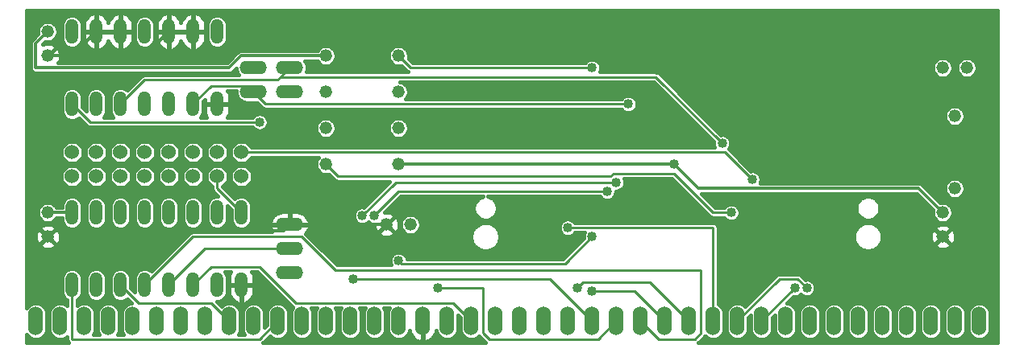
<source format=gbr>
G04 #@! TF.GenerationSoftware,KiCad,Pcbnew,5.1.2*
G04 #@! TF.CreationDate,2020-10-23T16:09:19+02:00*
G04 #@! TF.ProjectId,a30eee2cad2c9bf698126cb1c813ad28,61333065-6565-4326-9361-643263396266,rev?*
G04 #@! TF.SameCoordinates,Original*
G04 #@! TF.FileFunction,Copper,L2,Bot*
G04 #@! TF.FilePolarity,Positive*
%FSLAX46Y46*%
G04 Gerber Fmt 4.6, Leading zero omitted, Abs format (unit mm)*
G04 Created by KiCad (PCBNEW 5.1.2) date 2020-10-23 16:09:19*
%MOMM*%
%LPD*%
G04 APERTURE LIST*
%ADD10O,1.524000X3.048000*%
%ADD11C,1.320800*%
%ADD12O,1.320800X2.641600*%
%ADD13C,1.524000*%
%ADD14O,2.844800X1.422400*%
%ADD15C,1.016000*%
%ADD16C,0.254000*%
%ADD17C,0.304800*%
%ADD18C,0.406400*%
G04 APERTURE END LIST*
D10*
X149301100Y-120238600D03*
X151841100Y-120238600D03*
X154381100Y-120238600D03*
X156921100Y-120238600D03*
X159461100Y-120238600D03*
X162001100Y-120238600D03*
X164541100Y-120238600D03*
X167081100Y-120238600D03*
X169621100Y-120238600D03*
X172161100Y-120238600D03*
X174701100Y-120238600D03*
X177241100Y-120238600D03*
X179781100Y-120238600D03*
X182321100Y-120238600D03*
X184861100Y-120238600D03*
X187401100Y-120238600D03*
X189941100Y-120238600D03*
X192481100Y-120238600D03*
X195021100Y-120238600D03*
X197561100Y-120238600D03*
X103581100Y-120238600D03*
X98501100Y-120238600D03*
X101041100Y-120238600D03*
X106121100Y-120238600D03*
X108661100Y-120238600D03*
X111201100Y-120238600D03*
X113741100Y-120238600D03*
X116281100Y-120238600D03*
X118821100Y-120238600D03*
X121361100Y-120238600D03*
X123901100Y-120238600D03*
X126441100Y-120238600D03*
X128981100Y-120238600D03*
X131521100Y-120238600D03*
X134061100Y-120238600D03*
X136601100Y-120238600D03*
X139141100Y-120238600D03*
X141681100Y-120238600D03*
X144221100Y-120238600D03*
X146761100Y-120238600D03*
D11*
X135331100Y-110078600D03*
X137871100Y-110078600D03*
D12*
X102311100Y-89758600D03*
X104851100Y-89758600D03*
X107391100Y-89758600D03*
X109931100Y-89758600D03*
X112471100Y-89758600D03*
X115011100Y-89758600D03*
X112471100Y-97378600D03*
X115011100Y-97378600D03*
X109931100Y-97378600D03*
X107391100Y-97378600D03*
X117551100Y-89758600D03*
X117551100Y-97378600D03*
X104851100Y-97378600D03*
X102311100Y-97378600D03*
X102311100Y-108808600D03*
X104851100Y-108808600D03*
X107391100Y-108808600D03*
X109931100Y-108808600D03*
X112471100Y-108808600D03*
X115011100Y-108808600D03*
X117551100Y-108808600D03*
X120091100Y-108808600D03*
X112471100Y-116428600D03*
X115011100Y-116428600D03*
X109931100Y-116428600D03*
X107391100Y-116428600D03*
X120091100Y-116428600D03*
X117551100Y-116428600D03*
X104851100Y-116428600D03*
X102311100Y-116428600D03*
D13*
X102311100Y-104998600D03*
X104851100Y-104998600D03*
X102311100Y-102458600D03*
X104851100Y-102458600D03*
X107391100Y-104998600D03*
X109931100Y-104998600D03*
X112471100Y-104998600D03*
X115011100Y-104998600D03*
X117551100Y-104998600D03*
X120091100Y-104998600D03*
X107391100Y-102458600D03*
X109931100Y-102458600D03*
X112471100Y-102458600D03*
X115011100Y-102458600D03*
X117551100Y-102458600D03*
X120091100Y-102458600D03*
D11*
X136601100Y-92298600D03*
X128981100Y-92298600D03*
X136601100Y-96108600D03*
X128981100Y-96108600D03*
X136601100Y-99918600D03*
X128981100Y-99918600D03*
X128981100Y-103728600D03*
X136601100Y-103728600D03*
D14*
X125171100Y-93568600D03*
X125171100Y-96108600D03*
X121361100Y-93568600D03*
X121361100Y-96108600D03*
D11*
X99771100Y-111348600D03*
X99771100Y-108808600D03*
X99771100Y-92298600D03*
X99771100Y-89758600D03*
X196291100Y-93568600D03*
X193751100Y-93568600D03*
X195021100Y-106268600D03*
X195021100Y-98648600D03*
X193751100Y-111348600D03*
X193751100Y-108808600D03*
D14*
X125171100Y-110078600D03*
X125171100Y-112618600D03*
X125171100Y-115158600D03*
D15*
X121996100Y-99283600D03*
X140728600Y-116746100D03*
X131838600Y-115793600D03*
X156921100Y-117063600D03*
X155333600Y-116746100D03*
X154381100Y-110396100D03*
X179463600Y-116746100D03*
X178193600Y-116746100D03*
X132791100Y-109126100D03*
X159461100Y-105633600D03*
X134061100Y-109126100D03*
X158508600Y-106586100D03*
X136601100Y-113888600D03*
X156921100Y-111348600D03*
X182638600Y-113253600D03*
X173113600Y-116746100D03*
X142951100Y-113253600D03*
X165493600Y-103728600D03*
X170573600Y-101506100D03*
X160731100Y-97378600D03*
X173748600Y-105316100D03*
X156921100Y-93568600D03*
X171526100Y-108808600D03*
D16*
X116916100Y-114523600D02*
X115011100Y-116428600D01*
X121996100Y-114523600D02*
X116916100Y-114523600D01*
X125806100Y-118333600D02*
X121996100Y-114523600D01*
X142316100Y-118333600D02*
X125806100Y-118333600D01*
X144221100Y-120238600D02*
X142316100Y-118333600D01*
X163906100Y-122143600D02*
X162001100Y-120238600D01*
X167716100Y-122143600D02*
X163906100Y-122143600D01*
X168351100Y-121508600D02*
X167716100Y-122143600D01*
X168351100Y-114841100D02*
X168351100Y-121508600D01*
X129933600Y-114841100D02*
X168351100Y-114841100D01*
X126441100Y-111348600D02*
X129933600Y-114841100D01*
X115011100Y-111348600D02*
X126441100Y-111348600D01*
X109931100Y-116428600D02*
X115011100Y-111348600D01*
X104216100Y-99283600D02*
X102311100Y-97378600D01*
X121996100Y-99283600D02*
X104216100Y-99283600D01*
X157556100Y-122143600D02*
X159461100Y-120238600D01*
X146126100Y-122143600D02*
X157556100Y-122143600D01*
X145491100Y-121508600D02*
X146126100Y-122143600D01*
X145491100Y-116746100D02*
X145491100Y-121508600D01*
X140728600Y-116746100D02*
X145491100Y-116746100D01*
X152476100Y-115793600D02*
X156921100Y-120238600D01*
X131838600Y-115793600D02*
X152476100Y-115793600D01*
X161366100Y-117063600D02*
X164541100Y-120238600D01*
X156921100Y-117063600D02*
X161366100Y-117063600D01*
X162953600Y-116111100D02*
X167081100Y-120238600D01*
X155968600Y-116111100D02*
X162953600Y-116111100D01*
X155333600Y-116746100D02*
X155968600Y-116111100D01*
X169621100Y-110396100D02*
X169621100Y-120238600D01*
X154381100Y-110396100D02*
X169621100Y-110396100D01*
X176606100Y-115793600D02*
X172161100Y-120238600D01*
X178511100Y-115793600D02*
X176606100Y-115793600D01*
X179463600Y-116746100D02*
X178511100Y-115793600D01*
X178193600Y-116746100D02*
X174701100Y-120238600D01*
X109296100Y-118333600D02*
X107391100Y-116428600D01*
X116916100Y-118333600D02*
X109296100Y-118333600D01*
X118821100Y-120238600D02*
X116916100Y-118333600D01*
X102311100Y-122143600D02*
X102311100Y-116428600D01*
X121996100Y-122143600D02*
X102311100Y-122143600D01*
X123901100Y-120238600D02*
X121996100Y-122143600D01*
X136283600Y-105633600D02*
X132791100Y-109126100D01*
X159461100Y-105633600D02*
X136283600Y-105633600D01*
X136601100Y-106586100D02*
X134061100Y-109126100D01*
X158508600Y-106586100D02*
X136601100Y-106586100D01*
X136918600Y-114206100D02*
X136601100Y-113888600D01*
X154063600Y-114206100D02*
X136918600Y-114206100D01*
X156921100Y-111348600D02*
X154063600Y-114206100D01*
D17*
X102311100Y-92298600D02*
X102946100Y-91663600D01*
X102946100Y-91663600D02*
X104851100Y-89758600D01*
X99771100Y-92298600D02*
X102311100Y-92298600D01*
X110566100Y-91663600D02*
X112471100Y-89758600D01*
X102946100Y-91663600D02*
X110566100Y-91663600D01*
X191846100Y-113253600D02*
X193751100Y-111348600D01*
X182638600Y-113253600D02*
X191846100Y-113253600D01*
X176606100Y-113253600D02*
X175018600Y-114841100D01*
X175018600Y-114841100D02*
X173113600Y-116746100D01*
X182638600Y-113253600D02*
X176606100Y-113253600D01*
X125171100Y-110078600D02*
X135331100Y-110078600D01*
X141046100Y-111348600D02*
X142951100Y-113253600D01*
X136601100Y-111348600D02*
X141046100Y-111348600D01*
X135331100Y-110078600D02*
X136601100Y-111348600D01*
X169621100Y-109443600D02*
X175018600Y-114841100D01*
X150253600Y-109443600D02*
X169621100Y-109443600D01*
X146443600Y-113253600D02*
X150253600Y-109443600D01*
X142951100Y-113253600D02*
X146443600Y-113253600D01*
X100406100Y-110713600D02*
X99771100Y-111348600D01*
X124536100Y-110713600D02*
X100406100Y-110713600D01*
X125171100Y-110078600D02*
X124536100Y-110713600D01*
X102311100Y-108808600D02*
X99771100Y-108808600D01*
X136601100Y-103728600D02*
X165493600Y-103728600D01*
X191211100Y-106268600D02*
X193751100Y-108808600D01*
X168033600Y-106268600D02*
X191211100Y-106268600D01*
X165493600Y-103728600D02*
X168033600Y-106268600D01*
X98501100Y-91028600D02*
X99771100Y-89758600D01*
X98501100Y-93568600D02*
X98501100Y-91028600D01*
X118821100Y-93568600D02*
X98501100Y-93568600D01*
X120091100Y-92298600D02*
X118821100Y-93568600D01*
X128981100Y-92298600D02*
X120091100Y-92298600D01*
D16*
X109931100Y-94838600D02*
X107391100Y-97378600D01*
X123901100Y-94838600D02*
X109931100Y-94838600D01*
X125171100Y-93568600D02*
X124218600Y-94521100D01*
X124218600Y-94521100D02*
X123901100Y-94838600D01*
X163588600Y-94521100D02*
X170573600Y-101506100D01*
X124218600Y-94521100D02*
X163588600Y-94521100D01*
X116916100Y-95473600D02*
X115011100Y-97378600D01*
X120726100Y-95473600D02*
X116916100Y-95473600D01*
X121361100Y-96108600D02*
X120726100Y-95473600D01*
X122631100Y-97378600D02*
X160731100Y-97378600D01*
X121361100Y-96108600D02*
X122631100Y-97378600D01*
X170891100Y-102458600D02*
X173748600Y-105316100D01*
X120091100Y-102458600D02*
X170891100Y-102458600D01*
X117551100Y-106268600D02*
X120091100Y-108808600D01*
X117551100Y-104998600D02*
X117551100Y-106268600D01*
X137871100Y-93568600D02*
X136601100Y-92298600D01*
X156921100Y-93568600D02*
X137871100Y-93568600D01*
X130251100Y-104998600D02*
X128981100Y-103728600D01*
X158826100Y-104998600D02*
X130251100Y-104998600D01*
X159143600Y-104681100D02*
X158826100Y-104998600D01*
X165493600Y-104681100D02*
X159143600Y-104681100D01*
X169621100Y-108808600D02*
X165493600Y-104681100D01*
X171526100Y-108808600D02*
X169621100Y-108808600D01*
X116281100Y-112618600D02*
X112471100Y-116428600D01*
X125171100Y-112618600D02*
X116281100Y-112618600D01*
D18*
G36*
X199492899Y-122500399D02*
G01*
X168109172Y-122500399D01*
X168109429Y-122500086D01*
X168707591Y-121901925D01*
X168727822Y-121885322D01*
X168783821Y-121817086D01*
X168793194Y-121828507D01*
X168970619Y-121974115D01*
X169173041Y-122082312D01*
X169392682Y-122148940D01*
X169621100Y-122171437D01*
X169849519Y-122148940D01*
X170069160Y-122082312D01*
X170271582Y-121974115D01*
X170449007Y-121828507D01*
X170594615Y-121651082D01*
X170702812Y-121448660D01*
X170769440Y-121229019D01*
X170786300Y-121057834D01*
X170786300Y-119419367D01*
X170995900Y-119419367D01*
X170995900Y-121057834D01*
X171012760Y-121229019D01*
X171079389Y-121448660D01*
X171187586Y-121651082D01*
X171333194Y-121828507D01*
X171510619Y-121974115D01*
X171713041Y-122082312D01*
X171932682Y-122148940D01*
X172161100Y-122171437D01*
X172389519Y-122148940D01*
X172609160Y-122082312D01*
X172811582Y-121974115D01*
X172989007Y-121828507D01*
X173134615Y-121651082D01*
X173242812Y-121448660D01*
X173309440Y-121229019D01*
X173326300Y-121057834D01*
X173326300Y-119823215D01*
X173535900Y-119613615D01*
X173535900Y-121057834D01*
X173552760Y-121229019D01*
X173619389Y-121448660D01*
X173727586Y-121651082D01*
X173873194Y-121828507D01*
X174050619Y-121974115D01*
X174253041Y-122082312D01*
X174472682Y-122148940D01*
X174701100Y-122171437D01*
X174929519Y-122148940D01*
X175149160Y-122082312D01*
X175351582Y-121974115D01*
X175529007Y-121828507D01*
X175674615Y-121651082D01*
X175782812Y-121448660D01*
X175849440Y-121229019D01*
X175866300Y-121057834D01*
X175866300Y-119823215D01*
X176075900Y-119613615D01*
X176075900Y-121057834D01*
X176092760Y-121229019D01*
X176159389Y-121448660D01*
X176267586Y-121651082D01*
X176413194Y-121828507D01*
X176590619Y-121974115D01*
X176793041Y-122082312D01*
X177012682Y-122148940D01*
X177241100Y-122171437D01*
X177469519Y-122148940D01*
X177689160Y-122082312D01*
X177891582Y-121974115D01*
X178069007Y-121828507D01*
X178214615Y-121651082D01*
X178322812Y-121448660D01*
X178389440Y-121229019D01*
X178406300Y-121057834D01*
X178406300Y-119419367D01*
X178615900Y-119419367D01*
X178615900Y-121057834D01*
X178632760Y-121229019D01*
X178699389Y-121448660D01*
X178807586Y-121651082D01*
X178953194Y-121828507D01*
X179130619Y-121974115D01*
X179333041Y-122082312D01*
X179552682Y-122148940D01*
X179781100Y-122171437D01*
X180009519Y-122148940D01*
X180229160Y-122082312D01*
X180431582Y-121974115D01*
X180609007Y-121828507D01*
X180754615Y-121651082D01*
X180862812Y-121448660D01*
X180929440Y-121229019D01*
X180946300Y-121057834D01*
X180946300Y-119419367D01*
X181155900Y-119419367D01*
X181155900Y-121057834D01*
X181172760Y-121229019D01*
X181239389Y-121448660D01*
X181347586Y-121651082D01*
X181493194Y-121828507D01*
X181670619Y-121974115D01*
X181873041Y-122082312D01*
X182092682Y-122148940D01*
X182321100Y-122171437D01*
X182549519Y-122148940D01*
X182769160Y-122082312D01*
X182971582Y-121974115D01*
X183149007Y-121828507D01*
X183294615Y-121651082D01*
X183402812Y-121448660D01*
X183469440Y-121229019D01*
X183486300Y-121057834D01*
X183486300Y-119419367D01*
X183695900Y-119419367D01*
X183695900Y-121057834D01*
X183712760Y-121229019D01*
X183779389Y-121448660D01*
X183887586Y-121651082D01*
X184033194Y-121828507D01*
X184210619Y-121974115D01*
X184413041Y-122082312D01*
X184632682Y-122148940D01*
X184861100Y-122171437D01*
X185089519Y-122148940D01*
X185309160Y-122082312D01*
X185511582Y-121974115D01*
X185689007Y-121828507D01*
X185834615Y-121651082D01*
X185942812Y-121448660D01*
X186009440Y-121229019D01*
X186026300Y-121057834D01*
X186026300Y-119419367D01*
X186235900Y-119419367D01*
X186235900Y-121057834D01*
X186252760Y-121229019D01*
X186319389Y-121448660D01*
X186427586Y-121651082D01*
X186573194Y-121828507D01*
X186750619Y-121974115D01*
X186953041Y-122082312D01*
X187172682Y-122148940D01*
X187401100Y-122171437D01*
X187629519Y-122148940D01*
X187849160Y-122082312D01*
X188051582Y-121974115D01*
X188229007Y-121828507D01*
X188374615Y-121651082D01*
X188482812Y-121448660D01*
X188549440Y-121229019D01*
X188566300Y-121057834D01*
X188566300Y-119419367D01*
X188775900Y-119419367D01*
X188775900Y-121057834D01*
X188792760Y-121229019D01*
X188859389Y-121448660D01*
X188967586Y-121651082D01*
X189113194Y-121828507D01*
X189290619Y-121974115D01*
X189493041Y-122082312D01*
X189712682Y-122148940D01*
X189941100Y-122171437D01*
X190169519Y-122148940D01*
X190389160Y-122082312D01*
X190591582Y-121974115D01*
X190769007Y-121828507D01*
X190914615Y-121651082D01*
X191022812Y-121448660D01*
X191089440Y-121229019D01*
X191106300Y-121057834D01*
X191106300Y-119419367D01*
X191315900Y-119419367D01*
X191315900Y-121057834D01*
X191332760Y-121229019D01*
X191399389Y-121448660D01*
X191507586Y-121651082D01*
X191653194Y-121828507D01*
X191830619Y-121974115D01*
X192033041Y-122082312D01*
X192252682Y-122148940D01*
X192481100Y-122171437D01*
X192709519Y-122148940D01*
X192929160Y-122082312D01*
X193131582Y-121974115D01*
X193309007Y-121828507D01*
X193454615Y-121651082D01*
X193562812Y-121448660D01*
X193629440Y-121229019D01*
X193646300Y-121057834D01*
X193646300Y-119419367D01*
X193855900Y-119419367D01*
X193855900Y-121057834D01*
X193872760Y-121229019D01*
X193939389Y-121448660D01*
X194047586Y-121651082D01*
X194193194Y-121828507D01*
X194370619Y-121974115D01*
X194573041Y-122082312D01*
X194792682Y-122148940D01*
X195021100Y-122171437D01*
X195249519Y-122148940D01*
X195469160Y-122082312D01*
X195671582Y-121974115D01*
X195849007Y-121828507D01*
X195994615Y-121651082D01*
X196102812Y-121448660D01*
X196169440Y-121229019D01*
X196186300Y-121057834D01*
X196186300Y-119419367D01*
X196395900Y-119419367D01*
X196395900Y-121057834D01*
X196412760Y-121229019D01*
X196479389Y-121448660D01*
X196587586Y-121651082D01*
X196733194Y-121828507D01*
X196910619Y-121974115D01*
X197113041Y-122082312D01*
X197332682Y-122148940D01*
X197561100Y-122171437D01*
X197789519Y-122148940D01*
X198009160Y-122082312D01*
X198211582Y-121974115D01*
X198389007Y-121828507D01*
X198534615Y-121651082D01*
X198642812Y-121448660D01*
X198709440Y-121229019D01*
X198726300Y-121057834D01*
X198726300Y-119419366D01*
X198709440Y-119248181D01*
X198642812Y-119028540D01*
X198534615Y-118826118D01*
X198389007Y-118648693D01*
X198211581Y-118503085D01*
X198009159Y-118394888D01*
X197789518Y-118328260D01*
X197561100Y-118305763D01*
X197332681Y-118328260D01*
X197113040Y-118394888D01*
X196910618Y-118503085D01*
X196733193Y-118648693D01*
X196587585Y-118826119D01*
X196479388Y-119028541D01*
X196412760Y-119248182D01*
X196395900Y-119419367D01*
X196186300Y-119419367D01*
X196186300Y-119419366D01*
X196169440Y-119248181D01*
X196102812Y-119028540D01*
X195994615Y-118826118D01*
X195849007Y-118648693D01*
X195671581Y-118503085D01*
X195469159Y-118394888D01*
X195249518Y-118328260D01*
X195021100Y-118305763D01*
X194792681Y-118328260D01*
X194573040Y-118394888D01*
X194370618Y-118503085D01*
X194193193Y-118648693D01*
X194047585Y-118826119D01*
X193939388Y-119028541D01*
X193872760Y-119248182D01*
X193855900Y-119419367D01*
X193646300Y-119419367D01*
X193646300Y-119419366D01*
X193629440Y-119248181D01*
X193562812Y-119028540D01*
X193454615Y-118826118D01*
X193309007Y-118648693D01*
X193131581Y-118503085D01*
X192929159Y-118394888D01*
X192709518Y-118328260D01*
X192481100Y-118305763D01*
X192252681Y-118328260D01*
X192033040Y-118394888D01*
X191830618Y-118503085D01*
X191653193Y-118648693D01*
X191507585Y-118826119D01*
X191399388Y-119028541D01*
X191332760Y-119248182D01*
X191315900Y-119419367D01*
X191106300Y-119419367D01*
X191106300Y-119419366D01*
X191089440Y-119248181D01*
X191022812Y-119028540D01*
X190914615Y-118826118D01*
X190769007Y-118648693D01*
X190591581Y-118503085D01*
X190389159Y-118394888D01*
X190169518Y-118328260D01*
X189941100Y-118305763D01*
X189712681Y-118328260D01*
X189493040Y-118394888D01*
X189290618Y-118503085D01*
X189113193Y-118648693D01*
X188967585Y-118826119D01*
X188859388Y-119028541D01*
X188792760Y-119248182D01*
X188775900Y-119419367D01*
X188566300Y-119419367D01*
X188566300Y-119419366D01*
X188549440Y-119248181D01*
X188482812Y-119028540D01*
X188374615Y-118826118D01*
X188229007Y-118648693D01*
X188051581Y-118503085D01*
X187849159Y-118394888D01*
X187629518Y-118328260D01*
X187401100Y-118305763D01*
X187172681Y-118328260D01*
X186953040Y-118394888D01*
X186750618Y-118503085D01*
X186573193Y-118648693D01*
X186427585Y-118826119D01*
X186319388Y-119028541D01*
X186252760Y-119248182D01*
X186235900Y-119419367D01*
X186026300Y-119419367D01*
X186026300Y-119419366D01*
X186009440Y-119248181D01*
X185942812Y-119028540D01*
X185834615Y-118826118D01*
X185689007Y-118648693D01*
X185511581Y-118503085D01*
X185309159Y-118394888D01*
X185089518Y-118328260D01*
X184861100Y-118305763D01*
X184632681Y-118328260D01*
X184413040Y-118394888D01*
X184210618Y-118503085D01*
X184033193Y-118648693D01*
X183887585Y-118826119D01*
X183779388Y-119028541D01*
X183712760Y-119248182D01*
X183695900Y-119419367D01*
X183486300Y-119419367D01*
X183486300Y-119419366D01*
X183469440Y-119248181D01*
X183402812Y-119028540D01*
X183294615Y-118826118D01*
X183149007Y-118648693D01*
X182971581Y-118503085D01*
X182769159Y-118394888D01*
X182549518Y-118328260D01*
X182321100Y-118305763D01*
X182092681Y-118328260D01*
X181873040Y-118394888D01*
X181670618Y-118503085D01*
X181493193Y-118648693D01*
X181347585Y-118826119D01*
X181239388Y-119028541D01*
X181172760Y-119248182D01*
X181155900Y-119419367D01*
X180946300Y-119419367D01*
X180946300Y-119419366D01*
X180929440Y-119248181D01*
X180862812Y-119028540D01*
X180754615Y-118826118D01*
X180609007Y-118648693D01*
X180431581Y-118503085D01*
X180229159Y-118394888D01*
X180009518Y-118328260D01*
X179781100Y-118305763D01*
X179552681Y-118328260D01*
X179333040Y-118394888D01*
X179130618Y-118503085D01*
X178953193Y-118648693D01*
X178807585Y-118826119D01*
X178699388Y-119028541D01*
X178632760Y-119248182D01*
X178615900Y-119419367D01*
X178406300Y-119419367D01*
X178406300Y-119419366D01*
X178389440Y-119248181D01*
X178322812Y-119028540D01*
X178214615Y-118826118D01*
X178069007Y-118648693D01*
X177891581Y-118503085D01*
X177689159Y-118394888D01*
X177469518Y-118328260D01*
X177370962Y-118318553D01*
X178044102Y-117645414D01*
X178103855Y-117657300D01*
X178283345Y-117657300D01*
X178459387Y-117622283D01*
X178625215Y-117553595D01*
X178774456Y-117453875D01*
X178828600Y-117399731D01*
X178882744Y-117453875D01*
X179031985Y-117553595D01*
X179197813Y-117622283D01*
X179373855Y-117657300D01*
X179553345Y-117657300D01*
X179729387Y-117622283D01*
X179895215Y-117553595D01*
X180044456Y-117453875D01*
X180171375Y-117326956D01*
X180271095Y-117177715D01*
X180339783Y-117011887D01*
X180374800Y-116835845D01*
X180374800Y-116656355D01*
X180339783Y-116480313D01*
X180271095Y-116314485D01*
X180171375Y-116165244D01*
X180044456Y-116038325D01*
X179895215Y-115938605D01*
X179729387Y-115869917D01*
X179553345Y-115834900D01*
X179373855Y-115834900D01*
X179314101Y-115846786D01*
X178904429Y-115437114D01*
X178887822Y-115416878D01*
X178807088Y-115350622D01*
X178714980Y-115301389D01*
X178615037Y-115271072D01*
X178537143Y-115263400D01*
X178537140Y-115263400D01*
X178511100Y-115260835D01*
X178485060Y-115263400D01*
X176632139Y-115263400D01*
X176606099Y-115260835D01*
X176580059Y-115263400D01*
X176580057Y-115263400D01*
X176502163Y-115271072D01*
X176402220Y-115301389D01*
X176310112Y-115350622D01*
X176229378Y-115416878D01*
X176212775Y-115437109D01*
X172994499Y-118655385D01*
X172989007Y-118648693D01*
X172811581Y-118503085D01*
X172609159Y-118394888D01*
X172389518Y-118328260D01*
X172161100Y-118305763D01*
X171932681Y-118328260D01*
X171713040Y-118394888D01*
X171510618Y-118503085D01*
X171333193Y-118648693D01*
X171187585Y-118826119D01*
X171079388Y-119028541D01*
X171012760Y-119248182D01*
X170995900Y-119419367D01*
X170786300Y-119419367D01*
X170786300Y-119419366D01*
X170769440Y-119248181D01*
X170702812Y-119028540D01*
X170594615Y-118826118D01*
X170449007Y-118648693D01*
X170271581Y-118503085D01*
X170151300Y-118438793D01*
X170151300Y-111200548D01*
X184387900Y-111200548D01*
X184387900Y-111496652D01*
X184445667Y-111787067D01*
X184558982Y-112060632D01*
X184723489Y-112306834D01*
X184932866Y-112516211D01*
X185179068Y-112680718D01*
X185452633Y-112794033D01*
X185743048Y-112851800D01*
X186039152Y-112851800D01*
X186329567Y-112794033D01*
X186603132Y-112680718D01*
X186849334Y-112516211D01*
X187058711Y-112306834D01*
X187138525Y-112187383D01*
X192947673Y-112187383D01*
X192991833Y-112436173D01*
X193218598Y-112563401D01*
X193465826Y-112643945D01*
X193724016Y-112674709D01*
X193983248Y-112654512D01*
X194233558Y-112584130D01*
X194465328Y-112466266D01*
X194510367Y-112436173D01*
X194554527Y-112187383D01*
X193751100Y-111383955D01*
X192947673Y-112187383D01*
X187138525Y-112187383D01*
X187223218Y-112060632D01*
X187336533Y-111787067D01*
X187394300Y-111496652D01*
X187394300Y-111321516D01*
X192424991Y-111321516D01*
X192445188Y-111580748D01*
X192515570Y-111831058D01*
X192633434Y-112062828D01*
X192663527Y-112107867D01*
X192912317Y-112152027D01*
X193715745Y-111348600D01*
X193786455Y-111348600D01*
X194589883Y-112152027D01*
X194838673Y-112107867D01*
X194965901Y-111881102D01*
X195046445Y-111633874D01*
X195077209Y-111375684D01*
X195057012Y-111116452D01*
X194986630Y-110866142D01*
X194868766Y-110634372D01*
X194838673Y-110589333D01*
X194589883Y-110545173D01*
X193786455Y-111348600D01*
X193715745Y-111348600D01*
X192912317Y-110545173D01*
X192663527Y-110589333D01*
X192536299Y-110816098D01*
X192455755Y-111063326D01*
X192424991Y-111321516D01*
X187394300Y-111321516D01*
X187394300Y-111200548D01*
X187336533Y-110910133D01*
X187223218Y-110636568D01*
X187138526Y-110509817D01*
X192947673Y-110509817D01*
X193751100Y-111313245D01*
X194554527Y-110509817D01*
X194510367Y-110261027D01*
X194283602Y-110133799D01*
X194036374Y-110053255D01*
X193778184Y-110022491D01*
X193518952Y-110042688D01*
X193268642Y-110113070D01*
X193036872Y-110230934D01*
X192991833Y-110261027D01*
X192947673Y-110509817D01*
X187138526Y-110509817D01*
X187058711Y-110390366D01*
X186849334Y-110180989D01*
X186603132Y-110016482D01*
X186329567Y-109903167D01*
X186039152Y-109845400D01*
X185743048Y-109845400D01*
X185452633Y-109903167D01*
X185179068Y-110016482D01*
X184932866Y-110180989D01*
X184723489Y-110390366D01*
X184558982Y-110636568D01*
X184445667Y-110910133D01*
X184387900Y-111200548D01*
X170151300Y-111200548D01*
X170151300Y-110422143D01*
X170153865Y-110396100D01*
X170143628Y-110292163D01*
X170113311Y-110192220D01*
X170064078Y-110100112D01*
X169997822Y-110019378D01*
X169917088Y-109953122D01*
X169824980Y-109903889D01*
X169725037Y-109873572D01*
X169647143Y-109865900D01*
X169647142Y-109865900D01*
X169621100Y-109863335D01*
X169595057Y-109865900D01*
X155122722Y-109865900D01*
X155088875Y-109815244D01*
X154961956Y-109688325D01*
X154812715Y-109588605D01*
X154646887Y-109519917D01*
X154470845Y-109484900D01*
X154291355Y-109484900D01*
X154115313Y-109519917D01*
X153949485Y-109588605D01*
X153800244Y-109688325D01*
X153673325Y-109815244D01*
X153573605Y-109964485D01*
X153504917Y-110130313D01*
X153469900Y-110306355D01*
X153469900Y-110485845D01*
X153504917Y-110661887D01*
X153573605Y-110827715D01*
X153673325Y-110976956D01*
X153800244Y-111103875D01*
X153949485Y-111203595D01*
X154115313Y-111272283D01*
X154291355Y-111307300D01*
X154470845Y-111307300D01*
X154646887Y-111272283D01*
X154812715Y-111203595D01*
X154961956Y-111103875D01*
X155088875Y-110976956D01*
X155122722Y-110926300D01*
X156109747Y-110926300D01*
X156044917Y-111082813D01*
X156009900Y-111258855D01*
X156009900Y-111438345D01*
X156021786Y-111498098D01*
X153843985Y-113675900D01*
X137487843Y-113675900D01*
X137477283Y-113622813D01*
X137408595Y-113456985D01*
X137308875Y-113307744D01*
X137181956Y-113180825D01*
X137032715Y-113081105D01*
X136866887Y-113012417D01*
X136690845Y-112977400D01*
X136511355Y-112977400D01*
X136335313Y-113012417D01*
X136169485Y-113081105D01*
X136020244Y-113180825D01*
X135893325Y-113307744D01*
X135793605Y-113456985D01*
X135724917Y-113622813D01*
X135689900Y-113798855D01*
X135689900Y-113978345D01*
X135724917Y-114154387D01*
X135789747Y-114310900D01*
X130153216Y-114310900D01*
X126870718Y-111028403D01*
X126958491Y-110917383D01*
X134527673Y-110917383D01*
X134571833Y-111166173D01*
X134798598Y-111293401D01*
X135045826Y-111373945D01*
X135304016Y-111404709D01*
X135563248Y-111384512D01*
X135813558Y-111314130D01*
X136036907Y-111200548D01*
X144227900Y-111200548D01*
X144227900Y-111496652D01*
X144285667Y-111787067D01*
X144398982Y-112060632D01*
X144563489Y-112306834D01*
X144772866Y-112516211D01*
X145019068Y-112680718D01*
X145292633Y-112794033D01*
X145583048Y-112851800D01*
X145879152Y-112851800D01*
X146169567Y-112794033D01*
X146443132Y-112680718D01*
X146689334Y-112516211D01*
X146898711Y-112306834D01*
X147063218Y-112060632D01*
X147176533Y-111787067D01*
X147234300Y-111496652D01*
X147234300Y-111200548D01*
X147176533Y-110910133D01*
X147063218Y-110636568D01*
X146898711Y-110390366D01*
X146689334Y-110180989D01*
X146443132Y-110016482D01*
X146169567Y-109903167D01*
X145879152Y-109845400D01*
X145583048Y-109845400D01*
X145292633Y-109903167D01*
X145019068Y-110016482D01*
X144772866Y-110180989D01*
X144563489Y-110390366D01*
X144398982Y-110636568D01*
X144285667Y-110910133D01*
X144227900Y-111200548D01*
X136036907Y-111200548D01*
X136045328Y-111196266D01*
X136090367Y-111166173D01*
X136134527Y-110917383D01*
X135331100Y-110113955D01*
X134527673Y-110917383D01*
X126958491Y-110917383D01*
X127035967Y-110819389D01*
X127158320Y-110580086D01*
X127231637Y-110321511D01*
X127232087Y-110317697D01*
X127087941Y-110103600D01*
X125196100Y-110103600D01*
X125196100Y-110123600D01*
X125146100Y-110123600D01*
X125146100Y-110103600D01*
X123254259Y-110103600D01*
X123110113Y-110317697D01*
X123110563Y-110321511D01*
X123183880Y-110580086D01*
X123305727Y-110818400D01*
X115037140Y-110818400D01*
X115011100Y-110815835D01*
X114985060Y-110818400D01*
X114985057Y-110818400D01*
X114907163Y-110826072D01*
X114807220Y-110856389D01*
X114715112Y-110905622D01*
X114634378Y-110971878D01*
X114617775Y-110992109D01*
X110637707Y-114972178D01*
X110524863Y-114879570D01*
X110340090Y-114780807D01*
X110139601Y-114719990D01*
X109931100Y-114699454D01*
X109722598Y-114719990D01*
X109522109Y-114780807D01*
X109337337Y-114879570D01*
X109175382Y-115012482D01*
X109042470Y-115174437D01*
X108943707Y-115359210D01*
X108882890Y-115559699D01*
X108867500Y-115715954D01*
X108867500Y-117141247D01*
X108869023Y-117156707D01*
X108454700Y-116742385D01*
X108454700Y-115715953D01*
X108439310Y-115559698D01*
X108378493Y-115359209D01*
X108279730Y-115174437D01*
X108146818Y-115012482D01*
X107984863Y-114879570D01*
X107800090Y-114780807D01*
X107599601Y-114719990D01*
X107391100Y-114699454D01*
X107182598Y-114719990D01*
X106982109Y-114780807D01*
X106797337Y-114879570D01*
X106635382Y-115012482D01*
X106502470Y-115174437D01*
X106403707Y-115359210D01*
X106342890Y-115559699D01*
X106327500Y-115715954D01*
X106327500Y-117141247D01*
X106342891Y-117297502D01*
X106403708Y-117497991D01*
X106502471Y-117682763D01*
X106635383Y-117844718D01*
X106797338Y-117977630D01*
X106982110Y-118076393D01*
X107182599Y-118137210D01*
X107391100Y-118157746D01*
X107599602Y-118137210D01*
X107800091Y-118076393D01*
X107984863Y-117977630D01*
X108097707Y-117885022D01*
X108531237Y-118318553D01*
X108432681Y-118328260D01*
X108213040Y-118394888D01*
X108010618Y-118503085D01*
X107833193Y-118648693D01*
X107687585Y-118826119D01*
X107579388Y-119028541D01*
X107512760Y-119248182D01*
X107495900Y-119419367D01*
X107495900Y-121057834D01*
X107512760Y-121229019D01*
X107579389Y-121448660D01*
X107667445Y-121613400D01*
X107114756Y-121613400D01*
X107202812Y-121448660D01*
X107269440Y-121229019D01*
X107286300Y-121057834D01*
X107286300Y-119419366D01*
X107269440Y-119248181D01*
X107202812Y-119028540D01*
X107094615Y-118826118D01*
X106949007Y-118648693D01*
X106771581Y-118503085D01*
X106569159Y-118394888D01*
X106349518Y-118328260D01*
X106121100Y-118305763D01*
X105892681Y-118328260D01*
X105673040Y-118394888D01*
X105470618Y-118503085D01*
X105293193Y-118648693D01*
X105147585Y-118826119D01*
X105039388Y-119028541D01*
X104972760Y-119248182D01*
X104955900Y-119419367D01*
X104955900Y-121057834D01*
X104972760Y-121229019D01*
X105039389Y-121448660D01*
X105127445Y-121613400D01*
X104574756Y-121613400D01*
X104662812Y-121448660D01*
X104729440Y-121229019D01*
X104746300Y-121057834D01*
X104746300Y-119419366D01*
X104729440Y-119248181D01*
X104662812Y-119028540D01*
X104554615Y-118826118D01*
X104409007Y-118648693D01*
X104231581Y-118503085D01*
X104029159Y-118394888D01*
X103809518Y-118328260D01*
X103581100Y-118305763D01*
X103352681Y-118328260D01*
X103133040Y-118394888D01*
X102930618Y-118503085D01*
X102841300Y-118576386D01*
X102841300Y-118011605D01*
X102904863Y-117977630D01*
X103066818Y-117844718D01*
X103199730Y-117682763D01*
X103298493Y-117497991D01*
X103359310Y-117297502D01*
X103374700Y-117141247D01*
X103374700Y-115715954D01*
X103787500Y-115715954D01*
X103787500Y-117141247D01*
X103802891Y-117297502D01*
X103863708Y-117497991D01*
X103962471Y-117682763D01*
X104095383Y-117844718D01*
X104257338Y-117977630D01*
X104442110Y-118076393D01*
X104642599Y-118137210D01*
X104851100Y-118157746D01*
X105059602Y-118137210D01*
X105260091Y-118076393D01*
X105444863Y-117977630D01*
X105606818Y-117844718D01*
X105739730Y-117682763D01*
X105838493Y-117497991D01*
X105899310Y-117297502D01*
X105914700Y-117141247D01*
X105914700Y-115715953D01*
X105899310Y-115559698D01*
X105838493Y-115359209D01*
X105739730Y-115174437D01*
X105606818Y-115012482D01*
X105444863Y-114879570D01*
X105260090Y-114780807D01*
X105059601Y-114719990D01*
X104851100Y-114699454D01*
X104642598Y-114719990D01*
X104442109Y-114780807D01*
X104257337Y-114879570D01*
X104095382Y-115012482D01*
X103962470Y-115174437D01*
X103863707Y-115359210D01*
X103802890Y-115559699D01*
X103787500Y-115715954D01*
X103374700Y-115715954D01*
X103374700Y-115715953D01*
X103359310Y-115559698D01*
X103298493Y-115359209D01*
X103199730Y-115174437D01*
X103066818Y-115012482D01*
X102904863Y-114879570D01*
X102720090Y-114780807D01*
X102519601Y-114719990D01*
X102311100Y-114699454D01*
X102102598Y-114719990D01*
X101902109Y-114780807D01*
X101717337Y-114879570D01*
X101555382Y-115012482D01*
X101422470Y-115174437D01*
X101323707Y-115359210D01*
X101262890Y-115559699D01*
X101247500Y-115715954D01*
X101247500Y-117141247D01*
X101262891Y-117297502D01*
X101323708Y-117497991D01*
X101422471Y-117682763D01*
X101555383Y-117844718D01*
X101717338Y-117977630D01*
X101780901Y-118011605D01*
X101780901Y-118576387D01*
X101691581Y-118503085D01*
X101489159Y-118394888D01*
X101269518Y-118328260D01*
X101041100Y-118305763D01*
X100812681Y-118328260D01*
X100593040Y-118394888D01*
X100390618Y-118503085D01*
X100213193Y-118648693D01*
X100067585Y-118826119D01*
X99959388Y-119028541D01*
X99892760Y-119248182D01*
X99875900Y-119419367D01*
X99875900Y-121057834D01*
X99892760Y-121229019D01*
X99959389Y-121448660D01*
X100067586Y-121651082D01*
X100213194Y-121828507D01*
X100390619Y-121974115D01*
X100593041Y-122082312D01*
X100812682Y-122148940D01*
X101041100Y-122171437D01*
X101269519Y-122148940D01*
X101489160Y-122082312D01*
X101691582Y-121974115D01*
X101780900Y-121900814D01*
X101780900Y-122117557D01*
X101778335Y-122143600D01*
X101788572Y-122247537D01*
X101818889Y-122347480D01*
X101868122Y-122439588D01*
X101918028Y-122500399D01*
X97509301Y-122500399D01*
X97509301Y-121616873D01*
X97527586Y-121651082D01*
X97673194Y-121828507D01*
X97850619Y-121974115D01*
X98053041Y-122082312D01*
X98272682Y-122148940D01*
X98501100Y-122171437D01*
X98729519Y-122148940D01*
X98949160Y-122082312D01*
X99151582Y-121974115D01*
X99329007Y-121828507D01*
X99474615Y-121651082D01*
X99582812Y-121448660D01*
X99649440Y-121229019D01*
X99666300Y-121057834D01*
X99666300Y-119419366D01*
X99649440Y-119248181D01*
X99582812Y-119028540D01*
X99474615Y-118826118D01*
X99329007Y-118648693D01*
X99151581Y-118503085D01*
X98949159Y-118394888D01*
X98729518Y-118328260D01*
X98501100Y-118305763D01*
X98272681Y-118328260D01*
X98053040Y-118394888D01*
X97850618Y-118503085D01*
X97673193Y-118648693D01*
X97527585Y-118826119D01*
X97509301Y-118860326D01*
X97509301Y-112187383D01*
X98967673Y-112187383D01*
X99011833Y-112436173D01*
X99238598Y-112563401D01*
X99485826Y-112643945D01*
X99744016Y-112674709D01*
X100003248Y-112654512D01*
X100253558Y-112584130D01*
X100485328Y-112466266D01*
X100530367Y-112436173D01*
X100574527Y-112187383D01*
X99771100Y-111383955D01*
X98967673Y-112187383D01*
X97509301Y-112187383D01*
X97509301Y-111321516D01*
X98444991Y-111321516D01*
X98465188Y-111580748D01*
X98535570Y-111831058D01*
X98653434Y-112062828D01*
X98683527Y-112107867D01*
X98932317Y-112152027D01*
X99735745Y-111348600D01*
X99806455Y-111348600D01*
X100609883Y-112152027D01*
X100858673Y-112107867D01*
X100985901Y-111881102D01*
X101066445Y-111633874D01*
X101097209Y-111375684D01*
X101077012Y-111116452D01*
X101006630Y-110866142D01*
X100888766Y-110634372D01*
X100858673Y-110589333D01*
X100609883Y-110545173D01*
X99806455Y-111348600D01*
X99735745Y-111348600D01*
X98932317Y-110545173D01*
X98683527Y-110589333D01*
X98556299Y-110816098D01*
X98475755Y-111063326D01*
X98444991Y-111321516D01*
X97509301Y-111321516D01*
X97509301Y-110509817D01*
X98967673Y-110509817D01*
X99771100Y-111313245D01*
X100574527Y-110509817D01*
X100530367Y-110261027D01*
X100303602Y-110133799D01*
X100056374Y-110053255D01*
X99798184Y-110022491D01*
X99538952Y-110042688D01*
X99288642Y-110113070D01*
X99056872Y-110230934D01*
X99011833Y-110261027D01*
X98967673Y-110509817D01*
X97509301Y-110509817D01*
X97509301Y-108703845D01*
X98707500Y-108703845D01*
X98707500Y-108913355D01*
X98748374Y-109118841D01*
X98828550Y-109312403D01*
X98944948Y-109486605D01*
X99093095Y-109634752D01*
X99267297Y-109751150D01*
X99460859Y-109831326D01*
X99666345Y-109872200D01*
X99875855Y-109872200D01*
X100081341Y-109831326D01*
X100274903Y-109751150D01*
X100449105Y-109634752D01*
X100597252Y-109486605D01*
X100679040Y-109364200D01*
X101247500Y-109364200D01*
X101247500Y-109521247D01*
X101262891Y-109677502D01*
X101323708Y-109877991D01*
X101422471Y-110062763D01*
X101555383Y-110224718D01*
X101717338Y-110357630D01*
X101902110Y-110456393D01*
X102102599Y-110517210D01*
X102311100Y-110537746D01*
X102519602Y-110517210D01*
X102720091Y-110456393D01*
X102904863Y-110357630D01*
X103066818Y-110224718D01*
X103199730Y-110062763D01*
X103298493Y-109877991D01*
X103359310Y-109677502D01*
X103374700Y-109521247D01*
X103374700Y-108095954D01*
X103787500Y-108095954D01*
X103787500Y-109521247D01*
X103802891Y-109677502D01*
X103863708Y-109877991D01*
X103962471Y-110062763D01*
X104095383Y-110224718D01*
X104257338Y-110357630D01*
X104442110Y-110456393D01*
X104642599Y-110517210D01*
X104851100Y-110537746D01*
X105059602Y-110517210D01*
X105260091Y-110456393D01*
X105444863Y-110357630D01*
X105606818Y-110224718D01*
X105739730Y-110062763D01*
X105838493Y-109877991D01*
X105899310Y-109677502D01*
X105914700Y-109521247D01*
X105914700Y-108095954D01*
X106327500Y-108095954D01*
X106327500Y-109521247D01*
X106342891Y-109677502D01*
X106403708Y-109877991D01*
X106502471Y-110062763D01*
X106635383Y-110224718D01*
X106797338Y-110357630D01*
X106982110Y-110456393D01*
X107182599Y-110517210D01*
X107391100Y-110537746D01*
X107599602Y-110517210D01*
X107800091Y-110456393D01*
X107984863Y-110357630D01*
X108146818Y-110224718D01*
X108279730Y-110062763D01*
X108378493Y-109877991D01*
X108439310Y-109677502D01*
X108454700Y-109521247D01*
X108454700Y-108095954D01*
X108867500Y-108095954D01*
X108867500Y-109521247D01*
X108882891Y-109677502D01*
X108943708Y-109877991D01*
X109042471Y-110062763D01*
X109175383Y-110224718D01*
X109337338Y-110357630D01*
X109522110Y-110456393D01*
X109722599Y-110517210D01*
X109931100Y-110537746D01*
X110139602Y-110517210D01*
X110340091Y-110456393D01*
X110524863Y-110357630D01*
X110686818Y-110224718D01*
X110819730Y-110062763D01*
X110918493Y-109877991D01*
X110979310Y-109677502D01*
X110994700Y-109521247D01*
X110994700Y-108095954D01*
X111407500Y-108095954D01*
X111407500Y-109521247D01*
X111422891Y-109677502D01*
X111483708Y-109877991D01*
X111582471Y-110062763D01*
X111715383Y-110224718D01*
X111877338Y-110357630D01*
X112062110Y-110456393D01*
X112262599Y-110517210D01*
X112471100Y-110537746D01*
X112679602Y-110517210D01*
X112880091Y-110456393D01*
X113064863Y-110357630D01*
X113226818Y-110224718D01*
X113359730Y-110062763D01*
X113458493Y-109877991D01*
X113519310Y-109677502D01*
X113534700Y-109521247D01*
X113534700Y-108095954D01*
X113947500Y-108095954D01*
X113947500Y-109521247D01*
X113962891Y-109677502D01*
X114023708Y-109877991D01*
X114122471Y-110062763D01*
X114255383Y-110224718D01*
X114417338Y-110357630D01*
X114602110Y-110456393D01*
X114802599Y-110517210D01*
X115011100Y-110537746D01*
X115219602Y-110517210D01*
X115420091Y-110456393D01*
X115604863Y-110357630D01*
X115766818Y-110224718D01*
X115899730Y-110062763D01*
X115998493Y-109877991D01*
X116059310Y-109677502D01*
X116074700Y-109521247D01*
X116074700Y-108095953D01*
X116059310Y-107939698D01*
X115998493Y-107739209D01*
X115899730Y-107554437D01*
X115766818Y-107392482D01*
X115604863Y-107259570D01*
X115420090Y-107160807D01*
X115219601Y-107099990D01*
X115011100Y-107079454D01*
X114802598Y-107099990D01*
X114602109Y-107160807D01*
X114417337Y-107259570D01*
X114255382Y-107392482D01*
X114122470Y-107554437D01*
X114023707Y-107739210D01*
X113962890Y-107939699D01*
X113947500Y-108095954D01*
X113534700Y-108095954D01*
X113534700Y-108095953D01*
X113519310Y-107939698D01*
X113458493Y-107739209D01*
X113359730Y-107554437D01*
X113226818Y-107392482D01*
X113064863Y-107259570D01*
X112880090Y-107160807D01*
X112679601Y-107099990D01*
X112471100Y-107079454D01*
X112262598Y-107099990D01*
X112062109Y-107160807D01*
X111877337Y-107259570D01*
X111715382Y-107392482D01*
X111582470Y-107554437D01*
X111483707Y-107739210D01*
X111422890Y-107939699D01*
X111407500Y-108095954D01*
X110994700Y-108095954D01*
X110994700Y-108095953D01*
X110979310Y-107939698D01*
X110918493Y-107739209D01*
X110819730Y-107554437D01*
X110686818Y-107392482D01*
X110524863Y-107259570D01*
X110340090Y-107160807D01*
X110139601Y-107099990D01*
X109931100Y-107079454D01*
X109722598Y-107099990D01*
X109522109Y-107160807D01*
X109337337Y-107259570D01*
X109175382Y-107392482D01*
X109042470Y-107554437D01*
X108943707Y-107739210D01*
X108882890Y-107939699D01*
X108867500Y-108095954D01*
X108454700Y-108095954D01*
X108454700Y-108095953D01*
X108439310Y-107939698D01*
X108378493Y-107739209D01*
X108279730Y-107554437D01*
X108146818Y-107392482D01*
X107984863Y-107259570D01*
X107800090Y-107160807D01*
X107599601Y-107099990D01*
X107391100Y-107079454D01*
X107182598Y-107099990D01*
X106982109Y-107160807D01*
X106797337Y-107259570D01*
X106635382Y-107392482D01*
X106502470Y-107554437D01*
X106403707Y-107739210D01*
X106342890Y-107939699D01*
X106327500Y-108095954D01*
X105914700Y-108095954D01*
X105914700Y-108095953D01*
X105899310Y-107939698D01*
X105838493Y-107739209D01*
X105739730Y-107554437D01*
X105606818Y-107392482D01*
X105444863Y-107259570D01*
X105260090Y-107160807D01*
X105059601Y-107099990D01*
X104851100Y-107079454D01*
X104642598Y-107099990D01*
X104442109Y-107160807D01*
X104257337Y-107259570D01*
X104095382Y-107392482D01*
X103962470Y-107554437D01*
X103863707Y-107739210D01*
X103802890Y-107939699D01*
X103787500Y-108095954D01*
X103374700Y-108095954D01*
X103374700Y-108095953D01*
X103359310Y-107939698D01*
X103298493Y-107739209D01*
X103199730Y-107554437D01*
X103066818Y-107392482D01*
X102904863Y-107259570D01*
X102720090Y-107160807D01*
X102519601Y-107099990D01*
X102311100Y-107079454D01*
X102102598Y-107099990D01*
X101902109Y-107160807D01*
X101717337Y-107259570D01*
X101555382Y-107392482D01*
X101422470Y-107554437D01*
X101323707Y-107739210D01*
X101262890Y-107939699D01*
X101247500Y-108095954D01*
X101247500Y-108253000D01*
X100679040Y-108253000D01*
X100597252Y-108130595D01*
X100449105Y-107982448D01*
X100274903Y-107866050D01*
X100081341Y-107785874D01*
X99875855Y-107745000D01*
X99666345Y-107745000D01*
X99460859Y-107785874D01*
X99267297Y-107866050D01*
X99093095Y-107982448D01*
X98944948Y-108130595D01*
X98828550Y-108304797D01*
X98748374Y-108498359D01*
X98707500Y-108703845D01*
X97509301Y-108703845D01*
X97509301Y-104883838D01*
X101145900Y-104883838D01*
X101145900Y-105113362D01*
X101190678Y-105338476D01*
X101278513Y-105550529D01*
X101406030Y-105741372D01*
X101568328Y-105903670D01*
X101759171Y-106031187D01*
X101971224Y-106119022D01*
X102196338Y-106163800D01*
X102425862Y-106163800D01*
X102650976Y-106119022D01*
X102863029Y-106031187D01*
X103053872Y-105903670D01*
X103216170Y-105741372D01*
X103343687Y-105550529D01*
X103431522Y-105338476D01*
X103476300Y-105113362D01*
X103476300Y-104883838D01*
X103685900Y-104883838D01*
X103685900Y-105113362D01*
X103730678Y-105338476D01*
X103818513Y-105550529D01*
X103946030Y-105741372D01*
X104108328Y-105903670D01*
X104299171Y-106031187D01*
X104511224Y-106119022D01*
X104736338Y-106163800D01*
X104965862Y-106163800D01*
X105190976Y-106119022D01*
X105403029Y-106031187D01*
X105593872Y-105903670D01*
X105756170Y-105741372D01*
X105883687Y-105550529D01*
X105971522Y-105338476D01*
X106016300Y-105113362D01*
X106016300Y-104883838D01*
X106225900Y-104883838D01*
X106225900Y-105113362D01*
X106270678Y-105338476D01*
X106358513Y-105550529D01*
X106486030Y-105741372D01*
X106648328Y-105903670D01*
X106839171Y-106031187D01*
X107051224Y-106119022D01*
X107276338Y-106163800D01*
X107505862Y-106163800D01*
X107730976Y-106119022D01*
X107943029Y-106031187D01*
X108133872Y-105903670D01*
X108296170Y-105741372D01*
X108423687Y-105550529D01*
X108511522Y-105338476D01*
X108556300Y-105113362D01*
X108556300Y-104883838D01*
X108765900Y-104883838D01*
X108765900Y-105113362D01*
X108810678Y-105338476D01*
X108898513Y-105550529D01*
X109026030Y-105741372D01*
X109188328Y-105903670D01*
X109379171Y-106031187D01*
X109591224Y-106119022D01*
X109816338Y-106163800D01*
X110045862Y-106163800D01*
X110270976Y-106119022D01*
X110483029Y-106031187D01*
X110673872Y-105903670D01*
X110836170Y-105741372D01*
X110963687Y-105550529D01*
X111051522Y-105338476D01*
X111096300Y-105113362D01*
X111096300Y-104883838D01*
X111305900Y-104883838D01*
X111305900Y-105113362D01*
X111350678Y-105338476D01*
X111438513Y-105550529D01*
X111566030Y-105741372D01*
X111728328Y-105903670D01*
X111919171Y-106031187D01*
X112131224Y-106119022D01*
X112356338Y-106163800D01*
X112585862Y-106163800D01*
X112810976Y-106119022D01*
X113023029Y-106031187D01*
X113213872Y-105903670D01*
X113376170Y-105741372D01*
X113503687Y-105550529D01*
X113591522Y-105338476D01*
X113636300Y-105113362D01*
X113636300Y-104883838D01*
X113845900Y-104883838D01*
X113845900Y-105113362D01*
X113890678Y-105338476D01*
X113978513Y-105550529D01*
X114106030Y-105741372D01*
X114268328Y-105903670D01*
X114459171Y-106031187D01*
X114671224Y-106119022D01*
X114896338Y-106163800D01*
X115125862Y-106163800D01*
X115350976Y-106119022D01*
X115563029Y-106031187D01*
X115753872Y-105903670D01*
X115916170Y-105741372D01*
X116043687Y-105550529D01*
X116131522Y-105338476D01*
X116176300Y-105113362D01*
X116176300Y-104883838D01*
X116385900Y-104883838D01*
X116385900Y-105113362D01*
X116430678Y-105338476D01*
X116518513Y-105550529D01*
X116646030Y-105741372D01*
X116808328Y-105903670D01*
X116999171Y-106031187D01*
X117020901Y-106040188D01*
X117020901Y-106242550D01*
X117018335Y-106268600D01*
X117028573Y-106372537D01*
X117058890Y-106472480D01*
X117108123Y-106564588D01*
X117174379Y-106645322D01*
X117194610Y-106661925D01*
X117618808Y-107086123D01*
X117551100Y-107079454D01*
X117342598Y-107099990D01*
X117142109Y-107160807D01*
X116957337Y-107259570D01*
X116795382Y-107392482D01*
X116662470Y-107554437D01*
X116563707Y-107739210D01*
X116502890Y-107939699D01*
X116487500Y-108095954D01*
X116487500Y-109521247D01*
X116502891Y-109677502D01*
X116563708Y-109877991D01*
X116662471Y-110062763D01*
X116795383Y-110224718D01*
X116957338Y-110357630D01*
X117142110Y-110456393D01*
X117342599Y-110517210D01*
X117551100Y-110537746D01*
X117759602Y-110517210D01*
X117960091Y-110456393D01*
X118144863Y-110357630D01*
X118306818Y-110224718D01*
X118439730Y-110062763D01*
X118538493Y-109877991D01*
X118599310Y-109677502D01*
X118614700Y-109521247D01*
X118614700Y-108095953D01*
X118613177Y-108080493D01*
X119027500Y-108494816D01*
X119027500Y-109521247D01*
X119042891Y-109677502D01*
X119103708Y-109877991D01*
X119202471Y-110062763D01*
X119335383Y-110224718D01*
X119497338Y-110357630D01*
X119682110Y-110456393D01*
X119882599Y-110517210D01*
X120091100Y-110537746D01*
X120299602Y-110517210D01*
X120500091Y-110456393D01*
X120684863Y-110357630D01*
X120846818Y-110224718D01*
X120979730Y-110062763D01*
X121078493Y-109877991D01*
X121090168Y-109839503D01*
X123110113Y-109839503D01*
X123254259Y-110053600D01*
X125146100Y-110053600D01*
X125146100Y-108707800D01*
X125196100Y-108707800D01*
X125196100Y-110053600D01*
X127087941Y-110053600D01*
X127232087Y-109839503D01*
X127231637Y-109835689D01*
X127158320Y-109577114D01*
X127035967Y-109337811D01*
X126869279Y-109126976D01*
X126664662Y-108952711D01*
X126429979Y-108821713D01*
X126174249Y-108739017D01*
X125907300Y-108707800D01*
X125196100Y-108707800D01*
X125146100Y-108707800D01*
X124434900Y-108707800D01*
X124167951Y-108739017D01*
X123912221Y-108821713D01*
X123677538Y-108952711D01*
X123472921Y-109126976D01*
X123306233Y-109337811D01*
X123183880Y-109577114D01*
X123110563Y-109835689D01*
X123110113Y-109839503D01*
X121090168Y-109839503D01*
X121139310Y-109677502D01*
X121154700Y-109521247D01*
X121154700Y-108095953D01*
X121139310Y-107939698D01*
X121078493Y-107739209D01*
X120979730Y-107554437D01*
X120846818Y-107392482D01*
X120684863Y-107259570D01*
X120500090Y-107160807D01*
X120299601Y-107099990D01*
X120091100Y-107079454D01*
X119882598Y-107099990D01*
X119682109Y-107160807D01*
X119497337Y-107259570D01*
X119384493Y-107352178D01*
X118081300Y-106048985D01*
X118081300Y-106040187D01*
X118103029Y-106031187D01*
X118293872Y-105903670D01*
X118456170Y-105741372D01*
X118583687Y-105550529D01*
X118671522Y-105338476D01*
X118716300Y-105113362D01*
X118716300Y-104883838D01*
X118925900Y-104883838D01*
X118925900Y-105113362D01*
X118970678Y-105338476D01*
X119058513Y-105550529D01*
X119186030Y-105741372D01*
X119348328Y-105903670D01*
X119539171Y-106031187D01*
X119751224Y-106119022D01*
X119976338Y-106163800D01*
X120205862Y-106163800D01*
X120430976Y-106119022D01*
X120643029Y-106031187D01*
X120833872Y-105903670D01*
X120996170Y-105741372D01*
X121123687Y-105550529D01*
X121211522Y-105338476D01*
X121256300Y-105113362D01*
X121256300Y-104883838D01*
X121211522Y-104658724D01*
X121123687Y-104446671D01*
X120996170Y-104255828D01*
X120833872Y-104093530D01*
X120643029Y-103966013D01*
X120430976Y-103878178D01*
X120205862Y-103833400D01*
X119976338Y-103833400D01*
X119751224Y-103878178D01*
X119539171Y-103966013D01*
X119348328Y-104093530D01*
X119186030Y-104255828D01*
X119058513Y-104446671D01*
X118970678Y-104658724D01*
X118925900Y-104883838D01*
X118716300Y-104883838D01*
X118671522Y-104658724D01*
X118583687Y-104446671D01*
X118456170Y-104255828D01*
X118293872Y-104093530D01*
X118103029Y-103966013D01*
X117890976Y-103878178D01*
X117665862Y-103833400D01*
X117436338Y-103833400D01*
X117211224Y-103878178D01*
X116999171Y-103966013D01*
X116808328Y-104093530D01*
X116646030Y-104255828D01*
X116518513Y-104446671D01*
X116430678Y-104658724D01*
X116385900Y-104883838D01*
X116176300Y-104883838D01*
X116131522Y-104658724D01*
X116043687Y-104446671D01*
X115916170Y-104255828D01*
X115753872Y-104093530D01*
X115563029Y-103966013D01*
X115350976Y-103878178D01*
X115125862Y-103833400D01*
X114896338Y-103833400D01*
X114671224Y-103878178D01*
X114459171Y-103966013D01*
X114268328Y-104093530D01*
X114106030Y-104255828D01*
X113978513Y-104446671D01*
X113890678Y-104658724D01*
X113845900Y-104883838D01*
X113636300Y-104883838D01*
X113591522Y-104658724D01*
X113503687Y-104446671D01*
X113376170Y-104255828D01*
X113213872Y-104093530D01*
X113023029Y-103966013D01*
X112810976Y-103878178D01*
X112585862Y-103833400D01*
X112356338Y-103833400D01*
X112131224Y-103878178D01*
X111919171Y-103966013D01*
X111728328Y-104093530D01*
X111566030Y-104255828D01*
X111438513Y-104446671D01*
X111350678Y-104658724D01*
X111305900Y-104883838D01*
X111096300Y-104883838D01*
X111051522Y-104658724D01*
X110963687Y-104446671D01*
X110836170Y-104255828D01*
X110673872Y-104093530D01*
X110483029Y-103966013D01*
X110270976Y-103878178D01*
X110045862Y-103833400D01*
X109816338Y-103833400D01*
X109591224Y-103878178D01*
X109379171Y-103966013D01*
X109188328Y-104093530D01*
X109026030Y-104255828D01*
X108898513Y-104446671D01*
X108810678Y-104658724D01*
X108765900Y-104883838D01*
X108556300Y-104883838D01*
X108511522Y-104658724D01*
X108423687Y-104446671D01*
X108296170Y-104255828D01*
X108133872Y-104093530D01*
X107943029Y-103966013D01*
X107730976Y-103878178D01*
X107505862Y-103833400D01*
X107276338Y-103833400D01*
X107051224Y-103878178D01*
X106839171Y-103966013D01*
X106648328Y-104093530D01*
X106486030Y-104255828D01*
X106358513Y-104446671D01*
X106270678Y-104658724D01*
X106225900Y-104883838D01*
X106016300Y-104883838D01*
X105971522Y-104658724D01*
X105883687Y-104446671D01*
X105756170Y-104255828D01*
X105593872Y-104093530D01*
X105403029Y-103966013D01*
X105190976Y-103878178D01*
X104965862Y-103833400D01*
X104736338Y-103833400D01*
X104511224Y-103878178D01*
X104299171Y-103966013D01*
X104108328Y-104093530D01*
X103946030Y-104255828D01*
X103818513Y-104446671D01*
X103730678Y-104658724D01*
X103685900Y-104883838D01*
X103476300Y-104883838D01*
X103431522Y-104658724D01*
X103343687Y-104446671D01*
X103216170Y-104255828D01*
X103053872Y-104093530D01*
X102863029Y-103966013D01*
X102650976Y-103878178D01*
X102425862Y-103833400D01*
X102196338Y-103833400D01*
X101971224Y-103878178D01*
X101759171Y-103966013D01*
X101568328Y-104093530D01*
X101406030Y-104255828D01*
X101278513Y-104446671D01*
X101190678Y-104658724D01*
X101145900Y-104883838D01*
X97509301Y-104883838D01*
X97509301Y-102343838D01*
X101145900Y-102343838D01*
X101145900Y-102573362D01*
X101190678Y-102798476D01*
X101278513Y-103010529D01*
X101406030Y-103201372D01*
X101568328Y-103363670D01*
X101759171Y-103491187D01*
X101971224Y-103579022D01*
X102196338Y-103623800D01*
X102425862Y-103623800D01*
X102650976Y-103579022D01*
X102863029Y-103491187D01*
X103053872Y-103363670D01*
X103216170Y-103201372D01*
X103343687Y-103010529D01*
X103431522Y-102798476D01*
X103476300Y-102573362D01*
X103476300Y-102343838D01*
X103685900Y-102343838D01*
X103685900Y-102573362D01*
X103730678Y-102798476D01*
X103818513Y-103010529D01*
X103946030Y-103201372D01*
X104108328Y-103363670D01*
X104299171Y-103491187D01*
X104511224Y-103579022D01*
X104736338Y-103623800D01*
X104965862Y-103623800D01*
X105190976Y-103579022D01*
X105403029Y-103491187D01*
X105593872Y-103363670D01*
X105756170Y-103201372D01*
X105883687Y-103010529D01*
X105971522Y-102798476D01*
X106016300Y-102573362D01*
X106016300Y-102343838D01*
X106225900Y-102343838D01*
X106225900Y-102573362D01*
X106270678Y-102798476D01*
X106358513Y-103010529D01*
X106486030Y-103201372D01*
X106648328Y-103363670D01*
X106839171Y-103491187D01*
X107051224Y-103579022D01*
X107276338Y-103623800D01*
X107505862Y-103623800D01*
X107730976Y-103579022D01*
X107943029Y-103491187D01*
X108133872Y-103363670D01*
X108296170Y-103201372D01*
X108423687Y-103010529D01*
X108511522Y-102798476D01*
X108556300Y-102573362D01*
X108556300Y-102343838D01*
X108765900Y-102343838D01*
X108765900Y-102573362D01*
X108810678Y-102798476D01*
X108898513Y-103010529D01*
X109026030Y-103201372D01*
X109188328Y-103363670D01*
X109379171Y-103491187D01*
X109591224Y-103579022D01*
X109816338Y-103623800D01*
X110045862Y-103623800D01*
X110270976Y-103579022D01*
X110483029Y-103491187D01*
X110673872Y-103363670D01*
X110836170Y-103201372D01*
X110963687Y-103010529D01*
X111051522Y-102798476D01*
X111096300Y-102573362D01*
X111096300Y-102343838D01*
X111305900Y-102343838D01*
X111305900Y-102573362D01*
X111350678Y-102798476D01*
X111438513Y-103010529D01*
X111566030Y-103201372D01*
X111728328Y-103363670D01*
X111919171Y-103491187D01*
X112131224Y-103579022D01*
X112356338Y-103623800D01*
X112585862Y-103623800D01*
X112810976Y-103579022D01*
X113023029Y-103491187D01*
X113213872Y-103363670D01*
X113376170Y-103201372D01*
X113503687Y-103010529D01*
X113591522Y-102798476D01*
X113636300Y-102573362D01*
X113636300Y-102343838D01*
X113845900Y-102343838D01*
X113845900Y-102573362D01*
X113890678Y-102798476D01*
X113978513Y-103010529D01*
X114106030Y-103201372D01*
X114268328Y-103363670D01*
X114459171Y-103491187D01*
X114671224Y-103579022D01*
X114896338Y-103623800D01*
X115125862Y-103623800D01*
X115350976Y-103579022D01*
X115563029Y-103491187D01*
X115753872Y-103363670D01*
X115916170Y-103201372D01*
X116043687Y-103010529D01*
X116131522Y-102798476D01*
X116176300Y-102573362D01*
X116176300Y-102343838D01*
X116385900Y-102343838D01*
X116385900Y-102573362D01*
X116430678Y-102798476D01*
X116518513Y-103010529D01*
X116646030Y-103201372D01*
X116808328Y-103363670D01*
X116999171Y-103491187D01*
X117211224Y-103579022D01*
X117436338Y-103623800D01*
X117665862Y-103623800D01*
X117890976Y-103579022D01*
X118103029Y-103491187D01*
X118293872Y-103363670D01*
X118456170Y-103201372D01*
X118583687Y-103010529D01*
X118671522Y-102798476D01*
X118716300Y-102573362D01*
X118716300Y-102343838D01*
X118671522Y-102118724D01*
X118583687Y-101906671D01*
X118456170Y-101715828D01*
X118293872Y-101553530D01*
X118103029Y-101426013D01*
X117890976Y-101338178D01*
X117665862Y-101293400D01*
X117436338Y-101293400D01*
X117211224Y-101338178D01*
X116999171Y-101426013D01*
X116808328Y-101553530D01*
X116646030Y-101715828D01*
X116518513Y-101906671D01*
X116430678Y-102118724D01*
X116385900Y-102343838D01*
X116176300Y-102343838D01*
X116131522Y-102118724D01*
X116043687Y-101906671D01*
X115916170Y-101715828D01*
X115753872Y-101553530D01*
X115563029Y-101426013D01*
X115350976Y-101338178D01*
X115125862Y-101293400D01*
X114896338Y-101293400D01*
X114671224Y-101338178D01*
X114459171Y-101426013D01*
X114268328Y-101553530D01*
X114106030Y-101715828D01*
X113978513Y-101906671D01*
X113890678Y-102118724D01*
X113845900Y-102343838D01*
X113636300Y-102343838D01*
X113591522Y-102118724D01*
X113503687Y-101906671D01*
X113376170Y-101715828D01*
X113213872Y-101553530D01*
X113023029Y-101426013D01*
X112810976Y-101338178D01*
X112585862Y-101293400D01*
X112356338Y-101293400D01*
X112131224Y-101338178D01*
X111919171Y-101426013D01*
X111728328Y-101553530D01*
X111566030Y-101715828D01*
X111438513Y-101906671D01*
X111350678Y-102118724D01*
X111305900Y-102343838D01*
X111096300Y-102343838D01*
X111051522Y-102118724D01*
X110963687Y-101906671D01*
X110836170Y-101715828D01*
X110673872Y-101553530D01*
X110483029Y-101426013D01*
X110270976Y-101338178D01*
X110045862Y-101293400D01*
X109816338Y-101293400D01*
X109591224Y-101338178D01*
X109379171Y-101426013D01*
X109188328Y-101553530D01*
X109026030Y-101715828D01*
X108898513Y-101906671D01*
X108810678Y-102118724D01*
X108765900Y-102343838D01*
X108556300Y-102343838D01*
X108511522Y-102118724D01*
X108423687Y-101906671D01*
X108296170Y-101715828D01*
X108133872Y-101553530D01*
X107943029Y-101426013D01*
X107730976Y-101338178D01*
X107505862Y-101293400D01*
X107276338Y-101293400D01*
X107051224Y-101338178D01*
X106839171Y-101426013D01*
X106648328Y-101553530D01*
X106486030Y-101715828D01*
X106358513Y-101906671D01*
X106270678Y-102118724D01*
X106225900Y-102343838D01*
X106016300Y-102343838D01*
X105971522Y-102118724D01*
X105883687Y-101906671D01*
X105756170Y-101715828D01*
X105593872Y-101553530D01*
X105403029Y-101426013D01*
X105190976Y-101338178D01*
X104965862Y-101293400D01*
X104736338Y-101293400D01*
X104511224Y-101338178D01*
X104299171Y-101426013D01*
X104108328Y-101553530D01*
X103946030Y-101715828D01*
X103818513Y-101906671D01*
X103730678Y-102118724D01*
X103685900Y-102343838D01*
X103476300Y-102343838D01*
X103431522Y-102118724D01*
X103343687Y-101906671D01*
X103216170Y-101715828D01*
X103053872Y-101553530D01*
X102863029Y-101426013D01*
X102650976Y-101338178D01*
X102425862Y-101293400D01*
X102196338Y-101293400D01*
X101971224Y-101338178D01*
X101759171Y-101426013D01*
X101568328Y-101553530D01*
X101406030Y-101715828D01*
X101278513Y-101906671D01*
X101190678Y-102118724D01*
X101145900Y-102343838D01*
X97509301Y-102343838D01*
X97509301Y-93568600D01*
X97942812Y-93568600D01*
X97953539Y-93677517D01*
X97985309Y-93782248D01*
X97987882Y-93787061D01*
X98036900Y-93878768D01*
X98106331Y-93963369D01*
X98190932Y-94032800D01*
X98287452Y-94084391D01*
X98392183Y-94116161D01*
X98501100Y-94126888D01*
X98528392Y-94124200D01*
X118793817Y-94124200D01*
X118821100Y-94126887D01*
X118848383Y-94124200D01*
X118848393Y-94124200D01*
X118930017Y-94116161D01*
X119034748Y-94084391D01*
X119131268Y-94032800D01*
X119215869Y-93963369D01*
X119233270Y-93942166D01*
X119536987Y-93638449D01*
X119551624Y-93787061D01*
X119615347Y-93997126D01*
X119718827Y-94190723D01*
X119815401Y-94308400D01*
X109957139Y-94308400D01*
X109931099Y-94305835D01*
X109905059Y-94308400D01*
X109905057Y-94308400D01*
X109827163Y-94316072D01*
X109727220Y-94346389D01*
X109635112Y-94395622D01*
X109554378Y-94461878D01*
X109537776Y-94482108D01*
X108097707Y-95922178D01*
X107984863Y-95829570D01*
X107800090Y-95730807D01*
X107599601Y-95669990D01*
X107391100Y-95649454D01*
X107182598Y-95669990D01*
X106982109Y-95730807D01*
X106797337Y-95829570D01*
X106635382Y-95962482D01*
X106502470Y-96124437D01*
X106403707Y-96309210D01*
X106342890Y-96509699D01*
X106327500Y-96665954D01*
X106327500Y-98091247D01*
X106342891Y-98247502D01*
X106403708Y-98447991D01*
X106502471Y-98632763D01*
X106601474Y-98753400D01*
X105640727Y-98753400D01*
X105739730Y-98632763D01*
X105838493Y-98447991D01*
X105899310Y-98247502D01*
X105914700Y-98091247D01*
X105914700Y-96665953D01*
X105899310Y-96509698D01*
X105838493Y-96309209D01*
X105739730Y-96124437D01*
X105606818Y-95962482D01*
X105444863Y-95829570D01*
X105260090Y-95730807D01*
X105059601Y-95669990D01*
X104851100Y-95649454D01*
X104642598Y-95669990D01*
X104442109Y-95730807D01*
X104257337Y-95829570D01*
X104095382Y-95962482D01*
X103962470Y-96124437D01*
X103863707Y-96309210D01*
X103802890Y-96509699D01*
X103787500Y-96665954D01*
X103787500Y-98091247D01*
X103789023Y-98106707D01*
X103374700Y-97692385D01*
X103374700Y-96665953D01*
X103359310Y-96509698D01*
X103298493Y-96309209D01*
X103199730Y-96124437D01*
X103066818Y-95962482D01*
X102904863Y-95829570D01*
X102720090Y-95730807D01*
X102519601Y-95669990D01*
X102311100Y-95649454D01*
X102102598Y-95669990D01*
X101902109Y-95730807D01*
X101717337Y-95829570D01*
X101555382Y-95962482D01*
X101422470Y-96124437D01*
X101323707Y-96309210D01*
X101262890Y-96509699D01*
X101247500Y-96665954D01*
X101247500Y-98091247D01*
X101262891Y-98247502D01*
X101323708Y-98447991D01*
X101422471Y-98632763D01*
X101555383Y-98794718D01*
X101717338Y-98927630D01*
X101902110Y-99026393D01*
X102102599Y-99087210D01*
X102311100Y-99107746D01*
X102519602Y-99087210D01*
X102720091Y-99026393D01*
X102904863Y-98927630D01*
X103017707Y-98835022D01*
X103822775Y-99640091D01*
X103839378Y-99660322D01*
X103920112Y-99726578D01*
X104012220Y-99775811D01*
X104112163Y-99806128D01*
X104190057Y-99813800D01*
X104190060Y-99813800D01*
X104216100Y-99816365D01*
X104242140Y-99813800D01*
X121254478Y-99813800D01*
X121288325Y-99864456D01*
X121415244Y-99991375D01*
X121564485Y-100091095D01*
X121730313Y-100159783D01*
X121906355Y-100194800D01*
X122085845Y-100194800D01*
X122261887Y-100159783D01*
X122427715Y-100091095D01*
X122576956Y-99991375D01*
X122703875Y-99864456D01*
X122737692Y-99813845D01*
X127917500Y-99813845D01*
X127917500Y-100023355D01*
X127958374Y-100228841D01*
X128038550Y-100422403D01*
X128154948Y-100596605D01*
X128303095Y-100744752D01*
X128477297Y-100861150D01*
X128670859Y-100941326D01*
X128876345Y-100982200D01*
X129085855Y-100982200D01*
X129291341Y-100941326D01*
X129484903Y-100861150D01*
X129659105Y-100744752D01*
X129807252Y-100596605D01*
X129923650Y-100422403D01*
X130003826Y-100228841D01*
X130044700Y-100023355D01*
X130044700Y-99813845D01*
X135537500Y-99813845D01*
X135537500Y-100023355D01*
X135578374Y-100228841D01*
X135658550Y-100422403D01*
X135774948Y-100596605D01*
X135923095Y-100744752D01*
X136097297Y-100861150D01*
X136290859Y-100941326D01*
X136496345Y-100982200D01*
X136705855Y-100982200D01*
X136911341Y-100941326D01*
X137104903Y-100861150D01*
X137279105Y-100744752D01*
X137427252Y-100596605D01*
X137543650Y-100422403D01*
X137623826Y-100228841D01*
X137664700Y-100023355D01*
X137664700Y-99813845D01*
X137623826Y-99608359D01*
X137543650Y-99414797D01*
X137427252Y-99240595D01*
X137279105Y-99092448D01*
X137104903Y-98976050D01*
X136911341Y-98895874D01*
X136705855Y-98855000D01*
X136496345Y-98855000D01*
X136290859Y-98895874D01*
X136097297Y-98976050D01*
X135923095Y-99092448D01*
X135774948Y-99240595D01*
X135658550Y-99414797D01*
X135578374Y-99608359D01*
X135537500Y-99813845D01*
X130044700Y-99813845D01*
X130003826Y-99608359D01*
X129923650Y-99414797D01*
X129807252Y-99240595D01*
X129659105Y-99092448D01*
X129484903Y-98976050D01*
X129291341Y-98895874D01*
X129085855Y-98855000D01*
X128876345Y-98855000D01*
X128670859Y-98895874D01*
X128477297Y-98976050D01*
X128303095Y-99092448D01*
X128154948Y-99240595D01*
X128038550Y-99414797D01*
X127958374Y-99608359D01*
X127917500Y-99813845D01*
X122737692Y-99813845D01*
X122803595Y-99715215D01*
X122872283Y-99549387D01*
X122907300Y-99373345D01*
X122907300Y-99193855D01*
X122872283Y-99017813D01*
X122803595Y-98851985D01*
X122703875Y-98702744D01*
X122576956Y-98575825D01*
X122427715Y-98476105D01*
X122261887Y-98407417D01*
X122085845Y-98372400D01*
X121906355Y-98372400D01*
X121730313Y-98407417D01*
X121564485Y-98476105D01*
X121415244Y-98575825D01*
X121288325Y-98702744D01*
X121254478Y-98753400D01*
X118656969Y-98753400D01*
X118761054Y-98567239D01*
X118840859Y-98321039D01*
X118871100Y-98064000D01*
X118871100Y-97403600D01*
X117576100Y-97403600D01*
X117576100Y-97423600D01*
X117526100Y-97423600D01*
X117526100Y-97403600D01*
X116231100Y-97403600D01*
X116231100Y-98064000D01*
X116261341Y-98321039D01*
X116341146Y-98567239D01*
X116445231Y-98753400D01*
X115800727Y-98753400D01*
X115899730Y-98632763D01*
X115998493Y-98447991D01*
X116059310Y-98247502D01*
X116074700Y-98091247D01*
X116074700Y-97064815D01*
X116231100Y-96908415D01*
X116231100Y-97353600D01*
X117526100Y-97353600D01*
X117526100Y-97333600D01*
X117576100Y-97333600D01*
X117576100Y-97353600D01*
X118871100Y-97353600D01*
X118871100Y-96693200D01*
X118840859Y-96436161D01*
X118761054Y-96189961D01*
X118656969Y-96003800D01*
X119540430Y-96003800D01*
X119530108Y-96108600D01*
X119551624Y-96327061D01*
X119615347Y-96537126D01*
X119718827Y-96730723D01*
X119858087Y-96900413D01*
X120027777Y-97039673D01*
X120221374Y-97143153D01*
X120431439Y-97206876D01*
X120595153Y-97223000D01*
X121725684Y-97223000D01*
X122237775Y-97735091D01*
X122254378Y-97755322D01*
X122335112Y-97821578D01*
X122427220Y-97870811D01*
X122527163Y-97901128D01*
X122605057Y-97908800D01*
X122605059Y-97908800D01*
X122631099Y-97911365D01*
X122657139Y-97908800D01*
X159989478Y-97908800D01*
X160023325Y-97959456D01*
X160150244Y-98086375D01*
X160299485Y-98186095D01*
X160465313Y-98254783D01*
X160641355Y-98289800D01*
X160820845Y-98289800D01*
X160996887Y-98254783D01*
X161162715Y-98186095D01*
X161311956Y-98086375D01*
X161438875Y-97959456D01*
X161538595Y-97810215D01*
X161607283Y-97644387D01*
X161642300Y-97468345D01*
X161642300Y-97288855D01*
X161607283Y-97112813D01*
X161538595Y-96946985D01*
X161438875Y-96797744D01*
X161311956Y-96670825D01*
X161162715Y-96571105D01*
X160996887Y-96502417D01*
X160820845Y-96467400D01*
X160641355Y-96467400D01*
X160465313Y-96502417D01*
X160299485Y-96571105D01*
X160150244Y-96670825D01*
X160023325Y-96797744D01*
X159989478Y-96848400D01*
X137365457Y-96848400D01*
X137427252Y-96786605D01*
X137543650Y-96612403D01*
X137623826Y-96418841D01*
X137664700Y-96213355D01*
X137664700Y-96003845D01*
X137623826Y-95798359D01*
X137543650Y-95604797D01*
X137427252Y-95430595D01*
X137279105Y-95282448D01*
X137104903Y-95166050D01*
X136911341Y-95085874D01*
X136737527Y-95051300D01*
X163368985Y-95051300D01*
X169674286Y-101356602D01*
X169662400Y-101416355D01*
X169662400Y-101595845D01*
X169697417Y-101771887D01*
X169762247Y-101928400D01*
X121132687Y-101928400D01*
X121123687Y-101906671D01*
X120996170Y-101715828D01*
X120833872Y-101553530D01*
X120643029Y-101426013D01*
X120430976Y-101338178D01*
X120205862Y-101293400D01*
X119976338Y-101293400D01*
X119751224Y-101338178D01*
X119539171Y-101426013D01*
X119348328Y-101553530D01*
X119186030Y-101715828D01*
X119058513Y-101906671D01*
X118970678Y-102118724D01*
X118925900Y-102343838D01*
X118925900Y-102573362D01*
X118970678Y-102798476D01*
X119058513Y-103010529D01*
X119186030Y-103201372D01*
X119348328Y-103363670D01*
X119539171Y-103491187D01*
X119751224Y-103579022D01*
X119976338Y-103623800D01*
X120205862Y-103623800D01*
X120430976Y-103579022D01*
X120643029Y-103491187D01*
X120833872Y-103363670D01*
X120996170Y-103201372D01*
X121123687Y-103010529D01*
X121132687Y-102988800D01*
X128216743Y-102988800D01*
X128154948Y-103050595D01*
X128038550Y-103224797D01*
X127958374Y-103418359D01*
X127917500Y-103623845D01*
X127917500Y-103833355D01*
X127958374Y-104038841D01*
X128038550Y-104232403D01*
X128154948Y-104406605D01*
X128303095Y-104554752D01*
X128477297Y-104671150D01*
X128670859Y-104751326D01*
X128876345Y-104792200D01*
X129085855Y-104792200D01*
X129260204Y-104757520D01*
X129857775Y-105355091D01*
X129874378Y-105375322D01*
X129955112Y-105441578D01*
X130047220Y-105490811D01*
X130147163Y-105521128D01*
X130225057Y-105528800D01*
X130225059Y-105528800D01*
X130251099Y-105531365D01*
X130277139Y-105528800D01*
X135638584Y-105528800D01*
X132940599Y-108226786D01*
X132880845Y-108214900D01*
X132701355Y-108214900D01*
X132525313Y-108249917D01*
X132359485Y-108318605D01*
X132210244Y-108418325D01*
X132083325Y-108545244D01*
X131983605Y-108694485D01*
X131914917Y-108860313D01*
X131879900Y-109036355D01*
X131879900Y-109215845D01*
X131914917Y-109391887D01*
X131983605Y-109557715D01*
X132083325Y-109706956D01*
X132210244Y-109833875D01*
X132359485Y-109933595D01*
X132525313Y-110002283D01*
X132701355Y-110037300D01*
X132880845Y-110037300D01*
X133056887Y-110002283D01*
X133222715Y-109933595D01*
X133371956Y-109833875D01*
X133426100Y-109779731D01*
X133480244Y-109833875D01*
X133629485Y-109933595D01*
X133795313Y-110002283D01*
X133971355Y-110037300D01*
X134006685Y-110037300D01*
X134004991Y-110051516D01*
X134025188Y-110310748D01*
X134095570Y-110561058D01*
X134213434Y-110792828D01*
X134243527Y-110837867D01*
X134492317Y-110882027D01*
X135295745Y-110078600D01*
X135366455Y-110078600D01*
X136169883Y-110882027D01*
X136418673Y-110837867D01*
X136545901Y-110611102D01*
X136626445Y-110363874D01*
X136657209Y-110105684D01*
X136646938Y-109973845D01*
X136807500Y-109973845D01*
X136807500Y-110183355D01*
X136848374Y-110388841D01*
X136928550Y-110582403D01*
X137044948Y-110756605D01*
X137193095Y-110904752D01*
X137367297Y-111021150D01*
X137560859Y-111101326D01*
X137766345Y-111142200D01*
X137975855Y-111142200D01*
X138181341Y-111101326D01*
X138374903Y-111021150D01*
X138549105Y-110904752D01*
X138697252Y-110756605D01*
X138813650Y-110582403D01*
X138893826Y-110388841D01*
X138934700Y-110183355D01*
X138934700Y-109973845D01*
X138893826Y-109768359D01*
X138813650Y-109574797D01*
X138697252Y-109400595D01*
X138549105Y-109252448D01*
X138374903Y-109136050D01*
X138181341Y-109055874D01*
X137975855Y-109015000D01*
X137766345Y-109015000D01*
X137560859Y-109055874D01*
X137367297Y-109136050D01*
X137193095Y-109252448D01*
X137044948Y-109400595D01*
X136928550Y-109574797D01*
X136848374Y-109768359D01*
X136807500Y-109973845D01*
X136646938Y-109973845D01*
X136637012Y-109846452D01*
X136566630Y-109596142D01*
X136448766Y-109364372D01*
X136418673Y-109319333D01*
X136169883Y-109275173D01*
X135366455Y-110078600D01*
X135295745Y-110078600D01*
X135281603Y-110064458D01*
X135316958Y-110029102D01*
X135331100Y-110043245D01*
X136134527Y-109239817D01*
X136090367Y-108991027D01*
X135863602Y-108863799D01*
X135616374Y-108783255D01*
X135358184Y-108752491D01*
X135169851Y-108767164D01*
X136820716Y-107116300D01*
X145502598Y-107116300D01*
X145365555Y-107143559D01*
X145137487Y-107238028D01*
X144932231Y-107375176D01*
X144757676Y-107549731D01*
X144620528Y-107754987D01*
X144526059Y-107983055D01*
X144477900Y-108225171D01*
X144477900Y-108472029D01*
X144526059Y-108714145D01*
X144620528Y-108942213D01*
X144757676Y-109147469D01*
X144932231Y-109322024D01*
X145137487Y-109459172D01*
X145365555Y-109553641D01*
X145607671Y-109601800D01*
X145854529Y-109601800D01*
X146096645Y-109553641D01*
X146324713Y-109459172D01*
X146529969Y-109322024D01*
X146704524Y-109147469D01*
X146841672Y-108942213D01*
X146936141Y-108714145D01*
X146984300Y-108472029D01*
X146984300Y-108225171D01*
X146936141Y-107983055D01*
X146841672Y-107754987D01*
X146704524Y-107549731D01*
X146529969Y-107375176D01*
X146324713Y-107238028D01*
X146096645Y-107143559D01*
X145959602Y-107116300D01*
X157766978Y-107116300D01*
X157800825Y-107166956D01*
X157927744Y-107293875D01*
X158076985Y-107393595D01*
X158242813Y-107462283D01*
X158418855Y-107497300D01*
X158598345Y-107497300D01*
X158774387Y-107462283D01*
X158940215Y-107393595D01*
X159089456Y-107293875D01*
X159216375Y-107166956D01*
X159316095Y-107017715D01*
X159384783Y-106851887D01*
X159419800Y-106675845D01*
X159419800Y-106544800D01*
X159550845Y-106544800D01*
X159726887Y-106509783D01*
X159892715Y-106441095D01*
X160041956Y-106341375D01*
X160168875Y-106214456D01*
X160268595Y-106065215D01*
X160337283Y-105899387D01*
X160372300Y-105723345D01*
X160372300Y-105543855D01*
X160337283Y-105367813D01*
X160272453Y-105211300D01*
X165273985Y-105211300D01*
X169227775Y-109165091D01*
X169244378Y-109185322D01*
X169325112Y-109251578D01*
X169417220Y-109300811D01*
X169517163Y-109331128D01*
X169595057Y-109338800D01*
X169595059Y-109338800D01*
X169621099Y-109341365D01*
X169647139Y-109338800D01*
X170784478Y-109338800D01*
X170818325Y-109389456D01*
X170945244Y-109516375D01*
X171094485Y-109616095D01*
X171260313Y-109684783D01*
X171436355Y-109719800D01*
X171615845Y-109719800D01*
X171791887Y-109684783D01*
X171957715Y-109616095D01*
X172106956Y-109516375D01*
X172233875Y-109389456D01*
X172333595Y-109240215D01*
X172402283Y-109074387D01*
X172437300Y-108898345D01*
X172437300Y-108718855D01*
X172402283Y-108542813D01*
X172333595Y-108376985D01*
X172233875Y-108227744D01*
X172231302Y-108225171D01*
X184637900Y-108225171D01*
X184637900Y-108472029D01*
X184686059Y-108714145D01*
X184780528Y-108942213D01*
X184917676Y-109147469D01*
X185092231Y-109322024D01*
X185297487Y-109459172D01*
X185525555Y-109553641D01*
X185767671Y-109601800D01*
X186014529Y-109601800D01*
X186256645Y-109553641D01*
X186484713Y-109459172D01*
X186689969Y-109322024D01*
X186864524Y-109147469D01*
X187001672Y-108942213D01*
X187096141Y-108714145D01*
X187144300Y-108472029D01*
X187144300Y-108225171D01*
X187096141Y-107983055D01*
X187001672Y-107754987D01*
X186864524Y-107549731D01*
X186689969Y-107375176D01*
X186484713Y-107238028D01*
X186256645Y-107143559D01*
X186014529Y-107095400D01*
X185767671Y-107095400D01*
X185525555Y-107143559D01*
X185297487Y-107238028D01*
X185092231Y-107375176D01*
X184917676Y-107549731D01*
X184780528Y-107754987D01*
X184686059Y-107983055D01*
X184637900Y-108225171D01*
X172231302Y-108225171D01*
X172106956Y-108100825D01*
X171957715Y-108001105D01*
X171791887Y-107932417D01*
X171615845Y-107897400D01*
X171436355Y-107897400D01*
X171260313Y-107932417D01*
X171094485Y-108001105D01*
X170945244Y-108100825D01*
X170818325Y-108227744D01*
X170784478Y-108278400D01*
X169840716Y-108278400D01*
X168386516Y-106824200D01*
X190980964Y-106824200D01*
X192716221Y-108559457D01*
X192687500Y-108703845D01*
X192687500Y-108913355D01*
X192728374Y-109118841D01*
X192808550Y-109312403D01*
X192924948Y-109486605D01*
X193073095Y-109634752D01*
X193247297Y-109751150D01*
X193440859Y-109831326D01*
X193646345Y-109872200D01*
X193855855Y-109872200D01*
X194061341Y-109831326D01*
X194254903Y-109751150D01*
X194429105Y-109634752D01*
X194577252Y-109486605D01*
X194693650Y-109312403D01*
X194773826Y-109118841D01*
X194814700Y-108913355D01*
X194814700Y-108703845D01*
X194773826Y-108498359D01*
X194693650Y-108304797D01*
X194577252Y-108130595D01*
X194429105Y-107982448D01*
X194254903Y-107866050D01*
X194061341Y-107785874D01*
X193855855Y-107745000D01*
X193646345Y-107745000D01*
X193501957Y-107773721D01*
X191892081Y-106163845D01*
X193957500Y-106163845D01*
X193957500Y-106373355D01*
X193998374Y-106578841D01*
X194078550Y-106772403D01*
X194194948Y-106946605D01*
X194343095Y-107094752D01*
X194517297Y-107211150D01*
X194710859Y-107291326D01*
X194916345Y-107332200D01*
X195125855Y-107332200D01*
X195331341Y-107291326D01*
X195524903Y-107211150D01*
X195699105Y-107094752D01*
X195847252Y-106946605D01*
X195963650Y-106772403D01*
X196043826Y-106578841D01*
X196084700Y-106373355D01*
X196084700Y-106163845D01*
X196043826Y-105958359D01*
X195963650Y-105764797D01*
X195847252Y-105590595D01*
X195699105Y-105442448D01*
X195524903Y-105326050D01*
X195331341Y-105245874D01*
X195125855Y-105205000D01*
X194916345Y-105205000D01*
X194710859Y-105245874D01*
X194517297Y-105326050D01*
X194343095Y-105442448D01*
X194194948Y-105590595D01*
X194078550Y-105764797D01*
X193998374Y-105958359D01*
X193957500Y-106163845D01*
X191892081Y-106163845D01*
X191623270Y-105895034D01*
X191605869Y-105873831D01*
X191521268Y-105804400D01*
X191424748Y-105752809D01*
X191320017Y-105721039D01*
X191238393Y-105713000D01*
X191238383Y-105713000D01*
X191211100Y-105710313D01*
X191183817Y-105713000D01*
X174570474Y-105713000D01*
X174624783Y-105581887D01*
X174659800Y-105405845D01*
X174659800Y-105226355D01*
X174624783Y-105050313D01*
X174556095Y-104884485D01*
X174456375Y-104735244D01*
X174329456Y-104608325D01*
X174180215Y-104508605D01*
X174014387Y-104439917D01*
X173838345Y-104404900D01*
X173658855Y-104404900D01*
X173599102Y-104416786D01*
X171284429Y-102102114D01*
X171276220Y-102092111D01*
X171281375Y-102086956D01*
X171381095Y-101937715D01*
X171449783Y-101771887D01*
X171484800Y-101595845D01*
X171484800Y-101416355D01*
X171449783Y-101240313D01*
X171381095Y-101074485D01*
X171281375Y-100925244D01*
X171154456Y-100798325D01*
X171005215Y-100698605D01*
X170839387Y-100629917D01*
X170663345Y-100594900D01*
X170483855Y-100594900D01*
X170424102Y-100606786D01*
X168361161Y-98543845D01*
X193957500Y-98543845D01*
X193957500Y-98753355D01*
X193998374Y-98958841D01*
X194078550Y-99152403D01*
X194194948Y-99326605D01*
X194343095Y-99474752D01*
X194517297Y-99591150D01*
X194710859Y-99671326D01*
X194916345Y-99712200D01*
X195125855Y-99712200D01*
X195331341Y-99671326D01*
X195524903Y-99591150D01*
X195699105Y-99474752D01*
X195847252Y-99326605D01*
X195963650Y-99152403D01*
X196043826Y-98958841D01*
X196084700Y-98753355D01*
X196084700Y-98543845D01*
X196043826Y-98338359D01*
X195963650Y-98144797D01*
X195847252Y-97970595D01*
X195699105Y-97822448D01*
X195524903Y-97706050D01*
X195331341Y-97625874D01*
X195125855Y-97585000D01*
X194916345Y-97585000D01*
X194710859Y-97625874D01*
X194517297Y-97706050D01*
X194343095Y-97822448D01*
X194194948Y-97970595D01*
X194078550Y-98144797D01*
X193998374Y-98338359D01*
X193957500Y-98543845D01*
X168361161Y-98543845D01*
X163981929Y-94164614D01*
X163965322Y-94144378D01*
X163884588Y-94078122D01*
X163792480Y-94028889D01*
X163692537Y-93998572D01*
X163614643Y-93990900D01*
X163614640Y-93990900D01*
X163588600Y-93988335D01*
X163562560Y-93990900D01*
X157732453Y-93990900D01*
X157797283Y-93834387D01*
X157832300Y-93658345D01*
X157832300Y-93478855D01*
X157829315Y-93463845D01*
X192687500Y-93463845D01*
X192687500Y-93673355D01*
X192728374Y-93878841D01*
X192808550Y-94072403D01*
X192924948Y-94246605D01*
X193073095Y-94394752D01*
X193247297Y-94511150D01*
X193440859Y-94591326D01*
X193646345Y-94632200D01*
X193855855Y-94632200D01*
X194061341Y-94591326D01*
X194254903Y-94511150D01*
X194429105Y-94394752D01*
X194577252Y-94246605D01*
X194693650Y-94072403D01*
X194773826Y-93878841D01*
X194814700Y-93673355D01*
X194814700Y-93463845D01*
X195227500Y-93463845D01*
X195227500Y-93673355D01*
X195268374Y-93878841D01*
X195348550Y-94072403D01*
X195464948Y-94246605D01*
X195613095Y-94394752D01*
X195787297Y-94511150D01*
X195980859Y-94591326D01*
X196186345Y-94632200D01*
X196395855Y-94632200D01*
X196601341Y-94591326D01*
X196794903Y-94511150D01*
X196969105Y-94394752D01*
X197117252Y-94246605D01*
X197233650Y-94072403D01*
X197313826Y-93878841D01*
X197354700Y-93673355D01*
X197354700Y-93463845D01*
X197313826Y-93258359D01*
X197233650Y-93064797D01*
X197117252Y-92890595D01*
X196969105Y-92742448D01*
X196794903Y-92626050D01*
X196601341Y-92545874D01*
X196395855Y-92505000D01*
X196186345Y-92505000D01*
X195980859Y-92545874D01*
X195787297Y-92626050D01*
X195613095Y-92742448D01*
X195464948Y-92890595D01*
X195348550Y-93064797D01*
X195268374Y-93258359D01*
X195227500Y-93463845D01*
X194814700Y-93463845D01*
X194773826Y-93258359D01*
X194693650Y-93064797D01*
X194577252Y-92890595D01*
X194429105Y-92742448D01*
X194254903Y-92626050D01*
X194061341Y-92545874D01*
X193855855Y-92505000D01*
X193646345Y-92505000D01*
X193440859Y-92545874D01*
X193247297Y-92626050D01*
X193073095Y-92742448D01*
X192924948Y-92890595D01*
X192808550Y-93064797D01*
X192728374Y-93258359D01*
X192687500Y-93463845D01*
X157829315Y-93463845D01*
X157797283Y-93302813D01*
X157728595Y-93136985D01*
X157628875Y-92987744D01*
X157501956Y-92860825D01*
X157352715Y-92761105D01*
X157186887Y-92692417D01*
X157010845Y-92657400D01*
X156831355Y-92657400D01*
X156655313Y-92692417D01*
X156489485Y-92761105D01*
X156340244Y-92860825D01*
X156213325Y-92987744D01*
X156179478Y-93038400D01*
X138090716Y-93038400D01*
X137630020Y-92577704D01*
X137664700Y-92403355D01*
X137664700Y-92193845D01*
X137623826Y-91988359D01*
X137543650Y-91794797D01*
X137427252Y-91620595D01*
X137279105Y-91472448D01*
X137104903Y-91356050D01*
X136911341Y-91275874D01*
X136705855Y-91235000D01*
X136496345Y-91235000D01*
X136290859Y-91275874D01*
X136097297Y-91356050D01*
X135923095Y-91472448D01*
X135774948Y-91620595D01*
X135658550Y-91794797D01*
X135578374Y-91988359D01*
X135537500Y-92193845D01*
X135537500Y-92403355D01*
X135578374Y-92608841D01*
X135658550Y-92802403D01*
X135774948Y-92976605D01*
X135923095Y-93124752D01*
X136097297Y-93241150D01*
X136290859Y-93321326D01*
X136496345Y-93362200D01*
X136705855Y-93362200D01*
X136880204Y-93327520D01*
X137477775Y-93925091D01*
X137494378Y-93945322D01*
X137549916Y-93990900D01*
X126918742Y-93990900D01*
X126980576Y-93787061D01*
X127002092Y-93568600D01*
X126980576Y-93350139D01*
X126916853Y-93140074D01*
X126813373Y-92946477D01*
X126737644Y-92854200D01*
X128073160Y-92854200D01*
X128154948Y-92976605D01*
X128303095Y-93124752D01*
X128477297Y-93241150D01*
X128670859Y-93321326D01*
X128876345Y-93362200D01*
X129085855Y-93362200D01*
X129291341Y-93321326D01*
X129484903Y-93241150D01*
X129659105Y-93124752D01*
X129807252Y-92976605D01*
X129923650Y-92802403D01*
X130003826Y-92608841D01*
X130044700Y-92403355D01*
X130044700Y-92193845D01*
X130003826Y-91988359D01*
X129923650Y-91794797D01*
X129807252Y-91620595D01*
X129659105Y-91472448D01*
X129484903Y-91356050D01*
X129291341Y-91275874D01*
X129085855Y-91235000D01*
X128876345Y-91235000D01*
X128670859Y-91275874D01*
X128477297Y-91356050D01*
X128303095Y-91472448D01*
X128154948Y-91620595D01*
X128073160Y-91743000D01*
X120118382Y-91743000D01*
X120091099Y-91740313D01*
X120063816Y-91743000D01*
X120063807Y-91743000D01*
X119982183Y-91751039D01*
X119877452Y-91782809D01*
X119780932Y-91834400D01*
X119696331Y-91903831D01*
X119678934Y-91925029D01*
X118590964Y-93013000D01*
X100883846Y-93013000D01*
X100985901Y-92831102D01*
X101066445Y-92583874D01*
X101097209Y-92325684D01*
X101077012Y-92066452D01*
X101006630Y-91816142D01*
X100888766Y-91584372D01*
X100858673Y-91539333D01*
X100609883Y-91495173D01*
X99806455Y-92298600D01*
X99820598Y-92312742D01*
X99785242Y-92348098D01*
X99771100Y-92333955D01*
X99756958Y-92348098D01*
X99721602Y-92312742D01*
X99735745Y-92298600D01*
X99721602Y-92284458D01*
X99756958Y-92249102D01*
X99771100Y-92263245D01*
X100574527Y-91459817D01*
X100530367Y-91211027D01*
X100303602Y-91083799D01*
X100056374Y-91003255D01*
X99798184Y-90972491D01*
X99538952Y-90992688D01*
X99288642Y-91063070D01*
X99214830Y-91100606D01*
X99521957Y-90793479D01*
X99666345Y-90822200D01*
X99875855Y-90822200D01*
X100081341Y-90781326D01*
X100274903Y-90701150D01*
X100449105Y-90584752D01*
X100597252Y-90436605D01*
X100713650Y-90262403D01*
X100793826Y-90068841D01*
X100834700Y-89863355D01*
X100834700Y-89653845D01*
X100793826Y-89448359D01*
X100713650Y-89254797D01*
X100597252Y-89080595D01*
X100562611Y-89045954D01*
X101247500Y-89045954D01*
X101247500Y-90471247D01*
X101262891Y-90627502D01*
X101323708Y-90827991D01*
X101422471Y-91012763D01*
X101555383Y-91174718D01*
X101717338Y-91307630D01*
X101902110Y-91406393D01*
X102102599Y-91467210D01*
X102311100Y-91487746D01*
X102519602Y-91467210D01*
X102720091Y-91406393D01*
X102904863Y-91307630D01*
X103066818Y-91174718D01*
X103199730Y-91012763D01*
X103298493Y-90827991D01*
X103359310Y-90627502D01*
X103374700Y-90471247D01*
X103374700Y-89783600D01*
X103531100Y-89783600D01*
X103531100Y-90444000D01*
X103561341Y-90701039D01*
X103641146Y-90947239D01*
X103767449Y-91173139D01*
X103935396Y-91370058D01*
X104138533Y-91530429D01*
X104369054Y-91648088D01*
X104618100Y-91718514D01*
X104619951Y-91718604D01*
X104826100Y-91573829D01*
X104826100Y-89783600D01*
X104876100Y-89783600D01*
X104876100Y-91573829D01*
X105082249Y-91718604D01*
X105084100Y-91718514D01*
X105333146Y-91648088D01*
X105563667Y-91530429D01*
X105766804Y-91370058D01*
X105934751Y-91173139D01*
X106061054Y-90947239D01*
X106121100Y-90761996D01*
X106181146Y-90947239D01*
X106307449Y-91173139D01*
X106475396Y-91370058D01*
X106678533Y-91530429D01*
X106909054Y-91648088D01*
X107158100Y-91718514D01*
X107159951Y-91718604D01*
X107366100Y-91573829D01*
X107366100Y-89783600D01*
X107416100Y-89783600D01*
X107416100Y-91573829D01*
X107622249Y-91718604D01*
X107624100Y-91718514D01*
X107873146Y-91648088D01*
X108103667Y-91530429D01*
X108306804Y-91370058D01*
X108474751Y-91173139D01*
X108601054Y-90947239D01*
X108680859Y-90701039D01*
X108711100Y-90444000D01*
X108711100Y-89783600D01*
X107416100Y-89783600D01*
X107366100Y-89783600D01*
X104876100Y-89783600D01*
X104826100Y-89783600D01*
X103531100Y-89783600D01*
X103374700Y-89783600D01*
X103374700Y-89073200D01*
X103531100Y-89073200D01*
X103531100Y-89733600D01*
X104826100Y-89733600D01*
X104826100Y-87943371D01*
X104876100Y-87943371D01*
X104876100Y-89733600D01*
X107366100Y-89733600D01*
X107366100Y-87943371D01*
X107416100Y-87943371D01*
X107416100Y-89733600D01*
X108711100Y-89733600D01*
X108711100Y-89073200D01*
X108707895Y-89045954D01*
X108867500Y-89045954D01*
X108867500Y-90471247D01*
X108882891Y-90627502D01*
X108943708Y-90827991D01*
X109042471Y-91012763D01*
X109175383Y-91174718D01*
X109337338Y-91307630D01*
X109522110Y-91406393D01*
X109722599Y-91467210D01*
X109931100Y-91487746D01*
X110139602Y-91467210D01*
X110340091Y-91406393D01*
X110524863Y-91307630D01*
X110686818Y-91174718D01*
X110819730Y-91012763D01*
X110918493Y-90827991D01*
X110979310Y-90627502D01*
X110994700Y-90471247D01*
X110994700Y-89783600D01*
X111151100Y-89783600D01*
X111151100Y-90444000D01*
X111181341Y-90701039D01*
X111261146Y-90947239D01*
X111387449Y-91173139D01*
X111555396Y-91370058D01*
X111758533Y-91530429D01*
X111989054Y-91648088D01*
X112238100Y-91718514D01*
X112239951Y-91718604D01*
X112446100Y-91573829D01*
X112446100Y-89783600D01*
X112496100Y-89783600D01*
X112496100Y-91573829D01*
X112702249Y-91718604D01*
X112704100Y-91718514D01*
X112953146Y-91648088D01*
X113183667Y-91530429D01*
X113386804Y-91370058D01*
X113554751Y-91173139D01*
X113681054Y-90947239D01*
X113741100Y-90761996D01*
X113801146Y-90947239D01*
X113927449Y-91173139D01*
X114095396Y-91370058D01*
X114298533Y-91530429D01*
X114529054Y-91648088D01*
X114778100Y-91718514D01*
X114779951Y-91718604D01*
X114986100Y-91573829D01*
X114986100Y-89783600D01*
X115036100Y-89783600D01*
X115036100Y-91573829D01*
X115242249Y-91718604D01*
X115244100Y-91718514D01*
X115493146Y-91648088D01*
X115723667Y-91530429D01*
X115926804Y-91370058D01*
X116094751Y-91173139D01*
X116221054Y-90947239D01*
X116300859Y-90701039D01*
X116331100Y-90444000D01*
X116331100Y-89783600D01*
X115036100Y-89783600D01*
X114986100Y-89783600D01*
X112496100Y-89783600D01*
X112446100Y-89783600D01*
X111151100Y-89783600D01*
X110994700Y-89783600D01*
X110994700Y-89073200D01*
X111151100Y-89073200D01*
X111151100Y-89733600D01*
X112446100Y-89733600D01*
X112446100Y-87943371D01*
X112496100Y-87943371D01*
X112496100Y-89733600D01*
X114986100Y-89733600D01*
X114986100Y-87943371D01*
X115036100Y-87943371D01*
X115036100Y-89733600D01*
X116331100Y-89733600D01*
X116331100Y-89073200D01*
X116327895Y-89045954D01*
X116487500Y-89045954D01*
X116487500Y-90471247D01*
X116502891Y-90627502D01*
X116563708Y-90827991D01*
X116662471Y-91012763D01*
X116795383Y-91174718D01*
X116957338Y-91307630D01*
X117142110Y-91406393D01*
X117342599Y-91467210D01*
X117551100Y-91487746D01*
X117759602Y-91467210D01*
X117960091Y-91406393D01*
X118144863Y-91307630D01*
X118306818Y-91174718D01*
X118439730Y-91012763D01*
X118538493Y-90827991D01*
X118599310Y-90627502D01*
X118614700Y-90471247D01*
X118614700Y-89045953D01*
X118599310Y-88889698D01*
X118538493Y-88689209D01*
X118439730Y-88504437D01*
X118306818Y-88342482D01*
X118144863Y-88209570D01*
X117960090Y-88110807D01*
X117759601Y-88049990D01*
X117551100Y-88029454D01*
X117342598Y-88049990D01*
X117142109Y-88110807D01*
X116957337Y-88209570D01*
X116795382Y-88342482D01*
X116662470Y-88504437D01*
X116563707Y-88689210D01*
X116502890Y-88889699D01*
X116487500Y-89045954D01*
X116327895Y-89045954D01*
X116300859Y-88816161D01*
X116221054Y-88569961D01*
X116094751Y-88344061D01*
X115926804Y-88147142D01*
X115723667Y-87986771D01*
X115493146Y-87869112D01*
X115244100Y-87798686D01*
X115242249Y-87798596D01*
X115036100Y-87943371D01*
X114986100Y-87943371D01*
X114779951Y-87798596D01*
X114778100Y-87798686D01*
X114529054Y-87869112D01*
X114298533Y-87986771D01*
X114095396Y-88147142D01*
X113927449Y-88344061D01*
X113801146Y-88569961D01*
X113741100Y-88755204D01*
X113681054Y-88569961D01*
X113554751Y-88344061D01*
X113386804Y-88147142D01*
X113183667Y-87986771D01*
X112953146Y-87869112D01*
X112704100Y-87798686D01*
X112702249Y-87798596D01*
X112496100Y-87943371D01*
X112446100Y-87943371D01*
X112239951Y-87798596D01*
X112238100Y-87798686D01*
X111989054Y-87869112D01*
X111758533Y-87986771D01*
X111555396Y-88147142D01*
X111387449Y-88344061D01*
X111261146Y-88569961D01*
X111181341Y-88816161D01*
X111151100Y-89073200D01*
X110994700Y-89073200D01*
X110994700Y-89045953D01*
X110979310Y-88889698D01*
X110918493Y-88689209D01*
X110819730Y-88504437D01*
X110686818Y-88342482D01*
X110524863Y-88209570D01*
X110340090Y-88110807D01*
X110139601Y-88049990D01*
X109931100Y-88029454D01*
X109722598Y-88049990D01*
X109522109Y-88110807D01*
X109337337Y-88209570D01*
X109175382Y-88342482D01*
X109042470Y-88504437D01*
X108943707Y-88689210D01*
X108882890Y-88889699D01*
X108867500Y-89045954D01*
X108707895Y-89045954D01*
X108680859Y-88816161D01*
X108601054Y-88569961D01*
X108474751Y-88344061D01*
X108306804Y-88147142D01*
X108103667Y-87986771D01*
X107873146Y-87869112D01*
X107624100Y-87798686D01*
X107622249Y-87798596D01*
X107416100Y-87943371D01*
X107366100Y-87943371D01*
X107159951Y-87798596D01*
X107158100Y-87798686D01*
X106909054Y-87869112D01*
X106678533Y-87986771D01*
X106475396Y-88147142D01*
X106307449Y-88344061D01*
X106181146Y-88569961D01*
X106121100Y-88755204D01*
X106061054Y-88569961D01*
X105934751Y-88344061D01*
X105766804Y-88147142D01*
X105563667Y-87986771D01*
X105333146Y-87869112D01*
X105084100Y-87798686D01*
X105082249Y-87798596D01*
X104876100Y-87943371D01*
X104826100Y-87943371D01*
X104619951Y-87798596D01*
X104618100Y-87798686D01*
X104369054Y-87869112D01*
X104138533Y-87986771D01*
X103935396Y-88147142D01*
X103767449Y-88344061D01*
X103641146Y-88569961D01*
X103561341Y-88816161D01*
X103531100Y-89073200D01*
X103374700Y-89073200D01*
X103374700Y-89045953D01*
X103359310Y-88889698D01*
X103298493Y-88689209D01*
X103199730Y-88504437D01*
X103066818Y-88342482D01*
X102904863Y-88209570D01*
X102720090Y-88110807D01*
X102519601Y-88049990D01*
X102311100Y-88029454D01*
X102102598Y-88049990D01*
X101902109Y-88110807D01*
X101717337Y-88209570D01*
X101555382Y-88342482D01*
X101422470Y-88504437D01*
X101323707Y-88689210D01*
X101262890Y-88889699D01*
X101247500Y-89045954D01*
X100562611Y-89045954D01*
X100449105Y-88932448D01*
X100274903Y-88816050D01*
X100081341Y-88735874D01*
X99875855Y-88695000D01*
X99666345Y-88695000D01*
X99460859Y-88735874D01*
X99267297Y-88816050D01*
X99093095Y-88932448D01*
X98944948Y-89080595D01*
X98828550Y-89254797D01*
X98748374Y-89448359D01*
X98707500Y-89653845D01*
X98707500Y-89863355D01*
X98736221Y-90007743D01*
X98127529Y-90616434D01*
X98106332Y-90633831D01*
X98088935Y-90655029D01*
X98088933Y-90655031D01*
X98036900Y-90718432D01*
X97985309Y-90814953D01*
X97953540Y-90919683D01*
X97942813Y-91028600D01*
X97945501Y-91055892D01*
X97945500Y-93541307D01*
X97942812Y-93568600D01*
X97509301Y-93568600D01*
X97509301Y-87506801D01*
X199492900Y-87506801D01*
X199492899Y-122500399D01*
X199492899Y-122500399D01*
G37*
X199492899Y-122500399D02*
X168109172Y-122500399D01*
X168109429Y-122500086D01*
X168707591Y-121901925D01*
X168727822Y-121885322D01*
X168783821Y-121817086D01*
X168793194Y-121828507D01*
X168970619Y-121974115D01*
X169173041Y-122082312D01*
X169392682Y-122148940D01*
X169621100Y-122171437D01*
X169849519Y-122148940D01*
X170069160Y-122082312D01*
X170271582Y-121974115D01*
X170449007Y-121828507D01*
X170594615Y-121651082D01*
X170702812Y-121448660D01*
X170769440Y-121229019D01*
X170786300Y-121057834D01*
X170786300Y-119419367D01*
X170995900Y-119419367D01*
X170995900Y-121057834D01*
X171012760Y-121229019D01*
X171079389Y-121448660D01*
X171187586Y-121651082D01*
X171333194Y-121828507D01*
X171510619Y-121974115D01*
X171713041Y-122082312D01*
X171932682Y-122148940D01*
X172161100Y-122171437D01*
X172389519Y-122148940D01*
X172609160Y-122082312D01*
X172811582Y-121974115D01*
X172989007Y-121828507D01*
X173134615Y-121651082D01*
X173242812Y-121448660D01*
X173309440Y-121229019D01*
X173326300Y-121057834D01*
X173326300Y-119823215D01*
X173535900Y-119613615D01*
X173535900Y-121057834D01*
X173552760Y-121229019D01*
X173619389Y-121448660D01*
X173727586Y-121651082D01*
X173873194Y-121828507D01*
X174050619Y-121974115D01*
X174253041Y-122082312D01*
X174472682Y-122148940D01*
X174701100Y-122171437D01*
X174929519Y-122148940D01*
X175149160Y-122082312D01*
X175351582Y-121974115D01*
X175529007Y-121828507D01*
X175674615Y-121651082D01*
X175782812Y-121448660D01*
X175849440Y-121229019D01*
X175866300Y-121057834D01*
X175866300Y-119823215D01*
X176075900Y-119613615D01*
X176075900Y-121057834D01*
X176092760Y-121229019D01*
X176159389Y-121448660D01*
X176267586Y-121651082D01*
X176413194Y-121828507D01*
X176590619Y-121974115D01*
X176793041Y-122082312D01*
X177012682Y-122148940D01*
X177241100Y-122171437D01*
X177469519Y-122148940D01*
X177689160Y-122082312D01*
X177891582Y-121974115D01*
X178069007Y-121828507D01*
X178214615Y-121651082D01*
X178322812Y-121448660D01*
X178389440Y-121229019D01*
X178406300Y-121057834D01*
X178406300Y-119419367D01*
X178615900Y-119419367D01*
X178615900Y-121057834D01*
X178632760Y-121229019D01*
X178699389Y-121448660D01*
X178807586Y-121651082D01*
X178953194Y-121828507D01*
X179130619Y-121974115D01*
X179333041Y-122082312D01*
X179552682Y-122148940D01*
X179781100Y-122171437D01*
X180009519Y-122148940D01*
X180229160Y-122082312D01*
X180431582Y-121974115D01*
X180609007Y-121828507D01*
X180754615Y-121651082D01*
X180862812Y-121448660D01*
X180929440Y-121229019D01*
X180946300Y-121057834D01*
X180946300Y-119419367D01*
X181155900Y-119419367D01*
X181155900Y-121057834D01*
X181172760Y-121229019D01*
X181239389Y-121448660D01*
X181347586Y-121651082D01*
X181493194Y-121828507D01*
X181670619Y-121974115D01*
X181873041Y-122082312D01*
X182092682Y-122148940D01*
X182321100Y-122171437D01*
X182549519Y-122148940D01*
X182769160Y-122082312D01*
X182971582Y-121974115D01*
X183149007Y-121828507D01*
X183294615Y-121651082D01*
X183402812Y-121448660D01*
X183469440Y-121229019D01*
X183486300Y-121057834D01*
X183486300Y-119419367D01*
X183695900Y-119419367D01*
X183695900Y-121057834D01*
X183712760Y-121229019D01*
X183779389Y-121448660D01*
X183887586Y-121651082D01*
X184033194Y-121828507D01*
X184210619Y-121974115D01*
X184413041Y-122082312D01*
X184632682Y-122148940D01*
X184861100Y-122171437D01*
X185089519Y-122148940D01*
X185309160Y-122082312D01*
X185511582Y-121974115D01*
X185689007Y-121828507D01*
X185834615Y-121651082D01*
X185942812Y-121448660D01*
X186009440Y-121229019D01*
X186026300Y-121057834D01*
X186026300Y-119419367D01*
X186235900Y-119419367D01*
X186235900Y-121057834D01*
X186252760Y-121229019D01*
X186319389Y-121448660D01*
X186427586Y-121651082D01*
X186573194Y-121828507D01*
X186750619Y-121974115D01*
X186953041Y-122082312D01*
X187172682Y-122148940D01*
X187401100Y-122171437D01*
X187629519Y-122148940D01*
X187849160Y-122082312D01*
X188051582Y-121974115D01*
X188229007Y-121828507D01*
X188374615Y-121651082D01*
X188482812Y-121448660D01*
X188549440Y-121229019D01*
X188566300Y-121057834D01*
X188566300Y-119419367D01*
X188775900Y-119419367D01*
X188775900Y-121057834D01*
X188792760Y-121229019D01*
X188859389Y-121448660D01*
X188967586Y-121651082D01*
X189113194Y-121828507D01*
X189290619Y-121974115D01*
X189493041Y-122082312D01*
X189712682Y-122148940D01*
X189941100Y-122171437D01*
X190169519Y-122148940D01*
X190389160Y-122082312D01*
X190591582Y-121974115D01*
X190769007Y-121828507D01*
X190914615Y-121651082D01*
X191022812Y-121448660D01*
X191089440Y-121229019D01*
X191106300Y-121057834D01*
X191106300Y-119419367D01*
X191315900Y-119419367D01*
X191315900Y-121057834D01*
X191332760Y-121229019D01*
X191399389Y-121448660D01*
X191507586Y-121651082D01*
X191653194Y-121828507D01*
X191830619Y-121974115D01*
X192033041Y-122082312D01*
X192252682Y-122148940D01*
X192481100Y-122171437D01*
X192709519Y-122148940D01*
X192929160Y-122082312D01*
X193131582Y-121974115D01*
X193309007Y-121828507D01*
X193454615Y-121651082D01*
X193562812Y-121448660D01*
X193629440Y-121229019D01*
X193646300Y-121057834D01*
X193646300Y-119419367D01*
X193855900Y-119419367D01*
X193855900Y-121057834D01*
X193872760Y-121229019D01*
X193939389Y-121448660D01*
X194047586Y-121651082D01*
X194193194Y-121828507D01*
X194370619Y-121974115D01*
X194573041Y-122082312D01*
X194792682Y-122148940D01*
X195021100Y-122171437D01*
X195249519Y-122148940D01*
X195469160Y-122082312D01*
X195671582Y-121974115D01*
X195849007Y-121828507D01*
X195994615Y-121651082D01*
X196102812Y-121448660D01*
X196169440Y-121229019D01*
X196186300Y-121057834D01*
X196186300Y-119419367D01*
X196395900Y-119419367D01*
X196395900Y-121057834D01*
X196412760Y-121229019D01*
X196479389Y-121448660D01*
X196587586Y-121651082D01*
X196733194Y-121828507D01*
X196910619Y-121974115D01*
X197113041Y-122082312D01*
X197332682Y-122148940D01*
X197561100Y-122171437D01*
X197789519Y-122148940D01*
X198009160Y-122082312D01*
X198211582Y-121974115D01*
X198389007Y-121828507D01*
X198534615Y-121651082D01*
X198642812Y-121448660D01*
X198709440Y-121229019D01*
X198726300Y-121057834D01*
X198726300Y-119419366D01*
X198709440Y-119248181D01*
X198642812Y-119028540D01*
X198534615Y-118826118D01*
X198389007Y-118648693D01*
X198211581Y-118503085D01*
X198009159Y-118394888D01*
X197789518Y-118328260D01*
X197561100Y-118305763D01*
X197332681Y-118328260D01*
X197113040Y-118394888D01*
X196910618Y-118503085D01*
X196733193Y-118648693D01*
X196587585Y-118826119D01*
X196479388Y-119028541D01*
X196412760Y-119248182D01*
X196395900Y-119419367D01*
X196186300Y-119419367D01*
X196186300Y-119419366D01*
X196169440Y-119248181D01*
X196102812Y-119028540D01*
X195994615Y-118826118D01*
X195849007Y-118648693D01*
X195671581Y-118503085D01*
X195469159Y-118394888D01*
X195249518Y-118328260D01*
X195021100Y-118305763D01*
X194792681Y-118328260D01*
X194573040Y-118394888D01*
X194370618Y-118503085D01*
X194193193Y-118648693D01*
X194047585Y-118826119D01*
X193939388Y-119028541D01*
X193872760Y-119248182D01*
X193855900Y-119419367D01*
X193646300Y-119419367D01*
X193646300Y-119419366D01*
X193629440Y-119248181D01*
X193562812Y-119028540D01*
X193454615Y-118826118D01*
X193309007Y-118648693D01*
X193131581Y-118503085D01*
X192929159Y-118394888D01*
X192709518Y-118328260D01*
X192481100Y-118305763D01*
X192252681Y-118328260D01*
X192033040Y-118394888D01*
X191830618Y-118503085D01*
X191653193Y-118648693D01*
X191507585Y-118826119D01*
X191399388Y-119028541D01*
X191332760Y-119248182D01*
X191315900Y-119419367D01*
X191106300Y-119419367D01*
X191106300Y-119419366D01*
X191089440Y-119248181D01*
X191022812Y-119028540D01*
X190914615Y-118826118D01*
X190769007Y-118648693D01*
X190591581Y-118503085D01*
X190389159Y-118394888D01*
X190169518Y-118328260D01*
X189941100Y-118305763D01*
X189712681Y-118328260D01*
X189493040Y-118394888D01*
X189290618Y-118503085D01*
X189113193Y-118648693D01*
X188967585Y-118826119D01*
X188859388Y-119028541D01*
X188792760Y-119248182D01*
X188775900Y-119419367D01*
X188566300Y-119419367D01*
X188566300Y-119419366D01*
X188549440Y-119248181D01*
X188482812Y-119028540D01*
X188374615Y-118826118D01*
X188229007Y-118648693D01*
X188051581Y-118503085D01*
X187849159Y-118394888D01*
X187629518Y-118328260D01*
X187401100Y-118305763D01*
X187172681Y-118328260D01*
X186953040Y-118394888D01*
X186750618Y-118503085D01*
X186573193Y-118648693D01*
X186427585Y-118826119D01*
X186319388Y-119028541D01*
X186252760Y-119248182D01*
X186235900Y-119419367D01*
X186026300Y-119419367D01*
X186026300Y-119419366D01*
X186009440Y-119248181D01*
X185942812Y-119028540D01*
X185834615Y-118826118D01*
X185689007Y-118648693D01*
X185511581Y-118503085D01*
X185309159Y-118394888D01*
X185089518Y-118328260D01*
X184861100Y-118305763D01*
X184632681Y-118328260D01*
X184413040Y-118394888D01*
X184210618Y-118503085D01*
X184033193Y-118648693D01*
X183887585Y-118826119D01*
X183779388Y-119028541D01*
X183712760Y-119248182D01*
X183695900Y-119419367D01*
X183486300Y-119419367D01*
X183486300Y-119419366D01*
X183469440Y-119248181D01*
X183402812Y-119028540D01*
X183294615Y-118826118D01*
X183149007Y-118648693D01*
X182971581Y-118503085D01*
X182769159Y-118394888D01*
X182549518Y-118328260D01*
X182321100Y-118305763D01*
X182092681Y-118328260D01*
X181873040Y-118394888D01*
X181670618Y-118503085D01*
X181493193Y-118648693D01*
X181347585Y-118826119D01*
X181239388Y-119028541D01*
X181172760Y-119248182D01*
X181155900Y-119419367D01*
X180946300Y-119419367D01*
X180946300Y-119419366D01*
X180929440Y-119248181D01*
X180862812Y-119028540D01*
X180754615Y-118826118D01*
X180609007Y-118648693D01*
X180431581Y-118503085D01*
X180229159Y-118394888D01*
X180009518Y-118328260D01*
X179781100Y-118305763D01*
X179552681Y-118328260D01*
X179333040Y-118394888D01*
X179130618Y-118503085D01*
X178953193Y-118648693D01*
X178807585Y-118826119D01*
X178699388Y-119028541D01*
X178632760Y-119248182D01*
X178615900Y-119419367D01*
X178406300Y-119419367D01*
X178406300Y-119419366D01*
X178389440Y-119248181D01*
X178322812Y-119028540D01*
X178214615Y-118826118D01*
X178069007Y-118648693D01*
X177891581Y-118503085D01*
X177689159Y-118394888D01*
X177469518Y-118328260D01*
X177370962Y-118318553D01*
X178044102Y-117645414D01*
X178103855Y-117657300D01*
X178283345Y-117657300D01*
X178459387Y-117622283D01*
X178625215Y-117553595D01*
X178774456Y-117453875D01*
X178828600Y-117399731D01*
X178882744Y-117453875D01*
X179031985Y-117553595D01*
X179197813Y-117622283D01*
X179373855Y-117657300D01*
X179553345Y-117657300D01*
X179729387Y-117622283D01*
X179895215Y-117553595D01*
X180044456Y-117453875D01*
X180171375Y-117326956D01*
X180271095Y-117177715D01*
X180339783Y-117011887D01*
X180374800Y-116835845D01*
X180374800Y-116656355D01*
X180339783Y-116480313D01*
X180271095Y-116314485D01*
X180171375Y-116165244D01*
X180044456Y-116038325D01*
X179895215Y-115938605D01*
X179729387Y-115869917D01*
X179553345Y-115834900D01*
X179373855Y-115834900D01*
X179314101Y-115846786D01*
X178904429Y-115437114D01*
X178887822Y-115416878D01*
X178807088Y-115350622D01*
X178714980Y-115301389D01*
X178615037Y-115271072D01*
X178537143Y-115263400D01*
X178537140Y-115263400D01*
X178511100Y-115260835D01*
X178485060Y-115263400D01*
X176632139Y-115263400D01*
X176606099Y-115260835D01*
X176580059Y-115263400D01*
X176580057Y-115263400D01*
X176502163Y-115271072D01*
X176402220Y-115301389D01*
X176310112Y-115350622D01*
X176229378Y-115416878D01*
X176212775Y-115437109D01*
X172994499Y-118655385D01*
X172989007Y-118648693D01*
X172811581Y-118503085D01*
X172609159Y-118394888D01*
X172389518Y-118328260D01*
X172161100Y-118305763D01*
X171932681Y-118328260D01*
X171713040Y-118394888D01*
X171510618Y-118503085D01*
X171333193Y-118648693D01*
X171187585Y-118826119D01*
X171079388Y-119028541D01*
X171012760Y-119248182D01*
X170995900Y-119419367D01*
X170786300Y-119419367D01*
X170786300Y-119419366D01*
X170769440Y-119248181D01*
X170702812Y-119028540D01*
X170594615Y-118826118D01*
X170449007Y-118648693D01*
X170271581Y-118503085D01*
X170151300Y-118438793D01*
X170151300Y-111200548D01*
X184387900Y-111200548D01*
X184387900Y-111496652D01*
X184445667Y-111787067D01*
X184558982Y-112060632D01*
X184723489Y-112306834D01*
X184932866Y-112516211D01*
X185179068Y-112680718D01*
X185452633Y-112794033D01*
X185743048Y-112851800D01*
X186039152Y-112851800D01*
X186329567Y-112794033D01*
X186603132Y-112680718D01*
X186849334Y-112516211D01*
X187058711Y-112306834D01*
X187138525Y-112187383D01*
X192947673Y-112187383D01*
X192991833Y-112436173D01*
X193218598Y-112563401D01*
X193465826Y-112643945D01*
X193724016Y-112674709D01*
X193983248Y-112654512D01*
X194233558Y-112584130D01*
X194465328Y-112466266D01*
X194510367Y-112436173D01*
X194554527Y-112187383D01*
X193751100Y-111383955D01*
X192947673Y-112187383D01*
X187138525Y-112187383D01*
X187223218Y-112060632D01*
X187336533Y-111787067D01*
X187394300Y-111496652D01*
X187394300Y-111321516D01*
X192424991Y-111321516D01*
X192445188Y-111580748D01*
X192515570Y-111831058D01*
X192633434Y-112062828D01*
X192663527Y-112107867D01*
X192912317Y-112152027D01*
X193715745Y-111348600D01*
X193786455Y-111348600D01*
X194589883Y-112152027D01*
X194838673Y-112107867D01*
X194965901Y-111881102D01*
X195046445Y-111633874D01*
X195077209Y-111375684D01*
X195057012Y-111116452D01*
X194986630Y-110866142D01*
X194868766Y-110634372D01*
X194838673Y-110589333D01*
X194589883Y-110545173D01*
X193786455Y-111348600D01*
X193715745Y-111348600D01*
X192912317Y-110545173D01*
X192663527Y-110589333D01*
X192536299Y-110816098D01*
X192455755Y-111063326D01*
X192424991Y-111321516D01*
X187394300Y-111321516D01*
X187394300Y-111200548D01*
X187336533Y-110910133D01*
X187223218Y-110636568D01*
X187138526Y-110509817D01*
X192947673Y-110509817D01*
X193751100Y-111313245D01*
X194554527Y-110509817D01*
X194510367Y-110261027D01*
X194283602Y-110133799D01*
X194036374Y-110053255D01*
X193778184Y-110022491D01*
X193518952Y-110042688D01*
X193268642Y-110113070D01*
X193036872Y-110230934D01*
X192991833Y-110261027D01*
X192947673Y-110509817D01*
X187138526Y-110509817D01*
X187058711Y-110390366D01*
X186849334Y-110180989D01*
X186603132Y-110016482D01*
X186329567Y-109903167D01*
X186039152Y-109845400D01*
X185743048Y-109845400D01*
X185452633Y-109903167D01*
X185179068Y-110016482D01*
X184932866Y-110180989D01*
X184723489Y-110390366D01*
X184558982Y-110636568D01*
X184445667Y-110910133D01*
X184387900Y-111200548D01*
X170151300Y-111200548D01*
X170151300Y-110422143D01*
X170153865Y-110396100D01*
X170143628Y-110292163D01*
X170113311Y-110192220D01*
X170064078Y-110100112D01*
X169997822Y-110019378D01*
X169917088Y-109953122D01*
X169824980Y-109903889D01*
X169725037Y-109873572D01*
X169647143Y-109865900D01*
X169647142Y-109865900D01*
X169621100Y-109863335D01*
X169595057Y-109865900D01*
X155122722Y-109865900D01*
X155088875Y-109815244D01*
X154961956Y-109688325D01*
X154812715Y-109588605D01*
X154646887Y-109519917D01*
X154470845Y-109484900D01*
X154291355Y-109484900D01*
X154115313Y-109519917D01*
X153949485Y-109588605D01*
X153800244Y-109688325D01*
X153673325Y-109815244D01*
X153573605Y-109964485D01*
X153504917Y-110130313D01*
X153469900Y-110306355D01*
X153469900Y-110485845D01*
X153504917Y-110661887D01*
X153573605Y-110827715D01*
X153673325Y-110976956D01*
X153800244Y-111103875D01*
X153949485Y-111203595D01*
X154115313Y-111272283D01*
X154291355Y-111307300D01*
X154470845Y-111307300D01*
X154646887Y-111272283D01*
X154812715Y-111203595D01*
X154961956Y-111103875D01*
X155088875Y-110976956D01*
X155122722Y-110926300D01*
X156109747Y-110926300D01*
X156044917Y-111082813D01*
X156009900Y-111258855D01*
X156009900Y-111438345D01*
X156021786Y-111498098D01*
X153843985Y-113675900D01*
X137487843Y-113675900D01*
X137477283Y-113622813D01*
X137408595Y-113456985D01*
X137308875Y-113307744D01*
X137181956Y-113180825D01*
X137032715Y-113081105D01*
X136866887Y-113012417D01*
X136690845Y-112977400D01*
X136511355Y-112977400D01*
X136335313Y-113012417D01*
X136169485Y-113081105D01*
X136020244Y-113180825D01*
X135893325Y-113307744D01*
X135793605Y-113456985D01*
X135724917Y-113622813D01*
X135689900Y-113798855D01*
X135689900Y-113978345D01*
X135724917Y-114154387D01*
X135789747Y-114310900D01*
X130153216Y-114310900D01*
X126870718Y-111028403D01*
X126958491Y-110917383D01*
X134527673Y-110917383D01*
X134571833Y-111166173D01*
X134798598Y-111293401D01*
X135045826Y-111373945D01*
X135304016Y-111404709D01*
X135563248Y-111384512D01*
X135813558Y-111314130D01*
X136036907Y-111200548D01*
X144227900Y-111200548D01*
X144227900Y-111496652D01*
X144285667Y-111787067D01*
X144398982Y-112060632D01*
X144563489Y-112306834D01*
X144772866Y-112516211D01*
X145019068Y-112680718D01*
X145292633Y-112794033D01*
X145583048Y-112851800D01*
X145879152Y-112851800D01*
X146169567Y-112794033D01*
X146443132Y-112680718D01*
X146689334Y-112516211D01*
X146898711Y-112306834D01*
X147063218Y-112060632D01*
X147176533Y-111787067D01*
X147234300Y-111496652D01*
X147234300Y-111200548D01*
X147176533Y-110910133D01*
X147063218Y-110636568D01*
X146898711Y-110390366D01*
X146689334Y-110180989D01*
X146443132Y-110016482D01*
X146169567Y-109903167D01*
X145879152Y-109845400D01*
X145583048Y-109845400D01*
X145292633Y-109903167D01*
X145019068Y-110016482D01*
X144772866Y-110180989D01*
X144563489Y-110390366D01*
X144398982Y-110636568D01*
X144285667Y-110910133D01*
X144227900Y-111200548D01*
X136036907Y-111200548D01*
X136045328Y-111196266D01*
X136090367Y-111166173D01*
X136134527Y-110917383D01*
X135331100Y-110113955D01*
X134527673Y-110917383D01*
X126958491Y-110917383D01*
X127035967Y-110819389D01*
X127158320Y-110580086D01*
X127231637Y-110321511D01*
X127232087Y-110317697D01*
X127087941Y-110103600D01*
X125196100Y-110103600D01*
X125196100Y-110123600D01*
X125146100Y-110123600D01*
X125146100Y-110103600D01*
X123254259Y-110103600D01*
X123110113Y-110317697D01*
X123110563Y-110321511D01*
X123183880Y-110580086D01*
X123305727Y-110818400D01*
X115037140Y-110818400D01*
X115011100Y-110815835D01*
X114985060Y-110818400D01*
X114985057Y-110818400D01*
X114907163Y-110826072D01*
X114807220Y-110856389D01*
X114715112Y-110905622D01*
X114634378Y-110971878D01*
X114617775Y-110992109D01*
X110637707Y-114972178D01*
X110524863Y-114879570D01*
X110340090Y-114780807D01*
X110139601Y-114719990D01*
X109931100Y-114699454D01*
X109722598Y-114719990D01*
X109522109Y-114780807D01*
X109337337Y-114879570D01*
X109175382Y-115012482D01*
X109042470Y-115174437D01*
X108943707Y-115359210D01*
X108882890Y-115559699D01*
X108867500Y-115715954D01*
X108867500Y-117141247D01*
X108869023Y-117156707D01*
X108454700Y-116742385D01*
X108454700Y-115715953D01*
X108439310Y-115559698D01*
X108378493Y-115359209D01*
X108279730Y-115174437D01*
X108146818Y-115012482D01*
X107984863Y-114879570D01*
X107800090Y-114780807D01*
X107599601Y-114719990D01*
X107391100Y-114699454D01*
X107182598Y-114719990D01*
X106982109Y-114780807D01*
X106797337Y-114879570D01*
X106635382Y-115012482D01*
X106502470Y-115174437D01*
X106403707Y-115359210D01*
X106342890Y-115559699D01*
X106327500Y-115715954D01*
X106327500Y-117141247D01*
X106342891Y-117297502D01*
X106403708Y-117497991D01*
X106502471Y-117682763D01*
X106635383Y-117844718D01*
X106797338Y-117977630D01*
X106982110Y-118076393D01*
X107182599Y-118137210D01*
X107391100Y-118157746D01*
X107599602Y-118137210D01*
X107800091Y-118076393D01*
X107984863Y-117977630D01*
X108097707Y-117885022D01*
X108531237Y-118318553D01*
X108432681Y-118328260D01*
X108213040Y-118394888D01*
X108010618Y-118503085D01*
X107833193Y-118648693D01*
X107687585Y-118826119D01*
X107579388Y-119028541D01*
X107512760Y-119248182D01*
X107495900Y-119419367D01*
X107495900Y-121057834D01*
X107512760Y-121229019D01*
X107579389Y-121448660D01*
X107667445Y-121613400D01*
X107114756Y-121613400D01*
X107202812Y-121448660D01*
X107269440Y-121229019D01*
X107286300Y-121057834D01*
X107286300Y-119419366D01*
X107269440Y-119248181D01*
X107202812Y-119028540D01*
X107094615Y-118826118D01*
X106949007Y-118648693D01*
X106771581Y-118503085D01*
X106569159Y-118394888D01*
X106349518Y-118328260D01*
X106121100Y-118305763D01*
X105892681Y-118328260D01*
X105673040Y-118394888D01*
X105470618Y-118503085D01*
X105293193Y-118648693D01*
X105147585Y-118826119D01*
X105039388Y-119028541D01*
X104972760Y-119248182D01*
X104955900Y-119419367D01*
X104955900Y-121057834D01*
X104972760Y-121229019D01*
X105039389Y-121448660D01*
X105127445Y-121613400D01*
X104574756Y-121613400D01*
X104662812Y-121448660D01*
X104729440Y-121229019D01*
X104746300Y-121057834D01*
X104746300Y-119419366D01*
X104729440Y-119248181D01*
X104662812Y-119028540D01*
X104554615Y-118826118D01*
X104409007Y-118648693D01*
X104231581Y-118503085D01*
X104029159Y-118394888D01*
X103809518Y-118328260D01*
X103581100Y-118305763D01*
X103352681Y-118328260D01*
X103133040Y-118394888D01*
X102930618Y-118503085D01*
X102841300Y-118576386D01*
X102841300Y-118011605D01*
X102904863Y-117977630D01*
X103066818Y-117844718D01*
X103199730Y-117682763D01*
X103298493Y-117497991D01*
X103359310Y-117297502D01*
X103374700Y-117141247D01*
X103374700Y-115715954D01*
X103787500Y-115715954D01*
X103787500Y-117141247D01*
X103802891Y-117297502D01*
X103863708Y-117497991D01*
X103962471Y-117682763D01*
X104095383Y-117844718D01*
X104257338Y-117977630D01*
X104442110Y-118076393D01*
X104642599Y-118137210D01*
X104851100Y-118157746D01*
X105059602Y-118137210D01*
X105260091Y-118076393D01*
X105444863Y-117977630D01*
X105606818Y-117844718D01*
X105739730Y-117682763D01*
X105838493Y-117497991D01*
X105899310Y-117297502D01*
X105914700Y-117141247D01*
X105914700Y-115715953D01*
X105899310Y-115559698D01*
X105838493Y-115359209D01*
X105739730Y-115174437D01*
X105606818Y-115012482D01*
X105444863Y-114879570D01*
X105260090Y-114780807D01*
X105059601Y-114719990D01*
X104851100Y-114699454D01*
X104642598Y-114719990D01*
X104442109Y-114780807D01*
X104257337Y-114879570D01*
X104095382Y-115012482D01*
X103962470Y-115174437D01*
X103863707Y-115359210D01*
X103802890Y-115559699D01*
X103787500Y-115715954D01*
X103374700Y-115715954D01*
X103374700Y-115715953D01*
X103359310Y-115559698D01*
X103298493Y-115359209D01*
X103199730Y-115174437D01*
X103066818Y-115012482D01*
X102904863Y-114879570D01*
X102720090Y-114780807D01*
X102519601Y-114719990D01*
X102311100Y-114699454D01*
X102102598Y-114719990D01*
X101902109Y-114780807D01*
X101717337Y-114879570D01*
X101555382Y-115012482D01*
X101422470Y-115174437D01*
X101323707Y-115359210D01*
X101262890Y-115559699D01*
X101247500Y-115715954D01*
X101247500Y-117141247D01*
X101262891Y-117297502D01*
X101323708Y-117497991D01*
X101422471Y-117682763D01*
X101555383Y-117844718D01*
X101717338Y-117977630D01*
X101780901Y-118011605D01*
X101780901Y-118576387D01*
X101691581Y-118503085D01*
X101489159Y-118394888D01*
X101269518Y-118328260D01*
X101041100Y-118305763D01*
X100812681Y-118328260D01*
X100593040Y-118394888D01*
X100390618Y-118503085D01*
X100213193Y-118648693D01*
X100067585Y-118826119D01*
X99959388Y-119028541D01*
X99892760Y-119248182D01*
X99875900Y-119419367D01*
X99875900Y-121057834D01*
X99892760Y-121229019D01*
X99959389Y-121448660D01*
X100067586Y-121651082D01*
X100213194Y-121828507D01*
X100390619Y-121974115D01*
X100593041Y-122082312D01*
X100812682Y-122148940D01*
X101041100Y-122171437D01*
X101269519Y-122148940D01*
X101489160Y-122082312D01*
X101691582Y-121974115D01*
X101780900Y-121900814D01*
X101780900Y-122117557D01*
X101778335Y-122143600D01*
X101788572Y-122247537D01*
X101818889Y-122347480D01*
X101868122Y-122439588D01*
X101918028Y-122500399D01*
X97509301Y-122500399D01*
X97509301Y-121616873D01*
X97527586Y-121651082D01*
X97673194Y-121828507D01*
X97850619Y-121974115D01*
X98053041Y-122082312D01*
X98272682Y-122148940D01*
X98501100Y-122171437D01*
X98729519Y-122148940D01*
X98949160Y-122082312D01*
X99151582Y-121974115D01*
X99329007Y-121828507D01*
X99474615Y-121651082D01*
X99582812Y-121448660D01*
X99649440Y-121229019D01*
X99666300Y-121057834D01*
X99666300Y-119419366D01*
X99649440Y-119248181D01*
X99582812Y-119028540D01*
X99474615Y-118826118D01*
X99329007Y-118648693D01*
X99151581Y-118503085D01*
X98949159Y-118394888D01*
X98729518Y-118328260D01*
X98501100Y-118305763D01*
X98272681Y-118328260D01*
X98053040Y-118394888D01*
X97850618Y-118503085D01*
X97673193Y-118648693D01*
X97527585Y-118826119D01*
X97509301Y-118860326D01*
X97509301Y-112187383D01*
X98967673Y-112187383D01*
X99011833Y-112436173D01*
X99238598Y-112563401D01*
X99485826Y-112643945D01*
X99744016Y-112674709D01*
X100003248Y-112654512D01*
X100253558Y-112584130D01*
X100485328Y-112466266D01*
X100530367Y-112436173D01*
X100574527Y-112187383D01*
X99771100Y-111383955D01*
X98967673Y-112187383D01*
X97509301Y-112187383D01*
X97509301Y-111321516D01*
X98444991Y-111321516D01*
X98465188Y-111580748D01*
X98535570Y-111831058D01*
X98653434Y-112062828D01*
X98683527Y-112107867D01*
X98932317Y-112152027D01*
X99735745Y-111348600D01*
X99806455Y-111348600D01*
X100609883Y-112152027D01*
X100858673Y-112107867D01*
X100985901Y-111881102D01*
X101066445Y-111633874D01*
X101097209Y-111375684D01*
X101077012Y-111116452D01*
X101006630Y-110866142D01*
X100888766Y-110634372D01*
X100858673Y-110589333D01*
X100609883Y-110545173D01*
X99806455Y-111348600D01*
X99735745Y-111348600D01*
X98932317Y-110545173D01*
X98683527Y-110589333D01*
X98556299Y-110816098D01*
X98475755Y-111063326D01*
X98444991Y-111321516D01*
X97509301Y-111321516D01*
X97509301Y-110509817D01*
X98967673Y-110509817D01*
X99771100Y-111313245D01*
X100574527Y-110509817D01*
X100530367Y-110261027D01*
X100303602Y-110133799D01*
X100056374Y-110053255D01*
X99798184Y-110022491D01*
X99538952Y-110042688D01*
X99288642Y-110113070D01*
X99056872Y-110230934D01*
X99011833Y-110261027D01*
X98967673Y-110509817D01*
X97509301Y-110509817D01*
X97509301Y-108703845D01*
X98707500Y-108703845D01*
X98707500Y-108913355D01*
X98748374Y-109118841D01*
X98828550Y-109312403D01*
X98944948Y-109486605D01*
X99093095Y-109634752D01*
X99267297Y-109751150D01*
X99460859Y-109831326D01*
X99666345Y-109872200D01*
X99875855Y-109872200D01*
X100081341Y-109831326D01*
X100274903Y-109751150D01*
X100449105Y-109634752D01*
X100597252Y-109486605D01*
X100679040Y-109364200D01*
X101247500Y-109364200D01*
X101247500Y-109521247D01*
X101262891Y-109677502D01*
X101323708Y-109877991D01*
X101422471Y-110062763D01*
X101555383Y-110224718D01*
X101717338Y-110357630D01*
X101902110Y-110456393D01*
X102102599Y-110517210D01*
X102311100Y-110537746D01*
X102519602Y-110517210D01*
X102720091Y-110456393D01*
X102904863Y-110357630D01*
X103066818Y-110224718D01*
X103199730Y-110062763D01*
X103298493Y-109877991D01*
X103359310Y-109677502D01*
X103374700Y-109521247D01*
X103374700Y-108095954D01*
X103787500Y-108095954D01*
X103787500Y-109521247D01*
X103802891Y-109677502D01*
X103863708Y-109877991D01*
X103962471Y-110062763D01*
X104095383Y-110224718D01*
X104257338Y-110357630D01*
X104442110Y-110456393D01*
X104642599Y-110517210D01*
X104851100Y-110537746D01*
X105059602Y-110517210D01*
X105260091Y-110456393D01*
X105444863Y-110357630D01*
X105606818Y-110224718D01*
X105739730Y-110062763D01*
X105838493Y-109877991D01*
X105899310Y-109677502D01*
X105914700Y-109521247D01*
X105914700Y-108095954D01*
X106327500Y-108095954D01*
X106327500Y-109521247D01*
X106342891Y-109677502D01*
X106403708Y-109877991D01*
X106502471Y-110062763D01*
X106635383Y-110224718D01*
X106797338Y-110357630D01*
X106982110Y-110456393D01*
X107182599Y-110517210D01*
X107391100Y-110537746D01*
X107599602Y-110517210D01*
X107800091Y-110456393D01*
X107984863Y-110357630D01*
X108146818Y-110224718D01*
X108279730Y-110062763D01*
X108378493Y-109877991D01*
X108439310Y-109677502D01*
X108454700Y-109521247D01*
X108454700Y-108095954D01*
X108867500Y-108095954D01*
X108867500Y-109521247D01*
X108882891Y-109677502D01*
X108943708Y-109877991D01*
X109042471Y-110062763D01*
X109175383Y-110224718D01*
X109337338Y-110357630D01*
X109522110Y-110456393D01*
X109722599Y-110517210D01*
X109931100Y-110537746D01*
X110139602Y-110517210D01*
X110340091Y-110456393D01*
X110524863Y-110357630D01*
X110686818Y-110224718D01*
X110819730Y-110062763D01*
X110918493Y-109877991D01*
X110979310Y-109677502D01*
X110994700Y-109521247D01*
X110994700Y-108095954D01*
X111407500Y-108095954D01*
X111407500Y-109521247D01*
X111422891Y-109677502D01*
X111483708Y-109877991D01*
X111582471Y-110062763D01*
X111715383Y-110224718D01*
X111877338Y-110357630D01*
X112062110Y-110456393D01*
X112262599Y-110517210D01*
X112471100Y-110537746D01*
X112679602Y-110517210D01*
X112880091Y-110456393D01*
X113064863Y-110357630D01*
X113226818Y-110224718D01*
X113359730Y-110062763D01*
X113458493Y-109877991D01*
X113519310Y-109677502D01*
X113534700Y-109521247D01*
X113534700Y-108095954D01*
X113947500Y-108095954D01*
X113947500Y-109521247D01*
X113962891Y-109677502D01*
X114023708Y-109877991D01*
X114122471Y-110062763D01*
X114255383Y-110224718D01*
X114417338Y-110357630D01*
X114602110Y-110456393D01*
X114802599Y-110517210D01*
X115011100Y-110537746D01*
X115219602Y-110517210D01*
X115420091Y-110456393D01*
X115604863Y-110357630D01*
X115766818Y-110224718D01*
X115899730Y-110062763D01*
X115998493Y-109877991D01*
X116059310Y-109677502D01*
X116074700Y-109521247D01*
X116074700Y-108095953D01*
X116059310Y-107939698D01*
X115998493Y-107739209D01*
X115899730Y-107554437D01*
X115766818Y-107392482D01*
X115604863Y-107259570D01*
X115420090Y-107160807D01*
X115219601Y-107099990D01*
X115011100Y-107079454D01*
X114802598Y-107099990D01*
X114602109Y-107160807D01*
X114417337Y-107259570D01*
X114255382Y-107392482D01*
X114122470Y-107554437D01*
X114023707Y-107739210D01*
X113962890Y-107939699D01*
X113947500Y-108095954D01*
X113534700Y-108095954D01*
X113534700Y-108095953D01*
X113519310Y-107939698D01*
X113458493Y-107739209D01*
X113359730Y-107554437D01*
X113226818Y-107392482D01*
X113064863Y-107259570D01*
X112880090Y-107160807D01*
X112679601Y-107099990D01*
X112471100Y-107079454D01*
X112262598Y-107099990D01*
X112062109Y-107160807D01*
X111877337Y-107259570D01*
X111715382Y-107392482D01*
X111582470Y-107554437D01*
X111483707Y-107739210D01*
X111422890Y-107939699D01*
X111407500Y-108095954D01*
X110994700Y-108095954D01*
X110994700Y-108095953D01*
X110979310Y-107939698D01*
X110918493Y-107739209D01*
X110819730Y-107554437D01*
X110686818Y-107392482D01*
X110524863Y-107259570D01*
X110340090Y-107160807D01*
X110139601Y-107099990D01*
X109931100Y-107079454D01*
X109722598Y-107099990D01*
X109522109Y-107160807D01*
X109337337Y-107259570D01*
X109175382Y-107392482D01*
X109042470Y-107554437D01*
X108943707Y-107739210D01*
X108882890Y-107939699D01*
X108867500Y-108095954D01*
X108454700Y-108095954D01*
X108454700Y-108095953D01*
X108439310Y-107939698D01*
X108378493Y-107739209D01*
X108279730Y-107554437D01*
X108146818Y-107392482D01*
X107984863Y-107259570D01*
X107800090Y-107160807D01*
X107599601Y-107099990D01*
X107391100Y-107079454D01*
X107182598Y-107099990D01*
X106982109Y-107160807D01*
X106797337Y-107259570D01*
X106635382Y-107392482D01*
X106502470Y-107554437D01*
X106403707Y-107739210D01*
X106342890Y-107939699D01*
X106327500Y-108095954D01*
X105914700Y-108095954D01*
X105914700Y-108095953D01*
X105899310Y-107939698D01*
X105838493Y-107739209D01*
X105739730Y-107554437D01*
X105606818Y-107392482D01*
X105444863Y-107259570D01*
X105260090Y-107160807D01*
X105059601Y-107099990D01*
X104851100Y-107079454D01*
X104642598Y-107099990D01*
X104442109Y-107160807D01*
X104257337Y-107259570D01*
X104095382Y-107392482D01*
X103962470Y-107554437D01*
X103863707Y-107739210D01*
X103802890Y-107939699D01*
X103787500Y-108095954D01*
X103374700Y-108095954D01*
X103374700Y-108095953D01*
X103359310Y-107939698D01*
X103298493Y-107739209D01*
X103199730Y-107554437D01*
X103066818Y-107392482D01*
X102904863Y-107259570D01*
X102720090Y-107160807D01*
X102519601Y-107099990D01*
X102311100Y-107079454D01*
X102102598Y-107099990D01*
X101902109Y-107160807D01*
X101717337Y-107259570D01*
X101555382Y-107392482D01*
X101422470Y-107554437D01*
X101323707Y-107739210D01*
X101262890Y-107939699D01*
X101247500Y-108095954D01*
X101247500Y-108253000D01*
X100679040Y-108253000D01*
X100597252Y-108130595D01*
X100449105Y-107982448D01*
X100274903Y-107866050D01*
X100081341Y-107785874D01*
X99875855Y-107745000D01*
X99666345Y-107745000D01*
X99460859Y-107785874D01*
X99267297Y-107866050D01*
X99093095Y-107982448D01*
X98944948Y-108130595D01*
X98828550Y-108304797D01*
X98748374Y-108498359D01*
X98707500Y-108703845D01*
X97509301Y-108703845D01*
X97509301Y-104883838D01*
X101145900Y-104883838D01*
X101145900Y-105113362D01*
X101190678Y-105338476D01*
X101278513Y-105550529D01*
X101406030Y-105741372D01*
X101568328Y-105903670D01*
X101759171Y-106031187D01*
X101971224Y-106119022D01*
X102196338Y-106163800D01*
X102425862Y-106163800D01*
X102650976Y-106119022D01*
X102863029Y-106031187D01*
X103053872Y-105903670D01*
X103216170Y-105741372D01*
X103343687Y-105550529D01*
X103431522Y-105338476D01*
X103476300Y-105113362D01*
X103476300Y-104883838D01*
X103685900Y-104883838D01*
X103685900Y-105113362D01*
X103730678Y-105338476D01*
X103818513Y-105550529D01*
X103946030Y-105741372D01*
X104108328Y-105903670D01*
X104299171Y-106031187D01*
X104511224Y-106119022D01*
X104736338Y-106163800D01*
X104965862Y-106163800D01*
X105190976Y-106119022D01*
X105403029Y-106031187D01*
X105593872Y-105903670D01*
X105756170Y-105741372D01*
X105883687Y-105550529D01*
X105971522Y-105338476D01*
X106016300Y-105113362D01*
X106016300Y-104883838D01*
X106225900Y-104883838D01*
X106225900Y-105113362D01*
X106270678Y-105338476D01*
X106358513Y-105550529D01*
X106486030Y-105741372D01*
X106648328Y-105903670D01*
X106839171Y-106031187D01*
X107051224Y-106119022D01*
X107276338Y-106163800D01*
X107505862Y-106163800D01*
X107730976Y-106119022D01*
X107943029Y-106031187D01*
X108133872Y-105903670D01*
X108296170Y-105741372D01*
X108423687Y-105550529D01*
X108511522Y-105338476D01*
X108556300Y-105113362D01*
X108556300Y-104883838D01*
X108765900Y-104883838D01*
X108765900Y-105113362D01*
X108810678Y-105338476D01*
X108898513Y-105550529D01*
X109026030Y-105741372D01*
X109188328Y-105903670D01*
X109379171Y-106031187D01*
X109591224Y-106119022D01*
X109816338Y-106163800D01*
X110045862Y-106163800D01*
X110270976Y-106119022D01*
X110483029Y-106031187D01*
X110673872Y-105903670D01*
X110836170Y-105741372D01*
X110963687Y-105550529D01*
X111051522Y-105338476D01*
X111096300Y-105113362D01*
X111096300Y-104883838D01*
X111305900Y-104883838D01*
X111305900Y-105113362D01*
X111350678Y-105338476D01*
X111438513Y-105550529D01*
X111566030Y-105741372D01*
X111728328Y-105903670D01*
X111919171Y-106031187D01*
X112131224Y-106119022D01*
X112356338Y-106163800D01*
X112585862Y-106163800D01*
X112810976Y-106119022D01*
X113023029Y-106031187D01*
X113213872Y-105903670D01*
X113376170Y-105741372D01*
X113503687Y-105550529D01*
X113591522Y-105338476D01*
X113636300Y-105113362D01*
X113636300Y-104883838D01*
X113845900Y-104883838D01*
X113845900Y-105113362D01*
X113890678Y-105338476D01*
X113978513Y-105550529D01*
X114106030Y-105741372D01*
X114268328Y-105903670D01*
X114459171Y-106031187D01*
X114671224Y-106119022D01*
X114896338Y-106163800D01*
X115125862Y-106163800D01*
X115350976Y-106119022D01*
X115563029Y-106031187D01*
X115753872Y-105903670D01*
X115916170Y-105741372D01*
X116043687Y-105550529D01*
X116131522Y-105338476D01*
X116176300Y-105113362D01*
X116176300Y-104883838D01*
X116385900Y-104883838D01*
X116385900Y-105113362D01*
X116430678Y-105338476D01*
X116518513Y-105550529D01*
X116646030Y-105741372D01*
X116808328Y-105903670D01*
X116999171Y-106031187D01*
X117020901Y-106040188D01*
X117020901Y-106242550D01*
X117018335Y-106268600D01*
X117028573Y-106372537D01*
X117058890Y-106472480D01*
X117108123Y-106564588D01*
X117174379Y-106645322D01*
X117194610Y-106661925D01*
X117618808Y-107086123D01*
X117551100Y-107079454D01*
X117342598Y-107099990D01*
X117142109Y-107160807D01*
X116957337Y-107259570D01*
X116795382Y-107392482D01*
X116662470Y-107554437D01*
X116563707Y-107739210D01*
X116502890Y-107939699D01*
X116487500Y-108095954D01*
X116487500Y-109521247D01*
X116502891Y-109677502D01*
X116563708Y-109877991D01*
X116662471Y-110062763D01*
X116795383Y-110224718D01*
X116957338Y-110357630D01*
X117142110Y-110456393D01*
X117342599Y-110517210D01*
X117551100Y-110537746D01*
X117759602Y-110517210D01*
X117960091Y-110456393D01*
X118144863Y-110357630D01*
X118306818Y-110224718D01*
X118439730Y-110062763D01*
X118538493Y-109877991D01*
X118599310Y-109677502D01*
X118614700Y-109521247D01*
X118614700Y-108095953D01*
X118613177Y-108080493D01*
X119027500Y-108494816D01*
X119027500Y-109521247D01*
X119042891Y-109677502D01*
X119103708Y-109877991D01*
X119202471Y-110062763D01*
X119335383Y-110224718D01*
X119497338Y-110357630D01*
X119682110Y-110456393D01*
X119882599Y-110517210D01*
X120091100Y-110537746D01*
X120299602Y-110517210D01*
X120500091Y-110456393D01*
X120684863Y-110357630D01*
X120846818Y-110224718D01*
X120979730Y-110062763D01*
X121078493Y-109877991D01*
X121090168Y-109839503D01*
X123110113Y-109839503D01*
X123254259Y-110053600D01*
X125146100Y-110053600D01*
X125146100Y-108707800D01*
X125196100Y-108707800D01*
X125196100Y-110053600D01*
X127087941Y-110053600D01*
X127232087Y-109839503D01*
X127231637Y-109835689D01*
X127158320Y-109577114D01*
X127035967Y-109337811D01*
X126869279Y-109126976D01*
X126664662Y-108952711D01*
X126429979Y-108821713D01*
X126174249Y-108739017D01*
X125907300Y-108707800D01*
X125196100Y-108707800D01*
X125146100Y-108707800D01*
X124434900Y-108707800D01*
X124167951Y-108739017D01*
X123912221Y-108821713D01*
X123677538Y-108952711D01*
X123472921Y-109126976D01*
X123306233Y-109337811D01*
X123183880Y-109577114D01*
X123110563Y-109835689D01*
X123110113Y-109839503D01*
X121090168Y-109839503D01*
X121139310Y-109677502D01*
X121154700Y-109521247D01*
X121154700Y-108095953D01*
X121139310Y-107939698D01*
X121078493Y-107739209D01*
X120979730Y-107554437D01*
X120846818Y-107392482D01*
X120684863Y-107259570D01*
X120500090Y-107160807D01*
X120299601Y-107099990D01*
X120091100Y-107079454D01*
X119882598Y-107099990D01*
X119682109Y-107160807D01*
X119497337Y-107259570D01*
X119384493Y-107352178D01*
X118081300Y-106048985D01*
X118081300Y-106040187D01*
X118103029Y-106031187D01*
X118293872Y-105903670D01*
X118456170Y-105741372D01*
X118583687Y-105550529D01*
X118671522Y-105338476D01*
X118716300Y-105113362D01*
X118716300Y-104883838D01*
X118925900Y-104883838D01*
X118925900Y-105113362D01*
X118970678Y-105338476D01*
X119058513Y-105550529D01*
X119186030Y-105741372D01*
X119348328Y-105903670D01*
X119539171Y-106031187D01*
X119751224Y-106119022D01*
X119976338Y-106163800D01*
X120205862Y-106163800D01*
X120430976Y-106119022D01*
X120643029Y-106031187D01*
X120833872Y-105903670D01*
X120996170Y-105741372D01*
X121123687Y-105550529D01*
X121211522Y-105338476D01*
X121256300Y-105113362D01*
X121256300Y-104883838D01*
X121211522Y-104658724D01*
X121123687Y-104446671D01*
X120996170Y-104255828D01*
X120833872Y-104093530D01*
X120643029Y-103966013D01*
X120430976Y-103878178D01*
X120205862Y-103833400D01*
X119976338Y-103833400D01*
X119751224Y-103878178D01*
X119539171Y-103966013D01*
X119348328Y-104093530D01*
X119186030Y-104255828D01*
X119058513Y-104446671D01*
X118970678Y-104658724D01*
X118925900Y-104883838D01*
X118716300Y-104883838D01*
X118671522Y-104658724D01*
X118583687Y-104446671D01*
X118456170Y-104255828D01*
X118293872Y-104093530D01*
X118103029Y-103966013D01*
X117890976Y-103878178D01*
X117665862Y-103833400D01*
X117436338Y-103833400D01*
X117211224Y-103878178D01*
X116999171Y-103966013D01*
X116808328Y-104093530D01*
X116646030Y-104255828D01*
X116518513Y-104446671D01*
X116430678Y-104658724D01*
X116385900Y-104883838D01*
X116176300Y-104883838D01*
X116131522Y-104658724D01*
X116043687Y-104446671D01*
X115916170Y-104255828D01*
X115753872Y-104093530D01*
X115563029Y-103966013D01*
X115350976Y-103878178D01*
X115125862Y-103833400D01*
X114896338Y-103833400D01*
X114671224Y-103878178D01*
X114459171Y-103966013D01*
X114268328Y-104093530D01*
X114106030Y-104255828D01*
X113978513Y-104446671D01*
X113890678Y-104658724D01*
X113845900Y-104883838D01*
X113636300Y-104883838D01*
X113591522Y-104658724D01*
X113503687Y-104446671D01*
X113376170Y-104255828D01*
X113213872Y-104093530D01*
X113023029Y-103966013D01*
X112810976Y-103878178D01*
X112585862Y-103833400D01*
X112356338Y-103833400D01*
X112131224Y-103878178D01*
X111919171Y-103966013D01*
X111728328Y-104093530D01*
X111566030Y-104255828D01*
X111438513Y-104446671D01*
X111350678Y-104658724D01*
X111305900Y-104883838D01*
X111096300Y-104883838D01*
X111051522Y-104658724D01*
X110963687Y-104446671D01*
X110836170Y-104255828D01*
X110673872Y-104093530D01*
X110483029Y-103966013D01*
X110270976Y-103878178D01*
X110045862Y-103833400D01*
X109816338Y-103833400D01*
X109591224Y-103878178D01*
X109379171Y-103966013D01*
X109188328Y-104093530D01*
X109026030Y-104255828D01*
X108898513Y-104446671D01*
X108810678Y-104658724D01*
X108765900Y-104883838D01*
X108556300Y-104883838D01*
X108511522Y-104658724D01*
X108423687Y-104446671D01*
X108296170Y-104255828D01*
X108133872Y-104093530D01*
X107943029Y-103966013D01*
X107730976Y-103878178D01*
X107505862Y-103833400D01*
X107276338Y-103833400D01*
X107051224Y-103878178D01*
X106839171Y-103966013D01*
X106648328Y-104093530D01*
X106486030Y-104255828D01*
X106358513Y-104446671D01*
X106270678Y-104658724D01*
X106225900Y-104883838D01*
X106016300Y-104883838D01*
X105971522Y-104658724D01*
X105883687Y-104446671D01*
X105756170Y-104255828D01*
X105593872Y-104093530D01*
X105403029Y-103966013D01*
X105190976Y-103878178D01*
X104965862Y-103833400D01*
X104736338Y-103833400D01*
X104511224Y-103878178D01*
X104299171Y-103966013D01*
X104108328Y-104093530D01*
X103946030Y-104255828D01*
X103818513Y-104446671D01*
X103730678Y-104658724D01*
X103685900Y-104883838D01*
X103476300Y-104883838D01*
X103431522Y-104658724D01*
X103343687Y-104446671D01*
X103216170Y-104255828D01*
X103053872Y-104093530D01*
X102863029Y-103966013D01*
X102650976Y-103878178D01*
X102425862Y-103833400D01*
X102196338Y-103833400D01*
X101971224Y-103878178D01*
X101759171Y-103966013D01*
X101568328Y-104093530D01*
X101406030Y-104255828D01*
X101278513Y-104446671D01*
X101190678Y-104658724D01*
X101145900Y-104883838D01*
X97509301Y-104883838D01*
X97509301Y-102343838D01*
X101145900Y-102343838D01*
X101145900Y-102573362D01*
X101190678Y-102798476D01*
X101278513Y-103010529D01*
X101406030Y-103201372D01*
X101568328Y-103363670D01*
X101759171Y-103491187D01*
X101971224Y-103579022D01*
X102196338Y-103623800D01*
X102425862Y-103623800D01*
X102650976Y-103579022D01*
X102863029Y-103491187D01*
X103053872Y-103363670D01*
X103216170Y-103201372D01*
X103343687Y-103010529D01*
X103431522Y-102798476D01*
X103476300Y-102573362D01*
X103476300Y-102343838D01*
X103685900Y-102343838D01*
X103685900Y-102573362D01*
X103730678Y-102798476D01*
X103818513Y-103010529D01*
X103946030Y-103201372D01*
X104108328Y-103363670D01*
X104299171Y-103491187D01*
X104511224Y-103579022D01*
X104736338Y-103623800D01*
X104965862Y-103623800D01*
X105190976Y-103579022D01*
X105403029Y-103491187D01*
X105593872Y-103363670D01*
X105756170Y-103201372D01*
X105883687Y-103010529D01*
X105971522Y-102798476D01*
X106016300Y-102573362D01*
X106016300Y-102343838D01*
X106225900Y-102343838D01*
X106225900Y-102573362D01*
X106270678Y-102798476D01*
X106358513Y-103010529D01*
X106486030Y-103201372D01*
X106648328Y-103363670D01*
X106839171Y-103491187D01*
X107051224Y-103579022D01*
X107276338Y-103623800D01*
X107505862Y-103623800D01*
X107730976Y-103579022D01*
X107943029Y-103491187D01*
X108133872Y-103363670D01*
X108296170Y-103201372D01*
X108423687Y-103010529D01*
X108511522Y-102798476D01*
X108556300Y-102573362D01*
X108556300Y-102343838D01*
X108765900Y-102343838D01*
X108765900Y-102573362D01*
X108810678Y-102798476D01*
X108898513Y-103010529D01*
X109026030Y-103201372D01*
X109188328Y-103363670D01*
X109379171Y-103491187D01*
X109591224Y-103579022D01*
X109816338Y-103623800D01*
X110045862Y-103623800D01*
X110270976Y-103579022D01*
X110483029Y-103491187D01*
X110673872Y-103363670D01*
X110836170Y-103201372D01*
X110963687Y-103010529D01*
X111051522Y-102798476D01*
X111096300Y-102573362D01*
X111096300Y-102343838D01*
X111305900Y-102343838D01*
X111305900Y-102573362D01*
X111350678Y-102798476D01*
X111438513Y-103010529D01*
X111566030Y-103201372D01*
X111728328Y-103363670D01*
X111919171Y-103491187D01*
X112131224Y-103579022D01*
X112356338Y-103623800D01*
X112585862Y-103623800D01*
X112810976Y-103579022D01*
X113023029Y-103491187D01*
X113213872Y-103363670D01*
X113376170Y-103201372D01*
X113503687Y-103010529D01*
X113591522Y-102798476D01*
X113636300Y-102573362D01*
X113636300Y-102343838D01*
X113845900Y-102343838D01*
X113845900Y-102573362D01*
X113890678Y-102798476D01*
X113978513Y-103010529D01*
X114106030Y-103201372D01*
X114268328Y-103363670D01*
X114459171Y-103491187D01*
X114671224Y-103579022D01*
X114896338Y-103623800D01*
X115125862Y-103623800D01*
X115350976Y-103579022D01*
X115563029Y-103491187D01*
X115753872Y-103363670D01*
X115916170Y-103201372D01*
X116043687Y-103010529D01*
X116131522Y-102798476D01*
X116176300Y-102573362D01*
X116176300Y-102343838D01*
X116385900Y-102343838D01*
X116385900Y-102573362D01*
X116430678Y-102798476D01*
X116518513Y-103010529D01*
X116646030Y-103201372D01*
X116808328Y-103363670D01*
X116999171Y-103491187D01*
X117211224Y-103579022D01*
X117436338Y-103623800D01*
X117665862Y-103623800D01*
X117890976Y-103579022D01*
X118103029Y-103491187D01*
X118293872Y-103363670D01*
X118456170Y-103201372D01*
X118583687Y-103010529D01*
X118671522Y-102798476D01*
X118716300Y-102573362D01*
X118716300Y-102343838D01*
X118671522Y-102118724D01*
X118583687Y-101906671D01*
X118456170Y-101715828D01*
X118293872Y-101553530D01*
X118103029Y-101426013D01*
X117890976Y-101338178D01*
X117665862Y-101293400D01*
X117436338Y-101293400D01*
X117211224Y-101338178D01*
X116999171Y-101426013D01*
X116808328Y-101553530D01*
X116646030Y-101715828D01*
X116518513Y-101906671D01*
X116430678Y-102118724D01*
X116385900Y-102343838D01*
X116176300Y-102343838D01*
X116131522Y-102118724D01*
X116043687Y-101906671D01*
X115916170Y-101715828D01*
X115753872Y-101553530D01*
X115563029Y-101426013D01*
X115350976Y-101338178D01*
X115125862Y-101293400D01*
X114896338Y-101293400D01*
X114671224Y-101338178D01*
X114459171Y-101426013D01*
X114268328Y-101553530D01*
X114106030Y-101715828D01*
X113978513Y-101906671D01*
X113890678Y-102118724D01*
X113845900Y-102343838D01*
X113636300Y-102343838D01*
X113591522Y-102118724D01*
X113503687Y-101906671D01*
X113376170Y-101715828D01*
X113213872Y-101553530D01*
X113023029Y-101426013D01*
X112810976Y-101338178D01*
X112585862Y-101293400D01*
X112356338Y-101293400D01*
X112131224Y-101338178D01*
X111919171Y-101426013D01*
X111728328Y-101553530D01*
X111566030Y-101715828D01*
X111438513Y-101906671D01*
X111350678Y-102118724D01*
X111305900Y-102343838D01*
X111096300Y-102343838D01*
X111051522Y-102118724D01*
X110963687Y-101906671D01*
X110836170Y-101715828D01*
X110673872Y-101553530D01*
X110483029Y-101426013D01*
X110270976Y-101338178D01*
X110045862Y-101293400D01*
X109816338Y-101293400D01*
X109591224Y-101338178D01*
X109379171Y-101426013D01*
X109188328Y-101553530D01*
X109026030Y-101715828D01*
X108898513Y-101906671D01*
X108810678Y-102118724D01*
X108765900Y-102343838D01*
X108556300Y-102343838D01*
X108511522Y-102118724D01*
X108423687Y-101906671D01*
X108296170Y-101715828D01*
X108133872Y-101553530D01*
X107943029Y-101426013D01*
X107730976Y-101338178D01*
X107505862Y-101293400D01*
X107276338Y-101293400D01*
X107051224Y-101338178D01*
X106839171Y-101426013D01*
X106648328Y-101553530D01*
X106486030Y-101715828D01*
X106358513Y-101906671D01*
X106270678Y-102118724D01*
X106225900Y-102343838D01*
X106016300Y-102343838D01*
X105971522Y-102118724D01*
X105883687Y-101906671D01*
X105756170Y-101715828D01*
X105593872Y-101553530D01*
X105403029Y-101426013D01*
X105190976Y-101338178D01*
X104965862Y-101293400D01*
X104736338Y-101293400D01*
X104511224Y-101338178D01*
X104299171Y-101426013D01*
X104108328Y-101553530D01*
X103946030Y-101715828D01*
X103818513Y-101906671D01*
X103730678Y-102118724D01*
X103685900Y-102343838D01*
X103476300Y-102343838D01*
X103431522Y-102118724D01*
X103343687Y-101906671D01*
X103216170Y-101715828D01*
X103053872Y-101553530D01*
X102863029Y-101426013D01*
X102650976Y-101338178D01*
X102425862Y-101293400D01*
X102196338Y-101293400D01*
X101971224Y-101338178D01*
X101759171Y-101426013D01*
X101568328Y-101553530D01*
X101406030Y-101715828D01*
X101278513Y-101906671D01*
X101190678Y-102118724D01*
X101145900Y-102343838D01*
X97509301Y-102343838D01*
X97509301Y-93568600D01*
X97942812Y-93568600D01*
X97953539Y-93677517D01*
X97985309Y-93782248D01*
X97987882Y-93787061D01*
X98036900Y-93878768D01*
X98106331Y-93963369D01*
X98190932Y-94032800D01*
X98287452Y-94084391D01*
X98392183Y-94116161D01*
X98501100Y-94126888D01*
X98528392Y-94124200D01*
X118793817Y-94124200D01*
X118821100Y-94126887D01*
X118848383Y-94124200D01*
X118848393Y-94124200D01*
X118930017Y-94116161D01*
X119034748Y-94084391D01*
X119131268Y-94032800D01*
X119215869Y-93963369D01*
X119233270Y-93942166D01*
X119536987Y-93638449D01*
X119551624Y-93787061D01*
X119615347Y-93997126D01*
X119718827Y-94190723D01*
X119815401Y-94308400D01*
X109957139Y-94308400D01*
X109931099Y-94305835D01*
X109905059Y-94308400D01*
X109905057Y-94308400D01*
X109827163Y-94316072D01*
X109727220Y-94346389D01*
X109635112Y-94395622D01*
X109554378Y-94461878D01*
X109537776Y-94482108D01*
X108097707Y-95922178D01*
X107984863Y-95829570D01*
X107800090Y-95730807D01*
X107599601Y-95669990D01*
X107391100Y-95649454D01*
X107182598Y-95669990D01*
X106982109Y-95730807D01*
X106797337Y-95829570D01*
X106635382Y-95962482D01*
X106502470Y-96124437D01*
X106403707Y-96309210D01*
X106342890Y-96509699D01*
X106327500Y-96665954D01*
X106327500Y-98091247D01*
X106342891Y-98247502D01*
X106403708Y-98447991D01*
X106502471Y-98632763D01*
X106601474Y-98753400D01*
X105640727Y-98753400D01*
X105739730Y-98632763D01*
X105838493Y-98447991D01*
X105899310Y-98247502D01*
X105914700Y-98091247D01*
X105914700Y-96665953D01*
X105899310Y-96509698D01*
X105838493Y-96309209D01*
X105739730Y-96124437D01*
X105606818Y-95962482D01*
X105444863Y-95829570D01*
X105260090Y-95730807D01*
X105059601Y-95669990D01*
X104851100Y-95649454D01*
X104642598Y-95669990D01*
X104442109Y-95730807D01*
X104257337Y-95829570D01*
X104095382Y-95962482D01*
X103962470Y-96124437D01*
X103863707Y-96309210D01*
X103802890Y-96509699D01*
X103787500Y-96665954D01*
X103787500Y-98091247D01*
X103789023Y-98106707D01*
X103374700Y-97692385D01*
X103374700Y-96665953D01*
X103359310Y-96509698D01*
X103298493Y-96309209D01*
X103199730Y-96124437D01*
X103066818Y-95962482D01*
X102904863Y-95829570D01*
X102720090Y-95730807D01*
X102519601Y-95669990D01*
X102311100Y-95649454D01*
X102102598Y-95669990D01*
X101902109Y-95730807D01*
X101717337Y-95829570D01*
X101555382Y-95962482D01*
X101422470Y-96124437D01*
X101323707Y-96309210D01*
X101262890Y-96509699D01*
X101247500Y-96665954D01*
X101247500Y-98091247D01*
X101262891Y-98247502D01*
X101323708Y-98447991D01*
X101422471Y-98632763D01*
X101555383Y-98794718D01*
X101717338Y-98927630D01*
X101902110Y-99026393D01*
X102102599Y-99087210D01*
X102311100Y-99107746D01*
X102519602Y-99087210D01*
X102720091Y-99026393D01*
X102904863Y-98927630D01*
X103017707Y-98835022D01*
X103822775Y-99640091D01*
X103839378Y-99660322D01*
X103920112Y-99726578D01*
X104012220Y-99775811D01*
X104112163Y-99806128D01*
X104190057Y-99813800D01*
X104190060Y-99813800D01*
X104216100Y-99816365D01*
X104242140Y-99813800D01*
X121254478Y-99813800D01*
X121288325Y-99864456D01*
X121415244Y-99991375D01*
X121564485Y-100091095D01*
X121730313Y-100159783D01*
X121906355Y-100194800D01*
X122085845Y-100194800D01*
X122261887Y-100159783D01*
X122427715Y-100091095D01*
X122576956Y-99991375D01*
X122703875Y-99864456D01*
X122737692Y-99813845D01*
X127917500Y-99813845D01*
X127917500Y-100023355D01*
X127958374Y-100228841D01*
X128038550Y-100422403D01*
X128154948Y-100596605D01*
X128303095Y-100744752D01*
X128477297Y-100861150D01*
X128670859Y-100941326D01*
X128876345Y-100982200D01*
X129085855Y-100982200D01*
X129291341Y-100941326D01*
X129484903Y-100861150D01*
X129659105Y-100744752D01*
X129807252Y-100596605D01*
X129923650Y-100422403D01*
X130003826Y-100228841D01*
X130044700Y-100023355D01*
X130044700Y-99813845D01*
X135537500Y-99813845D01*
X135537500Y-100023355D01*
X135578374Y-100228841D01*
X135658550Y-100422403D01*
X135774948Y-100596605D01*
X135923095Y-100744752D01*
X136097297Y-100861150D01*
X136290859Y-100941326D01*
X136496345Y-100982200D01*
X136705855Y-100982200D01*
X136911341Y-100941326D01*
X137104903Y-100861150D01*
X137279105Y-100744752D01*
X137427252Y-100596605D01*
X137543650Y-100422403D01*
X137623826Y-100228841D01*
X137664700Y-100023355D01*
X137664700Y-99813845D01*
X137623826Y-99608359D01*
X137543650Y-99414797D01*
X137427252Y-99240595D01*
X137279105Y-99092448D01*
X137104903Y-98976050D01*
X136911341Y-98895874D01*
X136705855Y-98855000D01*
X136496345Y-98855000D01*
X136290859Y-98895874D01*
X136097297Y-98976050D01*
X135923095Y-99092448D01*
X135774948Y-99240595D01*
X135658550Y-99414797D01*
X135578374Y-99608359D01*
X135537500Y-99813845D01*
X130044700Y-99813845D01*
X130003826Y-99608359D01*
X129923650Y-99414797D01*
X129807252Y-99240595D01*
X129659105Y-99092448D01*
X129484903Y-98976050D01*
X129291341Y-98895874D01*
X129085855Y-98855000D01*
X128876345Y-98855000D01*
X128670859Y-98895874D01*
X128477297Y-98976050D01*
X128303095Y-99092448D01*
X128154948Y-99240595D01*
X128038550Y-99414797D01*
X127958374Y-99608359D01*
X127917500Y-99813845D01*
X122737692Y-99813845D01*
X122803595Y-99715215D01*
X122872283Y-99549387D01*
X122907300Y-99373345D01*
X122907300Y-99193855D01*
X122872283Y-99017813D01*
X122803595Y-98851985D01*
X122703875Y-98702744D01*
X122576956Y-98575825D01*
X122427715Y-98476105D01*
X122261887Y-98407417D01*
X122085845Y-98372400D01*
X121906355Y-98372400D01*
X121730313Y-98407417D01*
X121564485Y-98476105D01*
X121415244Y-98575825D01*
X121288325Y-98702744D01*
X121254478Y-98753400D01*
X118656969Y-98753400D01*
X118761054Y-98567239D01*
X118840859Y-98321039D01*
X118871100Y-98064000D01*
X118871100Y-97403600D01*
X117576100Y-97403600D01*
X117576100Y-97423600D01*
X117526100Y-97423600D01*
X117526100Y-97403600D01*
X116231100Y-97403600D01*
X116231100Y-98064000D01*
X116261341Y-98321039D01*
X116341146Y-98567239D01*
X116445231Y-98753400D01*
X115800727Y-98753400D01*
X115899730Y-98632763D01*
X115998493Y-98447991D01*
X116059310Y-98247502D01*
X116074700Y-98091247D01*
X116074700Y-97064815D01*
X116231100Y-96908415D01*
X116231100Y-97353600D01*
X117526100Y-97353600D01*
X117526100Y-97333600D01*
X117576100Y-97333600D01*
X117576100Y-97353600D01*
X118871100Y-97353600D01*
X118871100Y-96693200D01*
X118840859Y-96436161D01*
X118761054Y-96189961D01*
X118656969Y-96003800D01*
X119540430Y-96003800D01*
X119530108Y-96108600D01*
X119551624Y-96327061D01*
X119615347Y-96537126D01*
X119718827Y-96730723D01*
X119858087Y-96900413D01*
X120027777Y-97039673D01*
X120221374Y-97143153D01*
X120431439Y-97206876D01*
X120595153Y-97223000D01*
X121725684Y-97223000D01*
X122237775Y-97735091D01*
X122254378Y-97755322D01*
X122335112Y-97821578D01*
X122427220Y-97870811D01*
X122527163Y-97901128D01*
X122605057Y-97908800D01*
X122605059Y-97908800D01*
X122631099Y-97911365D01*
X122657139Y-97908800D01*
X159989478Y-97908800D01*
X160023325Y-97959456D01*
X160150244Y-98086375D01*
X160299485Y-98186095D01*
X160465313Y-98254783D01*
X160641355Y-98289800D01*
X160820845Y-98289800D01*
X160996887Y-98254783D01*
X161162715Y-98186095D01*
X161311956Y-98086375D01*
X161438875Y-97959456D01*
X161538595Y-97810215D01*
X161607283Y-97644387D01*
X161642300Y-97468345D01*
X161642300Y-97288855D01*
X161607283Y-97112813D01*
X161538595Y-96946985D01*
X161438875Y-96797744D01*
X161311956Y-96670825D01*
X161162715Y-96571105D01*
X160996887Y-96502417D01*
X160820845Y-96467400D01*
X160641355Y-96467400D01*
X160465313Y-96502417D01*
X160299485Y-96571105D01*
X160150244Y-96670825D01*
X160023325Y-96797744D01*
X159989478Y-96848400D01*
X137365457Y-96848400D01*
X137427252Y-96786605D01*
X137543650Y-96612403D01*
X137623826Y-96418841D01*
X137664700Y-96213355D01*
X137664700Y-96003845D01*
X137623826Y-95798359D01*
X137543650Y-95604797D01*
X137427252Y-95430595D01*
X137279105Y-95282448D01*
X137104903Y-95166050D01*
X136911341Y-95085874D01*
X136737527Y-95051300D01*
X163368985Y-95051300D01*
X169674286Y-101356602D01*
X169662400Y-101416355D01*
X169662400Y-101595845D01*
X169697417Y-101771887D01*
X169762247Y-101928400D01*
X121132687Y-101928400D01*
X121123687Y-101906671D01*
X120996170Y-101715828D01*
X120833872Y-101553530D01*
X120643029Y-101426013D01*
X120430976Y-101338178D01*
X120205862Y-101293400D01*
X119976338Y-101293400D01*
X119751224Y-101338178D01*
X119539171Y-101426013D01*
X119348328Y-101553530D01*
X119186030Y-101715828D01*
X119058513Y-101906671D01*
X118970678Y-102118724D01*
X118925900Y-102343838D01*
X118925900Y-102573362D01*
X118970678Y-102798476D01*
X119058513Y-103010529D01*
X119186030Y-103201372D01*
X119348328Y-103363670D01*
X119539171Y-103491187D01*
X119751224Y-103579022D01*
X119976338Y-103623800D01*
X120205862Y-103623800D01*
X120430976Y-103579022D01*
X120643029Y-103491187D01*
X120833872Y-103363670D01*
X120996170Y-103201372D01*
X121123687Y-103010529D01*
X121132687Y-102988800D01*
X128216743Y-102988800D01*
X128154948Y-103050595D01*
X128038550Y-103224797D01*
X127958374Y-103418359D01*
X127917500Y-103623845D01*
X127917500Y-103833355D01*
X127958374Y-104038841D01*
X128038550Y-104232403D01*
X128154948Y-104406605D01*
X128303095Y-104554752D01*
X128477297Y-104671150D01*
X128670859Y-104751326D01*
X128876345Y-104792200D01*
X129085855Y-104792200D01*
X129260204Y-104757520D01*
X129857775Y-105355091D01*
X129874378Y-105375322D01*
X129955112Y-105441578D01*
X130047220Y-105490811D01*
X130147163Y-105521128D01*
X130225057Y-105528800D01*
X130225059Y-105528800D01*
X130251099Y-105531365D01*
X130277139Y-105528800D01*
X135638584Y-105528800D01*
X132940599Y-108226786D01*
X132880845Y-108214900D01*
X132701355Y-108214900D01*
X132525313Y-108249917D01*
X132359485Y-108318605D01*
X132210244Y-108418325D01*
X132083325Y-108545244D01*
X131983605Y-108694485D01*
X131914917Y-108860313D01*
X131879900Y-109036355D01*
X131879900Y-109215845D01*
X131914917Y-109391887D01*
X131983605Y-109557715D01*
X132083325Y-109706956D01*
X132210244Y-109833875D01*
X132359485Y-109933595D01*
X132525313Y-110002283D01*
X132701355Y-110037300D01*
X132880845Y-110037300D01*
X133056887Y-110002283D01*
X133222715Y-109933595D01*
X133371956Y-109833875D01*
X133426100Y-109779731D01*
X133480244Y-109833875D01*
X133629485Y-109933595D01*
X133795313Y-110002283D01*
X133971355Y-110037300D01*
X134006685Y-110037300D01*
X134004991Y-110051516D01*
X134025188Y-110310748D01*
X134095570Y-110561058D01*
X134213434Y-110792828D01*
X134243527Y-110837867D01*
X134492317Y-110882027D01*
X135295745Y-110078600D01*
X135366455Y-110078600D01*
X136169883Y-110882027D01*
X136418673Y-110837867D01*
X136545901Y-110611102D01*
X136626445Y-110363874D01*
X136657209Y-110105684D01*
X136646938Y-109973845D01*
X136807500Y-109973845D01*
X136807500Y-110183355D01*
X136848374Y-110388841D01*
X136928550Y-110582403D01*
X137044948Y-110756605D01*
X137193095Y-110904752D01*
X137367297Y-111021150D01*
X137560859Y-111101326D01*
X137766345Y-111142200D01*
X137975855Y-111142200D01*
X138181341Y-111101326D01*
X138374903Y-111021150D01*
X138549105Y-110904752D01*
X138697252Y-110756605D01*
X138813650Y-110582403D01*
X138893826Y-110388841D01*
X138934700Y-110183355D01*
X138934700Y-109973845D01*
X138893826Y-109768359D01*
X138813650Y-109574797D01*
X138697252Y-109400595D01*
X138549105Y-109252448D01*
X138374903Y-109136050D01*
X138181341Y-109055874D01*
X137975855Y-109015000D01*
X137766345Y-109015000D01*
X137560859Y-109055874D01*
X137367297Y-109136050D01*
X137193095Y-109252448D01*
X137044948Y-109400595D01*
X136928550Y-109574797D01*
X136848374Y-109768359D01*
X136807500Y-109973845D01*
X136646938Y-109973845D01*
X136637012Y-109846452D01*
X136566630Y-109596142D01*
X136448766Y-109364372D01*
X136418673Y-109319333D01*
X136169883Y-109275173D01*
X135366455Y-110078600D01*
X135295745Y-110078600D01*
X135281603Y-110064458D01*
X135316958Y-110029102D01*
X135331100Y-110043245D01*
X136134527Y-109239817D01*
X136090367Y-108991027D01*
X135863602Y-108863799D01*
X135616374Y-108783255D01*
X135358184Y-108752491D01*
X135169851Y-108767164D01*
X136820716Y-107116300D01*
X145502598Y-107116300D01*
X145365555Y-107143559D01*
X145137487Y-107238028D01*
X144932231Y-107375176D01*
X144757676Y-107549731D01*
X144620528Y-107754987D01*
X144526059Y-107983055D01*
X144477900Y-108225171D01*
X144477900Y-108472029D01*
X144526059Y-108714145D01*
X144620528Y-108942213D01*
X144757676Y-109147469D01*
X144932231Y-109322024D01*
X145137487Y-109459172D01*
X145365555Y-109553641D01*
X145607671Y-109601800D01*
X145854529Y-109601800D01*
X146096645Y-109553641D01*
X146324713Y-109459172D01*
X146529969Y-109322024D01*
X146704524Y-109147469D01*
X146841672Y-108942213D01*
X146936141Y-108714145D01*
X146984300Y-108472029D01*
X146984300Y-108225171D01*
X146936141Y-107983055D01*
X146841672Y-107754987D01*
X146704524Y-107549731D01*
X146529969Y-107375176D01*
X146324713Y-107238028D01*
X146096645Y-107143559D01*
X145959602Y-107116300D01*
X157766978Y-107116300D01*
X157800825Y-107166956D01*
X157927744Y-107293875D01*
X158076985Y-107393595D01*
X158242813Y-107462283D01*
X158418855Y-107497300D01*
X158598345Y-107497300D01*
X158774387Y-107462283D01*
X158940215Y-107393595D01*
X159089456Y-107293875D01*
X159216375Y-107166956D01*
X159316095Y-107017715D01*
X159384783Y-106851887D01*
X159419800Y-106675845D01*
X159419800Y-106544800D01*
X159550845Y-106544800D01*
X159726887Y-106509783D01*
X159892715Y-106441095D01*
X160041956Y-106341375D01*
X160168875Y-106214456D01*
X160268595Y-106065215D01*
X160337283Y-105899387D01*
X160372300Y-105723345D01*
X160372300Y-105543855D01*
X160337283Y-105367813D01*
X160272453Y-105211300D01*
X165273985Y-105211300D01*
X169227775Y-109165091D01*
X169244378Y-109185322D01*
X169325112Y-109251578D01*
X169417220Y-109300811D01*
X169517163Y-109331128D01*
X169595057Y-109338800D01*
X169595059Y-109338800D01*
X169621099Y-109341365D01*
X169647139Y-109338800D01*
X170784478Y-109338800D01*
X170818325Y-109389456D01*
X170945244Y-109516375D01*
X171094485Y-109616095D01*
X171260313Y-109684783D01*
X171436355Y-109719800D01*
X171615845Y-109719800D01*
X171791887Y-109684783D01*
X171957715Y-109616095D01*
X172106956Y-109516375D01*
X172233875Y-109389456D01*
X172333595Y-109240215D01*
X172402283Y-109074387D01*
X172437300Y-108898345D01*
X172437300Y-108718855D01*
X172402283Y-108542813D01*
X172333595Y-108376985D01*
X172233875Y-108227744D01*
X172231302Y-108225171D01*
X184637900Y-108225171D01*
X184637900Y-108472029D01*
X184686059Y-108714145D01*
X184780528Y-108942213D01*
X184917676Y-109147469D01*
X185092231Y-109322024D01*
X185297487Y-109459172D01*
X185525555Y-109553641D01*
X185767671Y-109601800D01*
X186014529Y-109601800D01*
X186256645Y-109553641D01*
X186484713Y-109459172D01*
X186689969Y-109322024D01*
X186864524Y-109147469D01*
X187001672Y-108942213D01*
X187096141Y-108714145D01*
X187144300Y-108472029D01*
X187144300Y-108225171D01*
X187096141Y-107983055D01*
X187001672Y-107754987D01*
X186864524Y-107549731D01*
X186689969Y-107375176D01*
X186484713Y-107238028D01*
X186256645Y-107143559D01*
X186014529Y-107095400D01*
X185767671Y-107095400D01*
X185525555Y-107143559D01*
X185297487Y-107238028D01*
X185092231Y-107375176D01*
X184917676Y-107549731D01*
X184780528Y-107754987D01*
X184686059Y-107983055D01*
X184637900Y-108225171D01*
X172231302Y-108225171D01*
X172106956Y-108100825D01*
X171957715Y-108001105D01*
X171791887Y-107932417D01*
X171615845Y-107897400D01*
X171436355Y-107897400D01*
X171260313Y-107932417D01*
X171094485Y-108001105D01*
X170945244Y-108100825D01*
X170818325Y-108227744D01*
X170784478Y-108278400D01*
X169840716Y-108278400D01*
X168386516Y-106824200D01*
X190980964Y-106824200D01*
X192716221Y-108559457D01*
X192687500Y-108703845D01*
X192687500Y-108913355D01*
X192728374Y-109118841D01*
X192808550Y-109312403D01*
X192924948Y-109486605D01*
X193073095Y-109634752D01*
X193247297Y-109751150D01*
X193440859Y-109831326D01*
X193646345Y-109872200D01*
X193855855Y-109872200D01*
X194061341Y-109831326D01*
X194254903Y-109751150D01*
X194429105Y-109634752D01*
X194577252Y-109486605D01*
X194693650Y-109312403D01*
X194773826Y-109118841D01*
X194814700Y-108913355D01*
X194814700Y-108703845D01*
X194773826Y-108498359D01*
X194693650Y-108304797D01*
X194577252Y-108130595D01*
X194429105Y-107982448D01*
X194254903Y-107866050D01*
X194061341Y-107785874D01*
X193855855Y-107745000D01*
X193646345Y-107745000D01*
X193501957Y-107773721D01*
X191892081Y-106163845D01*
X193957500Y-106163845D01*
X193957500Y-106373355D01*
X193998374Y-106578841D01*
X194078550Y-106772403D01*
X194194948Y-106946605D01*
X194343095Y-107094752D01*
X194517297Y-107211150D01*
X194710859Y-107291326D01*
X194916345Y-107332200D01*
X195125855Y-107332200D01*
X195331341Y-107291326D01*
X195524903Y-107211150D01*
X195699105Y-107094752D01*
X195847252Y-106946605D01*
X195963650Y-106772403D01*
X196043826Y-106578841D01*
X196084700Y-106373355D01*
X196084700Y-106163845D01*
X196043826Y-105958359D01*
X195963650Y-105764797D01*
X195847252Y-105590595D01*
X195699105Y-105442448D01*
X195524903Y-105326050D01*
X195331341Y-105245874D01*
X195125855Y-105205000D01*
X194916345Y-105205000D01*
X194710859Y-105245874D01*
X194517297Y-105326050D01*
X194343095Y-105442448D01*
X194194948Y-105590595D01*
X194078550Y-105764797D01*
X193998374Y-105958359D01*
X193957500Y-106163845D01*
X191892081Y-106163845D01*
X191623270Y-105895034D01*
X191605869Y-105873831D01*
X191521268Y-105804400D01*
X191424748Y-105752809D01*
X191320017Y-105721039D01*
X191238393Y-105713000D01*
X191238383Y-105713000D01*
X191211100Y-105710313D01*
X191183817Y-105713000D01*
X174570474Y-105713000D01*
X174624783Y-105581887D01*
X174659800Y-105405845D01*
X174659800Y-105226355D01*
X174624783Y-105050313D01*
X174556095Y-104884485D01*
X174456375Y-104735244D01*
X174329456Y-104608325D01*
X174180215Y-104508605D01*
X174014387Y-104439917D01*
X173838345Y-104404900D01*
X173658855Y-104404900D01*
X173599102Y-104416786D01*
X171284429Y-102102114D01*
X171276220Y-102092111D01*
X171281375Y-102086956D01*
X171381095Y-101937715D01*
X171449783Y-101771887D01*
X171484800Y-101595845D01*
X171484800Y-101416355D01*
X171449783Y-101240313D01*
X171381095Y-101074485D01*
X171281375Y-100925244D01*
X171154456Y-100798325D01*
X171005215Y-100698605D01*
X170839387Y-100629917D01*
X170663345Y-100594900D01*
X170483855Y-100594900D01*
X170424102Y-100606786D01*
X168361161Y-98543845D01*
X193957500Y-98543845D01*
X193957500Y-98753355D01*
X193998374Y-98958841D01*
X194078550Y-99152403D01*
X194194948Y-99326605D01*
X194343095Y-99474752D01*
X194517297Y-99591150D01*
X194710859Y-99671326D01*
X194916345Y-99712200D01*
X195125855Y-99712200D01*
X195331341Y-99671326D01*
X195524903Y-99591150D01*
X195699105Y-99474752D01*
X195847252Y-99326605D01*
X195963650Y-99152403D01*
X196043826Y-98958841D01*
X196084700Y-98753355D01*
X196084700Y-98543845D01*
X196043826Y-98338359D01*
X195963650Y-98144797D01*
X195847252Y-97970595D01*
X195699105Y-97822448D01*
X195524903Y-97706050D01*
X195331341Y-97625874D01*
X195125855Y-97585000D01*
X194916345Y-97585000D01*
X194710859Y-97625874D01*
X194517297Y-97706050D01*
X194343095Y-97822448D01*
X194194948Y-97970595D01*
X194078550Y-98144797D01*
X193998374Y-98338359D01*
X193957500Y-98543845D01*
X168361161Y-98543845D01*
X163981929Y-94164614D01*
X163965322Y-94144378D01*
X163884588Y-94078122D01*
X163792480Y-94028889D01*
X163692537Y-93998572D01*
X163614643Y-93990900D01*
X163614640Y-93990900D01*
X163588600Y-93988335D01*
X163562560Y-93990900D01*
X157732453Y-93990900D01*
X157797283Y-93834387D01*
X157832300Y-93658345D01*
X157832300Y-93478855D01*
X157829315Y-93463845D01*
X192687500Y-93463845D01*
X192687500Y-93673355D01*
X192728374Y-93878841D01*
X192808550Y-94072403D01*
X192924948Y-94246605D01*
X193073095Y-94394752D01*
X193247297Y-94511150D01*
X193440859Y-94591326D01*
X193646345Y-94632200D01*
X193855855Y-94632200D01*
X194061341Y-94591326D01*
X194254903Y-94511150D01*
X194429105Y-94394752D01*
X194577252Y-94246605D01*
X194693650Y-94072403D01*
X194773826Y-93878841D01*
X194814700Y-93673355D01*
X194814700Y-93463845D01*
X195227500Y-93463845D01*
X195227500Y-93673355D01*
X195268374Y-93878841D01*
X195348550Y-94072403D01*
X195464948Y-94246605D01*
X195613095Y-94394752D01*
X195787297Y-94511150D01*
X195980859Y-94591326D01*
X196186345Y-94632200D01*
X196395855Y-94632200D01*
X196601341Y-94591326D01*
X196794903Y-94511150D01*
X196969105Y-94394752D01*
X197117252Y-94246605D01*
X197233650Y-94072403D01*
X197313826Y-93878841D01*
X197354700Y-93673355D01*
X197354700Y-93463845D01*
X197313826Y-93258359D01*
X197233650Y-93064797D01*
X197117252Y-92890595D01*
X196969105Y-92742448D01*
X196794903Y-92626050D01*
X196601341Y-92545874D01*
X196395855Y-92505000D01*
X196186345Y-92505000D01*
X195980859Y-92545874D01*
X195787297Y-92626050D01*
X195613095Y-92742448D01*
X195464948Y-92890595D01*
X195348550Y-93064797D01*
X195268374Y-93258359D01*
X195227500Y-93463845D01*
X194814700Y-93463845D01*
X194773826Y-93258359D01*
X194693650Y-93064797D01*
X194577252Y-92890595D01*
X194429105Y-92742448D01*
X194254903Y-92626050D01*
X194061341Y-92545874D01*
X193855855Y-92505000D01*
X193646345Y-92505000D01*
X193440859Y-92545874D01*
X193247297Y-92626050D01*
X193073095Y-92742448D01*
X192924948Y-92890595D01*
X192808550Y-93064797D01*
X192728374Y-93258359D01*
X192687500Y-93463845D01*
X157829315Y-93463845D01*
X157797283Y-93302813D01*
X157728595Y-93136985D01*
X157628875Y-92987744D01*
X157501956Y-92860825D01*
X157352715Y-92761105D01*
X157186887Y-92692417D01*
X157010845Y-92657400D01*
X156831355Y-92657400D01*
X156655313Y-92692417D01*
X156489485Y-92761105D01*
X156340244Y-92860825D01*
X156213325Y-92987744D01*
X156179478Y-93038400D01*
X138090716Y-93038400D01*
X137630020Y-92577704D01*
X137664700Y-92403355D01*
X137664700Y-92193845D01*
X137623826Y-91988359D01*
X137543650Y-91794797D01*
X137427252Y-91620595D01*
X137279105Y-91472448D01*
X137104903Y-91356050D01*
X136911341Y-91275874D01*
X136705855Y-91235000D01*
X136496345Y-91235000D01*
X136290859Y-91275874D01*
X136097297Y-91356050D01*
X135923095Y-91472448D01*
X135774948Y-91620595D01*
X135658550Y-91794797D01*
X135578374Y-91988359D01*
X135537500Y-92193845D01*
X135537500Y-92403355D01*
X135578374Y-92608841D01*
X135658550Y-92802403D01*
X135774948Y-92976605D01*
X135923095Y-93124752D01*
X136097297Y-93241150D01*
X136290859Y-93321326D01*
X136496345Y-93362200D01*
X136705855Y-93362200D01*
X136880204Y-93327520D01*
X137477775Y-93925091D01*
X137494378Y-93945322D01*
X137549916Y-93990900D01*
X126918742Y-93990900D01*
X126980576Y-93787061D01*
X127002092Y-93568600D01*
X126980576Y-93350139D01*
X126916853Y-93140074D01*
X126813373Y-92946477D01*
X126737644Y-92854200D01*
X128073160Y-92854200D01*
X128154948Y-92976605D01*
X128303095Y-93124752D01*
X128477297Y-93241150D01*
X128670859Y-93321326D01*
X128876345Y-93362200D01*
X129085855Y-93362200D01*
X129291341Y-93321326D01*
X129484903Y-93241150D01*
X129659105Y-93124752D01*
X129807252Y-92976605D01*
X129923650Y-92802403D01*
X130003826Y-92608841D01*
X130044700Y-92403355D01*
X130044700Y-92193845D01*
X130003826Y-91988359D01*
X129923650Y-91794797D01*
X129807252Y-91620595D01*
X129659105Y-91472448D01*
X129484903Y-91356050D01*
X129291341Y-91275874D01*
X129085855Y-91235000D01*
X128876345Y-91235000D01*
X128670859Y-91275874D01*
X128477297Y-91356050D01*
X128303095Y-91472448D01*
X128154948Y-91620595D01*
X128073160Y-91743000D01*
X120118382Y-91743000D01*
X120091099Y-91740313D01*
X120063816Y-91743000D01*
X120063807Y-91743000D01*
X119982183Y-91751039D01*
X119877452Y-91782809D01*
X119780932Y-91834400D01*
X119696331Y-91903831D01*
X119678934Y-91925029D01*
X118590964Y-93013000D01*
X100883846Y-93013000D01*
X100985901Y-92831102D01*
X101066445Y-92583874D01*
X101097209Y-92325684D01*
X101077012Y-92066452D01*
X101006630Y-91816142D01*
X100888766Y-91584372D01*
X100858673Y-91539333D01*
X100609883Y-91495173D01*
X99806455Y-92298600D01*
X99820598Y-92312742D01*
X99785242Y-92348098D01*
X99771100Y-92333955D01*
X99756958Y-92348098D01*
X99721602Y-92312742D01*
X99735745Y-92298600D01*
X99721602Y-92284458D01*
X99756958Y-92249102D01*
X99771100Y-92263245D01*
X100574527Y-91459817D01*
X100530367Y-91211027D01*
X100303602Y-91083799D01*
X100056374Y-91003255D01*
X99798184Y-90972491D01*
X99538952Y-90992688D01*
X99288642Y-91063070D01*
X99214830Y-91100606D01*
X99521957Y-90793479D01*
X99666345Y-90822200D01*
X99875855Y-90822200D01*
X100081341Y-90781326D01*
X100274903Y-90701150D01*
X100449105Y-90584752D01*
X100597252Y-90436605D01*
X100713650Y-90262403D01*
X100793826Y-90068841D01*
X100834700Y-89863355D01*
X100834700Y-89653845D01*
X100793826Y-89448359D01*
X100713650Y-89254797D01*
X100597252Y-89080595D01*
X100562611Y-89045954D01*
X101247500Y-89045954D01*
X101247500Y-90471247D01*
X101262891Y-90627502D01*
X101323708Y-90827991D01*
X101422471Y-91012763D01*
X101555383Y-91174718D01*
X101717338Y-91307630D01*
X101902110Y-91406393D01*
X102102599Y-91467210D01*
X102311100Y-91487746D01*
X102519602Y-91467210D01*
X102720091Y-91406393D01*
X102904863Y-91307630D01*
X103066818Y-91174718D01*
X103199730Y-91012763D01*
X103298493Y-90827991D01*
X103359310Y-90627502D01*
X103374700Y-90471247D01*
X103374700Y-89783600D01*
X103531100Y-89783600D01*
X103531100Y-90444000D01*
X103561341Y-90701039D01*
X103641146Y-90947239D01*
X103767449Y-91173139D01*
X103935396Y-91370058D01*
X104138533Y-91530429D01*
X104369054Y-91648088D01*
X104618100Y-91718514D01*
X104619951Y-91718604D01*
X104826100Y-91573829D01*
X104826100Y-89783600D01*
X104876100Y-89783600D01*
X104876100Y-91573829D01*
X105082249Y-91718604D01*
X105084100Y-91718514D01*
X105333146Y-91648088D01*
X105563667Y-91530429D01*
X105766804Y-91370058D01*
X105934751Y-91173139D01*
X106061054Y-90947239D01*
X106121100Y-90761996D01*
X106181146Y-90947239D01*
X106307449Y-91173139D01*
X106475396Y-91370058D01*
X106678533Y-91530429D01*
X106909054Y-91648088D01*
X107158100Y-91718514D01*
X107159951Y-91718604D01*
X107366100Y-91573829D01*
X107366100Y-89783600D01*
X107416100Y-89783600D01*
X107416100Y-91573829D01*
X107622249Y-91718604D01*
X107624100Y-91718514D01*
X107873146Y-91648088D01*
X108103667Y-91530429D01*
X108306804Y-91370058D01*
X108474751Y-91173139D01*
X108601054Y-90947239D01*
X108680859Y-90701039D01*
X108711100Y-90444000D01*
X108711100Y-89783600D01*
X107416100Y-89783600D01*
X107366100Y-89783600D01*
X104876100Y-89783600D01*
X104826100Y-89783600D01*
X103531100Y-89783600D01*
X103374700Y-89783600D01*
X103374700Y-89073200D01*
X103531100Y-89073200D01*
X103531100Y-89733600D01*
X104826100Y-89733600D01*
X104826100Y-87943371D01*
X104876100Y-87943371D01*
X104876100Y-89733600D01*
X107366100Y-89733600D01*
X107366100Y-87943371D01*
X107416100Y-87943371D01*
X107416100Y-89733600D01*
X108711100Y-89733600D01*
X108711100Y-89073200D01*
X108707895Y-89045954D01*
X108867500Y-89045954D01*
X108867500Y-90471247D01*
X108882891Y-90627502D01*
X108943708Y-90827991D01*
X109042471Y-91012763D01*
X109175383Y-91174718D01*
X109337338Y-91307630D01*
X109522110Y-91406393D01*
X109722599Y-91467210D01*
X109931100Y-91487746D01*
X110139602Y-91467210D01*
X110340091Y-91406393D01*
X110524863Y-91307630D01*
X110686818Y-91174718D01*
X110819730Y-91012763D01*
X110918493Y-90827991D01*
X110979310Y-90627502D01*
X110994700Y-90471247D01*
X110994700Y-89783600D01*
X111151100Y-89783600D01*
X111151100Y-90444000D01*
X111181341Y-90701039D01*
X111261146Y-90947239D01*
X111387449Y-91173139D01*
X111555396Y-91370058D01*
X111758533Y-91530429D01*
X111989054Y-91648088D01*
X112238100Y-91718514D01*
X112239951Y-91718604D01*
X112446100Y-91573829D01*
X112446100Y-89783600D01*
X112496100Y-89783600D01*
X112496100Y-91573829D01*
X112702249Y-91718604D01*
X112704100Y-91718514D01*
X112953146Y-91648088D01*
X113183667Y-91530429D01*
X113386804Y-91370058D01*
X113554751Y-91173139D01*
X113681054Y-90947239D01*
X113741100Y-90761996D01*
X113801146Y-90947239D01*
X113927449Y-91173139D01*
X114095396Y-91370058D01*
X114298533Y-91530429D01*
X114529054Y-91648088D01*
X114778100Y-91718514D01*
X114779951Y-91718604D01*
X114986100Y-91573829D01*
X114986100Y-89783600D01*
X115036100Y-89783600D01*
X115036100Y-91573829D01*
X115242249Y-91718604D01*
X115244100Y-91718514D01*
X115493146Y-91648088D01*
X115723667Y-91530429D01*
X115926804Y-91370058D01*
X116094751Y-91173139D01*
X116221054Y-90947239D01*
X116300859Y-90701039D01*
X116331100Y-90444000D01*
X116331100Y-89783600D01*
X115036100Y-89783600D01*
X114986100Y-89783600D01*
X112496100Y-89783600D01*
X112446100Y-89783600D01*
X111151100Y-89783600D01*
X110994700Y-89783600D01*
X110994700Y-89073200D01*
X111151100Y-89073200D01*
X111151100Y-89733600D01*
X112446100Y-89733600D01*
X112446100Y-87943371D01*
X112496100Y-87943371D01*
X112496100Y-89733600D01*
X114986100Y-89733600D01*
X114986100Y-87943371D01*
X115036100Y-87943371D01*
X115036100Y-89733600D01*
X116331100Y-89733600D01*
X116331100Y-89073200D01*
X116327895Y-89045954D01*
X116487500Y-89045954D01*
X116487500Y-90471247D01*
X116502891Y-90627502D01*
X116563708Y-90827991D01*
X116662471Y-91012763D01*
X116795383Y-91174718D01*
X116957338Y-91307630D01*
X117142110Y-91406393D01*
X117342599Y-91467210D01*
X117551100Y-91487746D01*
X117759602Y-91467210D01*
X117960091Y-91406393D01*
X118144863Y-91307630D01*
X118306818Y-91174718D01*
X118439730Y-91012763D01*
X118538493Y-90827991D01*
X118599310Y-90627502D01*
X118614700Y-90471247D01*
X118614700Y-89045953D01*
X118599310Y-88889698D01*
X118538493Y-88689209D01*
X118439730Y-88504437D01*
X118306818Y-88342482D01*
X118144863Y-88209570D01*
X117960090Y-88110807D01*
X117759601Y-88049990D01*
X117551100Y-88029454D01*
X117342598Y-88049990D01*
X117142109Y-88110807D01*
X116957337Y-88209570D01*
X116795382Y-88342482D01*
X116662470Y-88504437D01*
X116563707Y-88689210D01*
X116502890Y-88889699D01*
X116487500Y-89045954D01*
X116327895Y-89045954D01*
X116300859Y-88816161D01*
X116221054Y-88569961D01*
X116094751Y-88344061D01*
X115926804Y-88147142D01*
X115723667Y-87986771D01*
X115493146Y-87869112D01*
X115244100Y-87798686D01*
X115242249Y-87798596D01*
X115036100Y-87943371D01*
X114986100Y-87943371D01*
X114779951Y-87798596D01*
X114778100Y-87798686D01*
X114529054Y-87869112D01*
X114298533Y-87986771D01*
X114095396Y-88147142D01*
X113927449Y-88344061D01*
X113801146Y-88569961D01*
X113741100Y-88755204D01*
X113681054Y-88569961D01*
X113554751Y-88344061D01*
X113386804Y-88147142D01*
X113183667Y-87986771D01*
X112953146Y-87869112D01*
X112704100Y-87798686D01*
X112702249Y-87798596D01*
X112496100Y-87943371D01*
X112446100Y-87943371D01*
X112239951Y-87798596D01*
X112238100Y-87798686D01*
X111989054Y-87869112D01*
X111758533Y-87986771D01*
X111555396Y-88147142D01*
X111387449Y-88344061D01*
X111261146Y-88569961D01*
X111181341Y-88816161D01*
X111151100Y-89073200D01*
X110994700Y-89073200D01*
X110994700Y-89045953D01*
X110979310Y-88889698D01*
X110918493Y-88689209D01*
X110819730Y-88504437D01*
X110686818Y-88342482D01*
X110524863Y-88209570D01*
X110340090Y-88110807D01*
X110139601Y-88049990D01*
X109931100Y-88029454D01*
X109722598Y-88049990D01*
X109522109Y-88110807D01*
X109337337Y-88209570D01*
X109175382Y-88342482D01*
X109042470Y-88504437D01*
X108943707Y-88689210D01*
X108882890Y-88889699D01*
X108867500Y-89045954D01*
X108707895Y-89045954D01*
X108680859Y-88816161D01*
X108601054Y-88569961D01*
X108474751Y-88344061D01*
X108306804Y-88147142D01*
X108103667Y-87986771D01*
X107873146Y-87869112D01*
X107624100Y-87798686D01*
X107622249Y-87798596D01*
X107416100Y-87943371D01*
X107366100Y-87943371D01*
X107159951Y-87798596D01*
X107158100Y-87798686D01*
X106909054Y-87869112D01*
X106678533Y-87986771D01*
X106475396Y-88147142D01*
X106307449Y-88344061D01*
X106181146Y-88569961D01*
X106121100Y-88755204D01*
X106061054Y-88569961D01*
X105934751Y-88344061D01*
X105766804Y-88147142D01*
X105563667Y-87986771D01*
X105333146Y-87869112D01*
X105084100Y-87798686D01*
X105082249Y-87798596D01*
X104876100Y-87943371D01*
X104826100Y-87943371D01*
X104619951Y-87798596D01*
X104618100Y-87798686D01*
X104369054Y-87869112D01*
X104138533Y-87986771D01*
X103935396Y-88147142D01*
X103767449Y-88344061D01*
X103641146Y-88569961D01*
X103561341Y-88816161D01*
X103531100Y-89073200D01*
X103374700Y-89073200D01*
X103374700Y-89045953D01*
X103359310Y-88889698D01*
X103298493Y-88689209D01*
X103199730Y-88504437D01*
X103066818Y-88342482D01*
X102904863Y-88209570D01*
X102720090Y-88110807D01*
X102519601Y-88049990D01*
X102311100Y-88029454D01*
X102102598Y-88049990D01*
X101902109Y-88110807D01*
X101717337Y-88209570D01*
X101555382Y-88342482D01*
X101422470Y-88504437D01*
X101323707Y-88689210D01*
X101262890Y-88889699D01*
X101247500Y-89045954D01*
X100562611Y-89045954D01*
X100449105Y-88932448D01*
X100274903Y-88816050D01*
X100081341Y-88735874D01*
X99875855Y-88695000D01*
X99666345Y-88695000D01*
X99460859Y-88735874D01*
X99267297Y-88816050D01*
X99093095Y-88932448D01*
X98944948Y-89080595D01*
X98828550Y-89254797D01*
X98748374Y-89448359D01*
X98707500Y-89653845D01*
X98707500Y-89863355D01*
X98736221Y-90007743D01*
X98127529Y-90616434D01*
X98106332Y-90633831D01*
X98088935Y-90655029D01*
X98088933Y-90655031D01*
X98036900Y-90718432D01*
X97985309Y-90814953D01*
X97953540Y-90919683D01*
X97942813Y-91028600D01*
X97945501Y-91055892D01*
X97945500Y-93541307D01*
X97942812Y-93568600D01*
X97509301Y-93568600D01*
X97509301Y-87506801D01*
X199492900Y-87506801D01*
X199492899Y-122500399D01*
G36*
X118881146Y-115239961D02*
G01*
X118801341Y-115486161D01*
X118771100Y-115743200D01*
X118771100Y-116403600D01*
X120066100Y-116403600D01*
X120066100Y-116383600D01*
X120116100Y-116383600D01*
X120116100Y-116403600D01*
X121411100Y-116403600D01*
X121411100Y-115743200D01*
X121380859Y-115486161D01*
X121301054Y-115239961D01*
X121196969Y-115053800D01*
X121776485Y-115053800D01*
X125412775Y-118690091D01*
X125429378Y-118710322D01*
X125508994Y-118775661D01*
X125467585Y-118826119D01*
X125359388Y-119028541D01*
X125292760Y-119248182D01*
X125275900Y-119419367D01*
X125275900Y-121057834D01*
X125292760Y-121229019D01*
X125359389Y-121448660D01*
X125467586Y-121651082D01*
X125613194Y-121828507D01*
X125790619Y-121974115D01*
X125993041Y-122082312D01*
X126212682Y-122148940D01*
X126441100Y-122171437D01*
X126669519Y-122148940D01*
X126889160Y-122082312D01*
X127091582Y-121974115D01*
X127269007Y-121828507D01*
X127414615Y-121651082D01*
X127522812Y-121448660D01*
X127589440Y-121229019D01*
X127606300Y-121057834D01*
X127606300Y-119419366D01*
X127589440Y-119248181D01*
X127522812Y-119028540D01*
X127434756Y-118863800D01*
X127987444Y-118863800D01*
X127899388Y-119028541D01*
X127832760Y-119248182D01*
X127815900Y-119419367D01*
X127815900Y-121057834D01*
X127832760Y-121229019D01*
X127899389Y-121448660D01*
X128007586Y-121651082D01*
X128153194Y-121828507D01*
X128330619Y-121974115D01*
X128533041Y-122082312D01*
X128752682Y-122148940D01*
X128981100Y-122171437D01*
X129209519Y-122148940D01*
X129429160Y-122082312D01*
X129631582Y-121974115D01*
X129809007Y-121828507D01*
X129954615Y-121651082D01*
X130062812Y-121448660D01*
X130129440Y-121229019D01*
X130146300Y-121057834D01*
X130146300Y-119419366D01*
X130129440Y-119248181D01*
X130062812Y-119028540D01*
X129974756Y-118863800D01*
X130527444Y-118863800D01*
X130439388Y-119028541D01*
X130372760Y-119248182D01*
X130355900Y-119419367D01*
X130355900Y-121057834D01*
X130372760Y-121229019D01*
X130439389Y-121448660D01*
X130547586Y-121651082D01*
X130693194Y-121828507D01*
X130870619Y-121974115D01*
X131073041Y-122082312D01*
X131292682Y-122148940D01*
X131521100Y-122171437D01*
X131749519Y-122148940D01*
X131969160Y-122082312D01*
X132171582Y-121974115D01*
X132349007Y-121828507D01*
X132494615Y-121651082D01*
X132602812Y-121448660D01*
X132669440Y-121229019D01*
X132686300Y-121057834D01*
X132686300Y-119419366D01*
X132669440Y-119248181D01*
X132602812Y-119028540D01*
X132514756Y-118863800D01*
X133067444Y-118863800D01*
X132979388Y-119028541D01*
X132912760Y-119248182D01*
X132895900Y-119419367D01*
X132895900Y-121057834D01*
X132912760Y-121229019D01*
X132979389Y-121448660D01*
X133087586Y-121651082D01*
X133233194Y-121828507D01*
X133410619Y-121974115D01*
X133613041Y-122082312D01*
X133832682Y-122148940D01*
X134061100Y-122171437D01*
X134289519Y-122148940D01*
X134509160Y-122082312D01*
X134711582Y-121974115D01*
X134889007Y-121828507D01*
X135034615Y-121651082D01*
X135142812Y-121448660D01*
X135209440Y-121229019D01*
X135226300Y-121057834D01*
X135226300Y-119419366D01*
X135209440Y-119248181D01*
X135142812Y-119028540D01*
X135054756Y-118863800D01*
X135607444Y-118863800D01*
X135519388Y-119028541D01*
X135452760Y-119248182D01*
X135435900Y-119419367D01*
X135435900Y-121057834D01*
X135452760Y-121229019D01*
X135519389Y-121448660D01*
X135627586Y-121651082D01*
X135773194Y-121828507D01*
X135950619Y-121974115D01*
X136153041Y-122082312D01*
X136372682Y-122148940D01*
X136601100Y-122171437D01*
X136829519Y-122148940D01*
X137049160Y-122082312D01*
X137251582Y-121974115D01*
X137429007Y-121828507D01*
X137574615Y-121651082D01*
X137682812Y-121448660D01*
X137744895Y-121244000D01*
X137751693Y-121302460D01*
X137837280Y-121567720D01*
X137972972Y-121811186D01*
X138153555Y-122023501D01*
X138372088Y-122196507D01*
X138620174Y-122323555D01*
X138888279Y-122399762D01*
X138894055Y-122400570D01*
X139116100Y-122257051D01*
X139116100Y-120263600D01*
X139096100Y-120263600D01*
X139096100Y-120213600D01*
X139116100Y-120213600D01*
X139116100Y-120193600D01*
X139166100Y-120193600D01*
X139166100Y-120213600D01*
X139186100Y-120213600D01*
X139186100Y-120263600D01*
X139166100Y-120263600D01*
X139166100Y-122257051D01*
X139388145Y-122400570D01*
X139393921Y-122399762D01*
X139662026Y-122323555D01*
X139910112Y-122196507D01*
X140128645Y-122023501D01*
X140309228Y-121811186D01*
X140444920Y-121567720D01*
X140530507Y-121302460D01*
X140537305Y-121244000D01*
X140599389Y-121448660D01*
X140707586Y-121651082D01*
X140853194Y-121828507D01*
X141030619Y-121974115D01*
X141233041Y-122082312D01*
X141452682Y-122148940D01*
X141681100Y-122171437D01*
X141909519Y-122148940D01*
X142129160Y-122082312D01*
X142331582Y-121974115D01*
X142509007Y-121828507D01*
X142654615Y-121651082D01*
X142762812Y-121448660D01*
X142829440Y-121229019D01*
X142846300Y-121057834D01*
X142846300Y-119613615D01*
X143055900Y-119823216D01*
X143055900Y-121057834D01*
X143072760Y-121229019D01*
X143139389Y-121448660D01*
X143247586Y-121651082D01*
X143393194Y-121828507D01*
X143570619Y-121974115D01*
X143773041Y-122082312D01*
X143992682Y-122148940D01*
X144221100Y-122171437D01*
X144449519Y-122148940D01*
X144669160Y-122082312D01*
X144871582Y-121974115D01*
X145049007Y-121828507D01*
X145058380Y-121817086D01*
X145114379Y-121885322D01*
X145134610Y-121901925D01*
X145732775Y-122500091D01*
X145733028Y-122500399D01*
X122389172Y-122500399D01*
X122389429Y-122500086D01*
X123067701Y-121821814D01*
X123073194Y-121828507D01*
X123250619Y-121974115D01*
X123453041Y-122082312D01*
X123672682Y-122148940D01*
X123901100Y-122171437D01*
X124129519Y-122148940D01*
X124349160Y-122082312D01*
X124551582Y-121974115D01*
X124729007Y-121828507D01*
X124874615Y-121651082D01*
X124982812Y-121448660D01*
X125049440Y-121229019D01*
X125066300Y-121057834D01*
X125066300Y-119419366D01*
X125049440Y-119248181D01*
X124982812Y-119028540D01*
X124874615Y-118826118D01*
X124729007Y-118648693D01*
X124551581Y-118503085D01*
X124349159Y-118394888D01*
X124129518Y-118328260D01*
X123901100Y-118305763D01*
X123672681Y-118328260D01*
X123453040Y-118394888D01*
X123250618Y-118503085D01*
X123073193Y-118648693D01*
X122927585Y-118826119D01*
X122819388Y-119028541D01*
X122752760Y-119248182D01*
X122735900Y-119419367D01*
X122735900Y-120653984D01*
X122526300Y-120863585D01*
X122526300Y-119419366D01*
X122509440Y-119248181D01*
X122442812Y-119028540D01*
X122334615Y-118826118D01*
X122189007Y-118648693D01*
X122011581Y-118503085D01*
X121809159Y-118394888D01*
X121589518Y-118328260D01*
X121361100Y-118305763D01*
X121132681Y-118328260D01*
X120913040Y-118394888D01*
X120710618Y-118503085D01*
X120533193Y-118648693D01*
X120387585Y-118826119D01*
X120279388Y-119028541D01*
X120212760Y-119248182D01*
X120195900Y-119419367D01*
X120195900Y-121057834D01*
X120212760Y-121229019D01*
X120279389Y-121448660D01*
X120367445Y-121613400D01*
X119814756Y-121613400D01*
X119902812Y-121448660D01*
X119969440Y-121229019D01*
X119986300Y-121057834D01*
X119986300Y-119419366D01*
X119969440Y-119248181D01*
X119902812Y-119028540D01*
X119794615Y-118826118D01*
X119649007Y-118648693D01*
X119471581Y-118503085D01*
X119269159Y-118394888D01*
X119049518Y-118328260D01*
X118821100Y-118305763D01*
X118592681Y-118328260D01*
X118373040Y-118394888D01*
X118170618Y-118503085D01*
X117993193Y-118648693D01*
X117987701Y-118655385D01*
X117483392Y-118151077D01*
X117551100Y-118157746D01*
X117759602Y-118137210D01*
X117960091Y-118076393D01*
X118144863Y-117977630D01*
X118306818Y-117844718D01*
X118439730Y-117682763D01*
X118538493Y-117497991D01*
X118599310Y-117297502D01*
X118614700Y-117141247D01*
X118614700Y-116453600D01*
X118771100Y-116453600D01*
X118771100Y-117114000D01*
X118801341Y-117371039D01*
X118881146Y-117617239D01*
X119007449Y-117843139D01*
X119175396Y-118040058D01*
X119378533Y-118200429D01*
X119609054Y-118318088D01*
X119858100Y-118388514D01*
X119859951Y-118388604D01*
X120066100Y-118243829D01*
X120066100Y-116453600D01*
X120116100Y-116453600D01*
X120116100Y-118243829D01*
X120322249Y-118388604D01*
X120324100Y-118388514D01*
X120573146Y-118318088D01*
X120803667Y-118200429D01*
X121006804Y-118040058D01*
X121174751Y-117843139D01*
X121301054Y-117617239D01*
X121380859Y-117371039D01*
X121411100Y-117114000D01*
X121411100Y-116453600D01*
X120116100Y-116453600D01*
X120066100Y-116453600D01*
X118771100Y-116453600D01*
X118614700Y-116453600D01*
X118614700Y-115715953D01*
X118599310Y-115559698D01*
X118538493Y-115359209D01*
X118439730Y-115174437D01*
X118340727Y-115053800D01*
X118985231Y-115053800D01*
X118881146Y-115239961D01*
X118881146Y-115239961D01*
G37*
X118881146Y-115239961D02*
X118801341Y-115486161D01*
X118771100Y-115743200D01*
X118771100Y-116403600D01*
X120066100Y-116403600D01*
X120066100Y-116383600D01*
X120116100Y-116383600D01*
X120116100Y-116403600D01*
X121411100Y-116403600D01*
X121411100Y-115743200D01*
X121380859Y-115486161D01*
X121301054Y-115239961D01*
X121196969Y-115053800D01*
X121776485Y-115053800D01*
X125412775Y-118690091D01*
X125429378Y-118710322D01*
X125508994Y-118775661D01*
X125467585Y-118826119D01*
X125359388Y-119028541D01*
X125292760Y-119248182D01*
X125275900Y-119419367D01*
X125275900Y-121057834D01*
X125292760Y-121229019D01*
X125359389Y-121448660D01*
X125467586Y-121651082D01*
X125613194Y-121828507D01*
X125790619Y-121974115D01*
X125993041Y-122082312D01*
X126212682Y-122148940D01*
X126441100Y-122171437D01*
X126669519Y-122148940D01*
X126889160Y-122082312D01*
X127091582Y-121974115D01*
X127269007Y-121828507D01*
X127414615Y-121651082D01*
X127522812Y-121448660D01*
X127589440Y-121229019D01*
X127606300Y-121057834D01*
X127606300Y-119419366D01*
X127589440Y-119248181D01*
X127522812Y-119028540D01*
X127434756Y-118863800D01*
X127987444Y-118863800D01*
X127899388Y-119028541D01*
X127832760Y-119248182D01*
X127815900Y-119419367D01*
X127815900Y-121057834D01*
X127832760Y-121229019D01*
X127899389Y-121448660D01*
X128007586Y-121651082D01*
X128153194Y-121828507D01*
X128330619Y-121974115D01*
X128533041Y-122082312D01*
X128752682Y-122148940D01*
X128981100Y-122171437D01*
X129209519Y-122148940D01*
X129429160Y-122082312D01*
X129631582Y-121974115D01*
X129809007Y-121828507D01*
X129954615Y-121651082D01*
X130062812Y-121448660D01*
X130129440Y-121229019D01*
X130146300Y-121057834D01*
X130146300Y-119419366D01*
X130129440Y-119248181D01*
X130062812Y-119028540D01*
X129974756Y-118863800D01*
X130527444Y-118863800D01*
X130439388Y-119028541D01*
X130372760Y-119248182D01*
X130355900Y-119419367D01*
X130355900Y-121057834D01*
X130372760Y-121229019D01*
X130439389Y-121448660D01*
X130547586Y-121651082D01*
X130693194Y-121828507D01*
X130870619Y-121974115D01*
X131073041Y-122082312D01*
X131292682Y-122148940D01*
X131521100Y-122171437D01*
X131749519Y-122148940D01*
X131969160Y-122082312D01*
X132171582Y-121974115D01*
X132349007Y-121828507D01*
X132494615Y-121651082D01*
X132602812Y-121448660D01*
X132669440Y-121229019D01*
X132686300Y-121057834D01*
X132686300Y-119419366D01*
X132669440Y-119248181D01*
X132602812Y-119028540D01*
X132514756Y-118863800D01*
X133067444Y-118863800D01*
X132979388Y-119028541D01*
X132912760Y-119248182D01*
X132895900Y-119419367D01*
X132895900Y-121057834D01*
X132912760Y-121229019D01*
X132979389Y-121448660D01*
X133087586Y-121651082D01*
X133233194Y-121828507D01*
X133410619Y-121974115D01*
X133613041Y-122082312D01*
X133832682Y-122148940D01*
X134061100Y-122171437D01*
X134289519Y-122148940D01*
X134509160Y-122082312D01*
X134711582Y-121974115D01*
X134889007Y-121828507D01*
X135034615Y-121651082D01*
X135142812Y-121448660D01*
X135209440Y-121229019D01*
X135226300Y-121057834D01*
X135226300Y-119419366D01*
X135209440Y-119248181D01*
X135142812Y-119028540D01*
X135054756Y-118863800D01*
X135607444Y-118863800D01*
X135519388Y-119028541D01*
X135452760Y-119248182D01*
X135435900Y-119419367D01*
X135435900Y-121057834D01*
X135452760Y-121229019D01*
X135519389Y-121448660D01*
X135627586Y-121651082D01*
X135773194Y-121828507D01*
X135950619Y-121974115D01*
X136153041Y-122082312D01*
X136372682Y-122148940D01*
X136601100Y-122171437D01*
X136829519Y-122148940D01*
X137049160Y-122082312D01*
X137251582Y-121974115D01*
X137429007Y-121828507D01*
X137574615Y-121651082D01*
X137682812Y-121448660D01*
X137744895Y-121244000D01*
X137751693Y-121302460D01*
X137837280Y-121567720D01*
X137972972Y-121811186D01*
X138153555Y-122023501D01*
X138372088Y-122196507D01*
X138620174Y-122323555D01*
X138888279Y-122399762D01*
X138894055Y-122400570D01*
X139116100Y-122257051D01*
X139116100Y-120263600D01*
X139096100Y-120263600D01*
X139096100Y-120213600D01*
X139116100Y-120213600D01*
X139116100Y-120193600D01*
X139166100Y-120193600D01*
X139166100Y-120213600D01*
X139186100Y-120213600D01*
X139186100Y-120263600D01*
X139166100Y-120263600D01*
X139166100Y-122257051D01*
X139388145Y-122400570D01*
X139393921Y-122399762D01*
X139662026Y-122323555D01*
X139910112Y-122196507D01*
X140128645Y-122023501D01*
X140309228Y-121811186D01*
X140444920Y-121567720D01*
X140530507Y-121302460D01*
X140537305Y-121244000D01*
X140599389Y-121448660D01*
X140707586Y-121651082D01*
X140853194Y-121828507D01*
X141030619Y-121974115D01*
X141233041Y-122082312D01*
X141452682Y-122148940D01*
X141681100Y-122171437D01*
X141909519Y-122148940D01*
X142129160Y-122082312D01*
X142331582Y-121974115D01*
X142509007Y-121828507D01*
X142654615Y-121651082D01*
X142762812Y-121448660D01*
X142829440Y-121229019D01*
X142846300Y-121057834D01*
X142846300Y-119613615D01*
X143055900Y-119823216D01*
X143055900Y-121057834D01*
X143072760Y-121229019D01*
X143139389Y-121448660D01*
X143247586Y-121651082D01*
X143393194Y-121828507D01*
X143570619Y-121974115D01*
X143773041Y-122082312D01*
X143992682Y-122148940D01*
X144221100Y-122171437D01*
X144449519Y-122148940D01*
X144669160Y-122082312D01*
X144871582Y-121974115D01*
X145049007Y-121828507D01*
X145058380Y-121817086D01*
X145114379Y-121885322D01*
X145134610Y-121901925D01*
X145732775Y-122500091D01*
X145733028Y-122500399D01*
X122389172Y-122500399D01*
X122389429Y-122500086D01*
X123067701Y-121821814D01*
X123073194Y-121828507D01*
X123250619Y-121974115D01*
X123453041Y-122082312D01*
X123672682Y-122148940D01*
X123901100Y-122171437D01*
X124129519Y-122148940D01*
X124349160Y-122082312D01*
X124551582Y-121974115D01*
X124729007Y-121828507D01*
X124874615Y-121651082D01*
X124982812Y-121448660D01*
X125049440Y-121229019D01*
X125066300Y-121057834D01*
X125066300Y-119419366D01*
X125049440Y-119248181D01*
X124982812Y-119028540D01*
X124874615Y-118826118D01*
X124729007Y-118648693D01*
X124551581Y-118503085D01*
X124349159Y-118394888D01*
X124129518Y-118328260D01*
X123901100Y-118305763D01*
X123672681Y-118328260D01*
X123453040Y-118394888D01*
X123250618Y-118503085D01*
X123073193Y-118648693D01*
X122927585Y-118826119D01*
X122819388Y-119028541D01*
X122752760Y-119248182D01*
X122735900Y-119419367D01*
X122735900Y-120653984D01*
X122526300Y-120863585D01*
X122526300Y-119419366D01*
X122509440Y-119248181D01*
X122442812Y-119028540D01*
X122334615Y-118826118D01*
X122189007Y-118648693D01*
X122011581Y-118503085D01*
X121809159Y-118394888D01*
X121589518Y-118328260D01*
X121361100Y-118305763D01*
X121132681Y-118328260D01*
X120913040Y-118394888D01*
X120710618Y-118503085D01*
X120533193Y-118648693D01*
X120387585Y-118826119D01*
X120279388Y-119028541D01*
X120212760Y-119248182D01*
X120195900Y-119419367D01*
X120195900Y-121057834D01*
X120212760Y-121229019D01*
X120279389Y-121448660D01*
X120367445Y-121613400D01*
X119814756Y-121613400D01*
X119902812Y-121448660D01*
X119969440Y-121229019D01*
X119986300Y-121057834D01*
X119986300Y-119419366D01*
X119969440Y-119248181D01*
X119902812Y-119028540D01*
X119794615Y-118826118D01*
X119649007Y-118648693D01*
X119471581Y-118503085D01*
X119269159Y-118394888D01*
X119049518Y-118328260D01*
X118821100Y-118305763D01*
X118592681Y-118328260D01*
X118373040Y-118394888D01*
X118170618Y-118503085D01*
X117993193Y-118648693D01*
X117987701Y-118655385D01*
X117483392Y-118151077D01*
X117551100Y-118157746D01*
X117759602Y-118137210D01*
X117960091Y-118076393D01*
X118144863Y-117977630D01*
X118306818Y-117844718D01*
X118439730Y-117682763D01*
X118538493Y-117497991D01*
X118599310Y-117297502D01*
X118614700Y-117141247D01*
X118614700Y-116453600D01*
X118771100Y-116453600D01*
X118771100Y-117114000D01*
X118801341Y-117371039D01*
X118881146Y-117617239D01*
X119007449Y-117843139D01*
X119175396Y-118040058D01*
X119378533Y-118200429D01*
X119609054Y-118318088D01*
X119858100Y-118388514D01*
X119859951Y-118388604D01*
X120066100Y-118243829D01*
X120066100Y-116453600D01*
X120116100Y-116453600D01*
X120116100Y-118243829D01*
X120322249Y-118388604D01*
X120324100Y-118388514D01*
X120573146Y-118318088D01*
X120803667Y-118200429D01*
X121006804Y-118040058D01*
X121174751Y-117843139D01*
X121301054Y-117617239D01*
X121380859Y-117371039D01*
X121411100Y-117114000D01*
X121411100Y-116453600D01*
X120116100Y-116453600D01*
X120066100Y-116453600D01*
X118771100Y-116453600D01*
X118614700Y-116453600D01*
X118614700Y-115715953D01*
X118599310Y-115559698D01*
X118538493Y-115359209D01*
X118439730Y-115174437D01*
X118340727Y-115053800D01*
X118985231Y-115053800D01*
X118881146Y-115239961D01*
M02*

</source>
